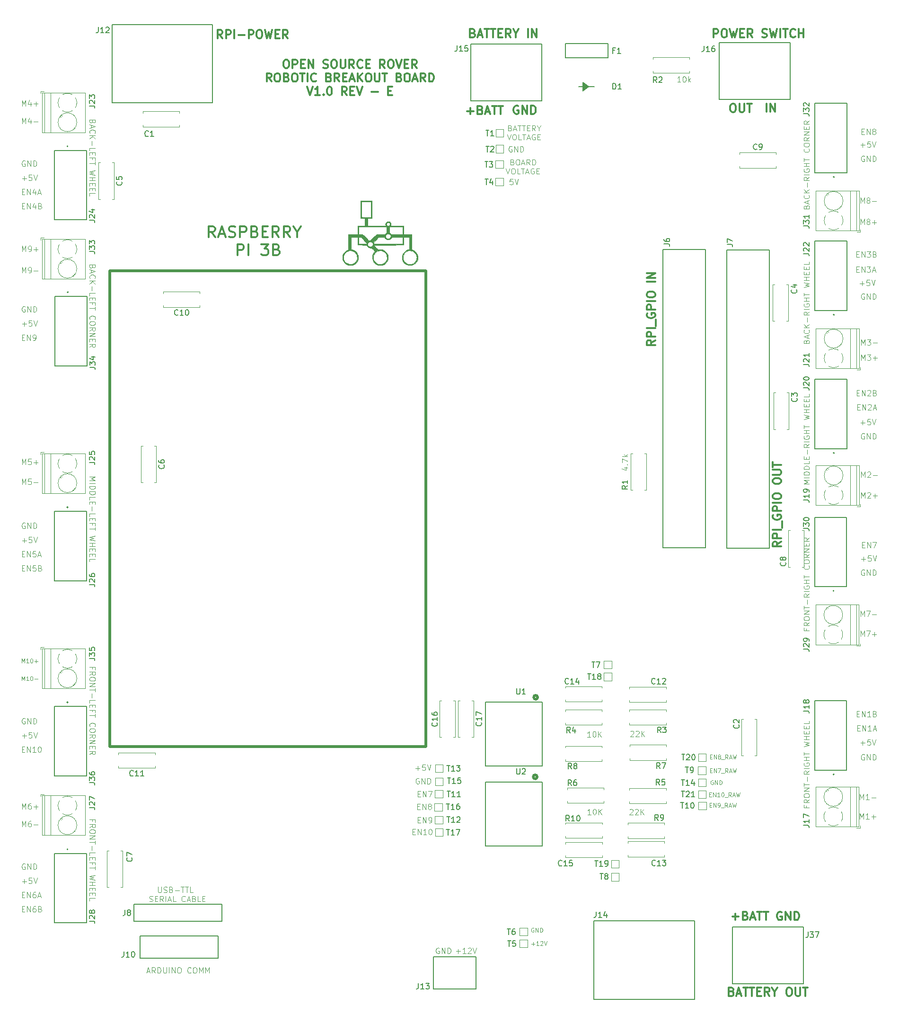
<source format=gto>
G04 #@! TF.GenerationSoftware,KiCad,Pcbnew,(6.0.8-1)-1*
G04 #@! TF.CreationDate,2022-12-04T23:50:39-05:00*
G04 #@! TF.ProjectId,Control Board,436f6e74-726f-46c2-9042-6f6172642e6b,rev?*
G04 #@! TF.SameCoordinates,Original*
G04 #@! TF.FileFunction,Legend,Top*
G04 #@! TF.FilePolarity,Positive*
%FSLAX46Y46*%
G04 Gerber Fmt 4.6, Leading zero omitted, Abs format (unit mm)*
G04 Created by KiCad (PCBNEW (6.0.8-1)-1) date 2022-12-04 23:50:39*
%MOMM*%
%LPD*%
G01*
G04 APERTURE LIST*
%ADD10C,0.500000*%
%ADD11C,0.300000*%
%ADD12C,0.100000*%
%ADD13C,0.150000*%
%ADD14C,0.120000*%
%ADD15C,0.010000*%
%ADD16C,0.127000*%
%ADD17C,0.200000*%
G04 APERTURE END LIST*
D10*
X91828100Y39014400D02*
G75*
G03*
X91828100Y39014400I-350000J0D01*
G01*
X91917000Y53238400D02*
G75*
G03*
X91917000Y53238400I-350000J0D01*
G01*
D11*
X88455642Y158992000D02*
X88312785Y159063428D01*
X88098500Y159063428D01*
X87884214Y158992000D01*
X87741357Y158849142D01*
X87669928Y158706285D01*
X87598500Y158420571D01*
X87598500Y158206285D01*
X87669928Y157920571D01*
X87741357Y157777714D01*
X87884214Y157634857D01*
X88098500Y157563428D01*
X88241357Y157563428D01*
X88455642Y157634857D01*
X88527071Y157706285D01*
X88527071Y158206285D01*
X88241357Y158206285D01*
X89169928Y157563428D02*
X89169928Y159063428D01*
X90027071Y157563428D01*
X90027071Y159063428D01*
X90741357Y157563428D02*
X90741357Y159063428D01*
X91098500Y159063428D01*
X91312785Y158992000D01*
X91455642Y158849142D01*
X91527071Y158706285D01*
X91598500Y158420571D01*
X91598500Y158206285D01*
X91527071Y157920571D01*
X91455642Y157777714D01*
X91312785Y157634857D01*
X91098500Y157563428D01*
X90741357Y157563428D01*
D12*
X177895Y149153500D02*
X82657Y149201119D01*
X-60200Y149201119D01*
X-203057Y149153500D01*
X-298295Y149058261D01*
X-345914Y148963023D01*
X-393533Y148772547D01*
X-393533Y148629690D01*
X-345914Y148439214D01*
X-298295Y148343976D01*
X-203057Y148248738D01*
X-60200Y148201119D01*
X35038Y148201119D01*
X177895Y148248738D01*
X225514Y148296357D01*
X225514Y148629690D01*
X35038Y148629690D01*
X654085Y148201119D02*
X654085Y149201119D01*
X1225514Y148201119D01*
X1225514Y149201119D01*
X1701704Y148201119D02*
X1701704Y149201119D01*
X1939800Y149201119D01*
X2082657Y149153500D01*
X2177895Y149058261D01*
X2225514Y148963023D01*
X2273133Y148772547D01*
X2273133Y148629690D01*
X2225514Y148439214D01*
X2177895Y148343976D01*
X2082657Y148248738D01*
X1939800Y148201119D01*
X1701704Y148201119D01*
X-345914Y146042071D02*
X415990Y146042071D01*
X35038Y145661119D02*
X35038Y146423023D01*
X1368371Y146661119D02*
X892180Y146661119D01*
X844561Y146184928D01*
X892180Y146232547D01*
X987419Y146280166D01*
X1225514Y146280166D01*
X1320752Y146232547D01*
X1368371Y146184928D01*
X1415990Y146089690D01*
X1415990Y145851595D01*
X1368371Y145756357D01*
X1320752Y145708738D01*
X1225514Y145661119D01*
X987419Y145661119D01*
X892180Y145708738D01*
X844561Y145756357D01*
X1701704Y146661119D02*
X2035038Y145661119D01*
X2368371Y146661119D01*
X-345914Y155821119D02*
X-345914Y156821119D01*
X-12581Y156106833D01*
X320752Y156821119D01*
X320752Y155821119D01*
X1225514Y156487785D02*
X1225514Y155821119D01*
X987418Y156868738D02*
X749323Y156154452D01*
X1368371Y156154452D01*
X1749323Y156202071D02*
X2511228Y156202071D01*
X-345913Y141104928D02*
X-12580Y141104928D01*
X130276Y140581119D02*
X-345913Y140581119D01*
X-345913Y141581119D01*
X130276Y141581119D01*
X558848Y140581119D02*
X558848Y141581119D01*
X1130276Y140581119D01*
X1130276Y141581119D01*
X2035038Y141247785D02*
X2035038Y140581119D01*
X1796943Y141628738D02*
X1558848Y140914452D01*
X2177895Y140914452D01*
X2892181Y141104928D02*
X3035038Y141057309D01*
X3082657Y141009690D01*
X3130276Y140914452D01*
X3130276Y140771595D01*
X3082657Y140676357D01*
X3035038Y140628738D01*
X2939800Y140581119D01*
X2558848Y140581119D01*
X2558848Y141581119D01*
X2892181Y141581119D01*
X2987419Y141533500D01*
X3035038Y141485880D01*
X3082657Y141390642D01*
X3082657Y141295404D01*
X3035038Y141200166D01*
X2987419Y141152547D01*
X2892181Y141104928D01*
X2558848Y141104928D01*
X-345914Y158996119D02*
X-345914Y159996119D01*
X-12581Y159281833D01*
X320752Y159996119D01*
X320752Y158996119D01*
X1225514Y159662785D02*
X1225514Y158996119D01*
X987418Y160043738D02*
X749323Y159329452D01*
X1368371Y159329452D01*
X1749323Y159377071D02*
X2511228Y159377071D01*
X2130276Y158996119D02*
X2130276Y159758023D01*
X149915714Y154439928D02*
X150249047Y154439928D01*
X150391904Y153916119D02*
X149915714Y153916119D01*
X149915714Y154916119D01*
X150391904Y154916119D01*
X150820476Y153916119D02*
X150820476Y154916119D01*
X151391904Y153916119D01*
X151391904Y154916119D01*
X152010952Y154487547D02*
X151915714Y154535166D01*
X151868095Y154582785D01*
X151820476Y154678023D01*
X151820476Y154725642D01*
X151868095Y154820880D01*
X151915714Y154868500D01*
X152010952Y154916119D01*
X152201428Y154916119D01*
X152296666Y154868500D01*
X152344285Y154820880D01*
X152391904Y154725642D01*
X152391904Y154678023D01*
X152344285Y154582785D01*
X152296666Y154535166D01*
X152201428Y154487547D01*
X152010952Y154487547D01*
X151915714Y154439928D01*
X151868095Y154392309D01*
X151820476Y154297071D01*
X151820476Y154106595D01*
X151868095Y154011357D01*
X151915714Y153963738D01*
X152010952Y153916119D01*
X152201428Y153916119D01*
X152296666Y153963738D01*
X152344285Y154011357D01*
X152391904Y154106595D01*
X152391904Y154297071D01*
X152344285Y154392309D01*
X152296666Y154439928D01*
X152201428Y154487547D01*
X177895Y49458500D02*
X82657Y49506119D01*
X-60200Y49506119D01*
X-203057Y49458500D01*
X-298295Y49363261D01*
X-345914Y49268023D01*
X-393533Y49077547D01*
X-393533Y48934690D01*
X-345914Y48744214D01*
X-298295Y48648976D01*
X-203057Y48553738D01*
X-60200Y48506119D01*
X35038Y48506119D01*
X177895Y48553738D01*
X225514Y48601357D01*
X225514Y48934690D01*
X35038Y48934690D01*
X654085Y48506119D02*
X654085Y49506119D01*
X1225514Y48506119D01*
X1225514Y49506119D01*
X1701704Y48506119D02*
X1701704Y49506119D01*
X1939800Y49506119D01*
X2082657Y49458500D01*
X2177895Y49363261D01*
X2225514Y49268023D01*
X2273133Y49077547D01*
X2273133Y48934690D01*
X2225514Y48744214D01*
X2177895Y48648976D01*
X2082657Y48553738D01*
X1939800Y48506119D01*
X1701704Y48506119D01*
X-345914Y46347071D02*
X415990Y46347071D01*
X35038Y45966119D02*
X35038Y46728023D01*
X1368371Y46966119D02*
X892180Y46966119D01*
X844561Y46489928D01*
X892180Y46537547D01*
X987419Y46585166D01*
X1225514Y46585166D01*
X1320752Y46537547D01*
X1368371Y46489928D01*
X1415990Y46394690D01*
X1415990Y46156595D01*
X1368371Y46061357D01*
X1320752Y46013738D01*
X1225514Y45966119D01*
X987419Y45966119D01*
X892180Y46013738D01*
X844561Y46061357D01*
X1701704Y46966119D02*
X2035038Y45966119D01*
X2368371Y46966119D01*
X-405437Y59414214D02*
X-405437Y60164214D01*
X-155437Y59628500D01*
X94562Y60164214D01*
X94562Y59414214D01*
X844562Y59414214D02*
X415991Y59414214D01*
X630276Y59414214D02*
X630276Y60164214D01*
X558848Y60057071D01*
X487419Y59985642D01*
X415991Y59949928D01*
X1308848Y60164214D02*
X1380276Y60164214D01*
X1451705Y60128500D01*
X1487419Y60092785D01*
X1523134Y60021357D01*
X1558848Y59878500D01*
X1558848Y59699928D01*
X1523134Y59557071D01*
X1487419Y59485642D01*
X1451705Y59449928D01*
X1380276Y59414214D01*
X1308848Y59414214D01*
X1237419Y59449928D01*
X1201705Y59485642D01*
X1165991Y59557071D01*
X1130276Y59699928D01*
X1130276Y59878500D01*
X1165991Y60021357D01*
X1201705Y60092785D01*
X1237419Y60128500D01*
X1308848Y60164214D01*
X1880276Y59699928D02*
X2451705Y59699928D01*
X2165991Y59414214D02*
X2165991Y59985642D01*
X-405437Y56239214D02*
X-405437Y56989214D01*
X-155437Y56453500D01*
X94562Y56989214D01*
X94562Y56239214D01*
X844562Y56239214D02*
X415991Y56239214D01*
X630276Y56239214D02*
X630276Y56989214D01*
X558848Y56882071D01*
X487419Y56810642D01*
X415991Y56774928D01*
X1308848Y56989214D02*
X1380276Y56989214D01*
X1451705Y56953500D01*
X1487419Y56917785D01*
X1523134Y56846357D01*
X1558848Y56703500D01*
X1558848Y56524928D01*
X1523134Y56382071D01*
X1487419Y56310642D01*
X1451705Y56274928D01*
X1380276Y56239214D01*
X1308848Y56239214D01*
X1237419Y56274928D01*
X1201705Y56310642D01*
X1165991Y56382071D01*
X1130276Y56524928D01*
X1130276Y56703500D01*
X1165991Y56846357D01*
X1201705Y56917785D01*
X1237419Y56953500D01*
X1308848Y56989214D01*
X1880276Y56524928D02*
X2451705Y56524928D01*
X-345914Y43949928D02*
X-12580Y43949928D01*
X130276Y43426119D02*
X-345914Y43426119D01*
X-345914Y44426119D01*
X130276Y44426119D01*
X558847Y43426119D02*
X558847Y44426119D01*
X1130276Y43426119D01*
X1130276Y44426119D01*
X2130276Y43426119D02*
X1558847Y43426119D01*
X1844561Y43426119D02*
X1844561Y44426119D01*
X1749323Y44283261D01*
X1654085Y44188023D01*
X1558847Y44140404D01*
X2749323Y44426119D02*
X2844562Y44426119D01*
X2939800Y44378500D01*
X2987419Y44330880D01*
X3035038Y44235642D01*
X3082657Y44045166D01*
X3082657Y43807071D01*
X3035038Y43616595D01*
X2987419Y43521357D01*
X2939800Y43473738D01*
X2844562Y43426119D01*
X2749323Y43426119D01*
X2654085Y43473738D01*
X2606466Y43521357D01*
X2558847Y43616595D01*
X2511228Y43807071D01*
X2511228Y44045166D01*
X2558847Y44235642D01*
X2606466Y44330880D01*
X2654085Y44378500D01*
X2749323Y44426119D01*
X-345913Y15374928D02*
X-12580Y15374928D01*
X130276Y14851119D02*
X-345913Y14851119D01*
X-345913Y15851119D01*
X130276Y15851119D01*
X558848Y14851119D02*
X558848Y15851119D01*
X1130276Y14851119D01*
X1130276Y15851119D01*
X2035038Y15851119D02*
X1844562Y15851119D01*
X1749324Y15803500D01*
X1701705Y15755880D01*
X1606467Y15613023D01*
X1558848Y15422547D01*
X1558848Y15041595D01*
X1606467Y14946357D01*
X1654086Y14898738D01*
X1749324Y14851119D01*
X1939800Y14851119D01*
X2035038Y14898738D01*
X2082657Y14946357D01*
X2130276Y15041595D01*
X2130276Y15279690D01*
X2082657Y15374928D01*
X2035038Y15422547D01*
X1939800Y15470166D01*
X1749324Y15470166D01*
X1654086Y15422547D01*
X1606467Y15374928D01*
X1558848Y15279690D01*
X2892181Y15374928D02*
X3035038Y15327309D01*
X3082657Y15279690D01*
X3130276Y15184452D01*
X3130276Y15041595D01*
X3082657Y14946357D01*
X3035038Y14898738D01*
X2939800Y14851119D01*
X2558848Y14851119D01*
X2558848Y15851119D01*
X2892181Y15851119D01*
X2987419Y15803500D01*
X3035038Y15755880D01*
X3082657Y15660642D01*
X3082657Y15565404D01*
X3035038Y15470166D01*
X2987419Y15422547D01*
X2892181Y15374928D01*
X2558848Y15374928D01*
X140010914Y140963000D02*
X140058533Y141105857D01*
X140106152Y141153476D01*
X140201390Y141201095D01*
X140344247Y141201095D01*
X140439485Y141153476D01*
X140487104Y141105857D01*
X140534723Y141010619D01*
X140534723Y140629666D01*
X139534723Y140629666D01*
X139534723Y140963000D01*
X139582343Y141058238D01*
X139629962Y141105857D01*
X139725200Y141153476D01*
X139820438Y141153476D01*
X139915676Y141105857D01*
X139963295Y141058238D01*
X140010914Y140963000D01*
X140010914Y140629666D01*
X140249009Y141582047D02*
X140249009Y142058238D01*
X140534723Y141486809D02*
X139534723Y141820142D01*
X140534723Y142153476D01*
X140439485Y143058238D02*
X140487104Y143010619D01*
X140534723Y142867761D01*
X140534723Y142772523D01*
X140487104Y142629666D01*
X140391866Y142534428D01*
X140296628Y142486809D01*
X140106152Y142439190D01*
X139963295Y142439190D01*
X139772819Y142486809D01*
X139677581Y142534428D01*
X139582343Y142629666D01*
X139534723Y142772523D01*
X139534723Y142867761D01*
X139582343Y143010619D01*
X139629962Y143058238D01*
X140534723Y143486809D02*
X139534723Y143486809D01*
X140534723Y144058238D02*
X139963295Y143629666D01*
X139534723Y144058238D02*
X140106152Y143486809D01*
X140153771Y144486809D02*
X140153771Y145248714D01*
X140534723Y146296333D02*
X140058533Y145963000D01*
X140534723Y145724904D02*
X139534723Y145724904D01*
X139534723Y146105857D01*
X139582343Y146201095D01*
X139629962Y146248714D01*
X139725200Y146296333D01*
X139868057Y146296333D01*
X139963295Y146248714D01*
X140010914Y146201095D01*
X140058533Y146105857D01*
X140058533Y145724904D01*
X140534723Y146724904D02*
X139534723Y146724904D01*
X139582343Y147724904D02*
X139534723Y147629666D01*
X139534723Y147486809D01*
X139582343Y147343952D01*
X139677581Y147248714D01*
X139772819Y147201095D01*
X139963295Y147153476D01*
X140106152Y147153476D01*
X140296628Y147201095D01*
X140391866Y147248714D01*
X140487104Y147343952D01*
X140534723Y147486809D01*
X140534723Y147582047D01*
X140487104Y147724904D01*
X140439485Y147772523D01*
X140106152Y147772523D01*
X140106152Y147582047D01*
X140534723Y148201095D02*
X139534723Y148201095D01*
X140010914Y148201095D02*
X140010914Y148772523D01*
X140534723Y148772523D02*
X139534723Y148772523D01*
X139534723Y149105857D02*
X139534723Y149677285D01*
X140534723Y149391571D02*
X139534723Y149391571D01*
X140439485Y151343952D02*
X140487104Y151296333D01*
X140534723Y151153476D01*
X140534723Y151058238D01*
X140487104Y150915380D01*
X140391866Y150820142D01*
X140296628Y150772523D01*
X140106152Y150724904D01*
X139963295Y150724904D01*
X139772819Y150772523D01*
X139677581Y150820142D01*
X139582343Y150915380D01*
X139534723Y151058238D01*
X139534723Y151153476D01*
X139582343Y151296333D01*
X139629962Y151343952D01*
X139534723Y151963000D02*
X139534723Y152153476D01*
X139582343Y152248714D01*
X139677581Y152343952D01*
X139868057Y152391571D01*
X140201390Y152391571D01*
X140391866Y152343952D01*
X140487104Y152248714D01*
X140534723Y152153476D01*
X140534723Y151963000D01*
X140487104Y151867761D01*
X140391866Y151772523D01*
X140201390Y151724904D01*
X139868057Y151724904D01*
X139677581Y151772523D01*
X139582343Y151867761D01*
X139534723Y151963000D01*
X140534723Y153391571D02*
X140058533Y153058238D01*
X140534723Y152820142D02*
X139534723Y152820142D01*
X139534723Y153201095D01*
X139582343Y153296333D01*
X139629962Y153343952D01*
X139725200Y153391571D01*
X139868057Y153391571D01*
X139963295Y153343952D01*
X140010914Y153296333D01*
X140058533Y153201095D01*
X140058533Y152820142D01*
X140534723Y153820142D02*
X139534723Y153820142D01*
X140534723Y154391571D01*
X139534723Y154391571D01*
X140010914Y154867761D02*
X140010914Y155201095D01*
X140534723Y155343952D02*
X140534723Y154867761D01*
X139534723Y154867761D01*
X139534723Y155343952D01*
X140534723Y156343952D02*
X140058533Y156010619D01*
X140534723Y155772523D02*
X139534723Y155772523D01*
X139534723Y156153476D01*
X139582343Y156248714D01*
X139629962Y156296333D01*
X139725200Y156343952D01*
X139868057Y156343952D01*
X139963295Y156296333D01*
X140010914Y156248714D01*
X140058533Y156153476D01*
X140058533Y155772523D01*
D11*
X135489071Y81058571D02*
X134774785Y80558571D01*
X135489071Y80201428D02*
X133989071Y80201428D01*
X133989071Y80772857D01*
X134060500Y80915714D01*
X134131928Y80987142D01*
X134274785Y81058571D01*
X134489071Y81058571D01*
X134631928Y80987142D01*
X134703357Y80915714D01*
X134774785Y80772857D01*
X134774785Y80201428D01*
X135489071Y81701428D02*
X133989071Y81701428D01*
X133989071Y82272857D01*
X134060500Y82415714D01*
X134131928Y82487142D01*
X134274785Y82558571D01*
X134489071Y82558571D01*
X134631928Y82487142D01*
X134703357Y82415714D01*
X134774785Y82272857D01*
X134774785Y81701428D01*
X135489071Y83201428D02*
X133989071Y83201428D01*
X135631928Y83558571D02*
X135631928Y84701428D01*
X134060500Y85844285D02*
X133989071Y85701428D01*
X133989071Y85487142D01*
X134060500Y85272857D01*
X134203357Y85130000D01*
X134346214Y85058571D01*
X134631928Y84987142D01*
X134846214Y84987142D01*
X135131928Y85058571D01*
X135274785Y85130000D01*
X135417642Y85272857D01*
X135489071Y85487142D01*
X135489071Y85630000D01*
X135417642Y85844285D01*
X135346214Y85915714D01*
X134846214Y85915714D01*
X134846214Y85630000D01*
X135489071Y86558571D02*
X133989071Y86558571D01*
X133989071Y87130000D01*
X134060500Y87272857D01*
X134131928Y87344285D01*
X134274785Y87415714D01*
X134489071Y87415714D01*
X134631928Y87344285D01*
X134703357Y87272857D01*
X134774785Y87130000D01*
X134774785Y86558571D01*
X135489071Y88058571D02*
X133989071Y88058571D01*
X133989071Y89058571D02*
X133989071Y89344285D01*
X134060500Y89487142D01*
X134203357Y89630000D01*
X134489071Y89701428D01*
X134989071Y89701428D01*
X135274785Y89630000D01*
X135417642Y89487142D01*
X135489071Y89344285D01*
X135489071Y89058571D01*
X135417642Y88915714D01*
X135274785Y88772857D01*
X134989071Y88701428D01*
X134489071Y88701428D01*
X134203357Y88772857D01*
X134060500Y88915714D01*
X133989071Y89058571D01*
X133989071Y91772857D02*
X133989071Y92058571D01*
X134060500Y92201428D01*
X134203357Y92344285D01*
X134489071Y92415714D01*
X134989071Y92415714D01*
X135274785Y92344285D01*
X135417642Y92201428D01*
X135489071Y92058571D01*
X135489071Y91772857D01*
X135417642Y91630000D01*
X135274785Y91487142D01*
X134989071Y91415714D01*
X134489071Y91415714D01*
X134203357Y91487142D01*
X134060500Y91630000D01*
X133989071Y91772857D01*
X133989071Y93058571D02*
X135203357Y93058571D01*
X135346214Y93130000D01*
X135417642Y93201428D01*
X135489071Y93344285D01*
X135489071Y93630000D01*
X135417642Y93772857D01*
X135346214Y93844285D01*
X135203357Y93915714D01*
X133989071Y93915714D01*
X133989071Y94415714D02*
X133989071Y95272857D01*
X135489071Y94844285D02*
X133989071Y94844285D01*
D12*
X12263428Y156225071D02*
X12215809Y156082214D01*
X12168190Y156034595D01*
X12072952Y155986976D01*
X11930095Y155986976D01*
X11834857Y156034595D01*
X11787238Y156082214D01*
X11739619Y156177452D01*
X11739619Y156558404D01*
X12739619Y156558404D01*
X12739619Y156225071D01*
X12692000Y156129833D01*
X12644380Y156082214D01*
X12549142Y156034595D01*
X12453904Y156034595D01*
X12358666Y156082214D01*
X12311047Y156129833D01*
X12263428Y156225071D01*
X12263428Y156558404D01*
X12025333Y155606023D02*
X12025333Y155129833D01*
X11739619Y155701261D02*
X12739619Y155367928D01*
X11739619Y155034595D01*
X11834857Y154129833D02*
X11787238Y154177452D01*
X11739619Y154320309D01*
X11739619Y154415547D01*
X11787238Y154558404D01*
X11882476Y154653642D01*
X11977714Y154701261D01*
X12168190Y154748880D01*
X12311047Y154748880D01*
X12501523Y154701261D01*
X12596761Y154653642D01*
X12692000Y154558404D01*
X12739619Y154415547D01*
X12739619Y154320309D01*
X12692000Y154177452D01*
X12644380Y154129833D01*
X11739619Y153701261D02*
X12739619Y153701261D01*
X11739619Y153129833D02*
X12311047Y153558404D01*
X12739619Y153129833D02*
X12168190Y153701261D01*
X12120571Y152701261D02*
X12120571Y151939357D01*
X11739619Y150986976D02*
X11739619Y151463166D01*
X12739619Y151463166D01*
X12263428Y150653642D02*
X12263428Y150320309D01*
X11739619Y150177452D02*
X11739619Y150653642D01*
X12739619Y150653642D01*
X12739619Y150177452D01*
X12263428Y149415547D02*
X12263428Y149748880D01*
X11739619Y149748880D02*
X12739619Y149748880D01*
X12739619Y149272690D01*
X12739619Y149034595D02*
X12739619Y148463166D01*
X11739619Y148748880D02*
X12739619Y148748880D01*
X12739619Y147463166D02*
X11739619Y147225071D01*
X12453904Y147034595D01*
X11739619Y146844119D01*
X12739619Y146606023D01*
X11739619Y146225071D02*
X12739619Y146225071D01*
X12263428Y146225071D02*
X12263428Y145653642D01*
X11739619Y145653642D02*
X12739619Y145653642D01*
X12263428Y145177452D02*
X12263428Y144844119D01*
X11739619Y144701261D02*
X11739619Y145177452D01*
X12739619Y145177452D01*
X12739619Y144701261D01*
X12263428Y144272690D02*
X12263428Y143939357D01*
X11739619Y143796500D02*
X11739619Y144272690D01*
X12739619Y144272690D01*
X12739619Y143796500D01*
X11739619Y142891738D02*
X11739619Y143367928D01*
X12739619Y143367928D01*
X12263428Y31050642D02*
X12263428Y31383976D01*
X11739619Y31383976D02*
X12739619Y31383976D01*
X12739619Y30907785D01*
X11739619Y29955404D02*
X12215809Y30288738D01*
X11739619Y30526833D02*
X12739619Y30526833D01*
X12739619Y30145880D01*
X12692000Y30050642D01*
X12644380Y30003023D01*
X12549142Y29955404D01*
X12406285Y29955404D01*
X12311047Y30003023D01*
X12263428Y30050642D01*
X12215809Y30145880D01*
X12215809Y30526833D01*
X12739619Y29336357D02*
X12739619Y29145880D01*
X12692000Y29050642D01*
X12596761Y28955404D01*
X12406285Y28907785D01*
X12072952Y28907785D01*
X11882476Y28955404D01*
X11787238Y29050642D01*
X11739619Y29145880D01*
X11739619Y29336357D01*
X11787238Y29431595D01*
X11882476Y29526833D01*
X12072952Y29574452D01*
X12406285Y29574452D01*
X12596761Y29526833D01*
X12692000Y29431595D01*
X12739619Y29336357D01*
X11739619Y28479214D02*
X12739619Y28479214D01*
X11739619Y27907785D01*
X12739619Y27907785D01*
X12739619Y27574452D02*
X12739619Y27003023D01*
X11739619Y27288738D02*
X12739619Y27288738D01*
X12120571Y26669690D02*
X12120571Y25907785D01*
X11739619Y24955404D02*
X11739619Y25431595D01*
X12739619Y25431595D01*
X12263428Y24622071D02*
X12263428Y24288738D01*
X11739619Y24145880D02*
X11739619Y24622071D01*
X12739619Y24622071D01*
X12739619Y24145880D01*
X12263428Y23383976D02*
X12263428Y23717309D01*
X11739619Y23717309D02*
X12739619Y23717309D01*
X12739619Y23241119D01*
X12739619Y23003023D02*
X12739619Y22431595D01*
X11739619Y22717309D02*
X12739619Y22717309D01*
X12739619Y21431595D02*
X11739619Y21193500D01*
X12453904Y21003023D01*
X11739619Y20812547D01*
X12739619Y20574452D01*
X11739619Y20193500D02*
X12739619Y20193500D01*
X12263428Y20193500D02*
X12263428Y19622071D01*
X11739619Y19622071D02*
X12739619Y19622071D01*
X12263428Y19145880D02*
X12263428Y18812547D01*
X11739619Y18669690D02*
X11739619Y19145880D01*
X12739619Y19145880D01*
X12739619Y18669690D01*
X12263428Y18241119D02*
X12263428Y17907785D01*
X11739619Y17764928D02*
X11739619Y18241119D01*
X12739619Y18241119D01*
X12739619Y17764928D01*
X11739619Y16860166D02*
X11739619Y17336357D01*
X12739619Y17336357D01*
X107354714Y94334128D02*
X108021380Y94334128D01*
X106973761Y94096033D02*
X107688047Y93857938D01*
X107688047Y94476985D01*
X107926142Y94857938D02*
X107973761Y94905557D01*
X108021380Y94857938D01*
X107973761Y94810319D01*
X107926142Y94857938D01*
X108021380Y94857938D01*
X107021380Y95238890D02*
X107021380Y95905557D01*
X108021380Y95476985D01*
X108021380Y96286509D02*
X107021380Y96286509D01*
X107640428Y96381747D02*
X108021380Y96667461D01*
X107354714Y96667461D02*
X107735666Y96286509D01*
X87299895Y151744300D02*
X87204657Y151791919D01*
X87061800Y151791919D01*
X86918942Y151744300D01*
X86823704Y151649061D01*
X86776085Y151553823D01*
X86728466Y151363347D01*
X86728466Y151220490D01*
X86776085Y151030014D01*
X86823704Y150934776D01*
X86918942Y150839538D01*
X87061800Y150791919D01*
X87157038Y150791919D01*
X87299895Y150839538D01*
X87347514Y150887157D01*
X87347514Y151220490D01*
X87157038Y151220490D01*
X87776085Y150791919D02*
X87776085Y151791919D01*
X88347514Y150791919D01*
X88347514Y151791919D01*
X88823704Y150791919D02*
X88823704Y151791919D01*
X89061800Y151791919D01*
X89204657Y151744300D01*
X89299895Y151649061D01*
X89347514Y151553823D01*
X89395133Y151363347D01*
X89395133Y151220490D01*
X89347514Y151030014D01*
X89299895Y150934776D01*
X89204657Y150839538D01*
X89061800Y150791919D01*
X88823704Y150791919D01*
X87464923Y145949919D02*
X86988733Y145949919D01*
X86941114Y145473728D01*
X86988733Y145521347D01*
X87083971Y145568966D01*
X87322066Y145568966D01*
X87417304Y145521347D01*
X87464923Y145473728D01*
X87512542Y145378490D01*
X87512542Y145140395D01*
X87464923Y145045157D01*
X87417304Y144997538D01*
X87322066Y144949919D01*
X87083971Y144949919D01*
X86988733Y144997538D01*
X86941114Y145045157D01*
X87798257Y145949919D02*
X88131590Y144949919D01*
X88464923Y145949919D01*
X-345914Y143644928D02*
X-12580Y143644928D01*
X130276Y143121119D02*
X-345914Y143121119D01*
X-345914Y144121119D01*
X130276Y144121119D01*
X558847Y143121119D02*
X558847Y144121119D01*
X1130276Y143121119D01*
X1130276Y144121119D01*
X2035038Y143787785D02*
X2035038Y143121119D01*
X1796943Y144168738D02*
X1558847Y143454452D01*
X2177895Y143454452D01*
X2511228Y143406833D02*
X2987419Y143406833D01*
X2415990Y143121119D02*
X2749323Y144121119D01*
X3082657Y143121119D01*
X108389895Y33129480D02*
X108437514Y33177100D01*
X108532752Y33224719D01*
X108770847Y33224719D01*
X108866085Y33177100D01*
X108913704Y33129480D01*
X108961323Y33034242D01*
X108961323Y32939004D01*
X108913704Y32796147D01*
X108342276Y32224719D01*
X108961323Y32224719D01*
X109342276Y33129480D02*
X109389895Y33177100D01*
X109485133Y33224719D01*
X109723228Y33224719D01*
X109818466Y33177100D01*
X109866085Y33129480D01*
X109913704Y33034242D01*
X109913704Y32939004D01*
X109866085Y32796147D01*
X109294657Y32224719D01*
X109913704Y32224719D01*
X110342276Y32224719D02*
X110342276Y33224719D01*
X110913704Y32224719D02*
X110485133Y32796147D01*
X110913704Y33224719D02*
X110342276Y32653290D01*
X101442923Y32275519D02*
X100871495Y32275519D01*
X101157209Y32275519D02*
X101157209Y33275519D01*
X101061971Y33132661D01*
X100966733Y33037423D01*
X100871495Y32989804D01*
X102061971Y33275519D02*
X102157209Y33275519D01*
X102252447Y33227900D01*
X102300066Y33180280D01*
X102347685Y33085042D01*
X102395304Y32894566D01*
X102395304Y32656471D01*
X102347685Y32465995D01*
X102300066Y32370757D01*
X102252447Y32323138D01*
X102157209Y32275519D01*
X102061971Y32275519D01*
X101966733Y32323138D01*
X101919114Y32370757D01*
X101871495Y32465995D01*
X101823876Y32656471D01*
X101823876Y32894566D01*
X101871495Y33085042D01*
X101919114Y33180280D01*
X101966733Y33227900D01*
X102061971Y33275519D01*
X102823876Y32275519D02*
X102823876Y33275519D01*
X103395304Y32275519D02*
X102966733Y32846947D01*
X103395304Y33275519D02*
X102823876Y32704090D01*
X101392123Y46143919D02*
X100820695Y46143919D01*
X101106409Y46143919D02*
X101106409Y47143919D01*
X101011171Y47001061D01*
X100915933Y46905823D01*
X100820695Y46858204D01*
X102011171Y47143919D02*
X102106409Y47143919D01*
X102201647Y47096300D01*
X102249266Y47048680D01*
X102296885Y46953442D01*
X102344504Y46762966D01*
X102344504Y46524871D01*
X102296885Y46334395D01*
X102249266Y46239157D01*
X102201647Y46191538D01*
X102106409Y46143919D01*
X102011171Y46143919D01*
X101915933Y46191538D01*
X101868314Y46239157D01*
X101820695Y46334395D01*
X101773076Y46524871D01*
X101773076Y46762966D01*
X101820695Y46953442D01*
X101868314Y47048680D01*
X101915933Y47096300D01*
X102011171Y47143919D01*
X102773076Y46143919D02*
X102773076Y47143919D01*
X103344504Y46143919D02*
X102915933Y46715347D01*
X103344504Y47143919D02*
X102773076Y46572490D01*
X150368095Y125404500D02*
X150272857Y125452119D01*
X150130000Y125452119D01*
X149987142Y125404500D01*
X149891904Y125309261D01*
X149844285Y125214023D01*
X149796666Y125023547D01*
X149796666Y124880690D01*
X149844285Y124690214D01*
X149891904Y124594976D01*
X149987142Y124499738D01*
X150130000Y124452119D01*
X150225238Y124452119D01*
X150368095Y124499738D01*
X150415714Y124547357D01*
X150415714Y124880690D01*
X150225238Y124880690D01*
X150844285Y124452119D02*
X150844285Y125452119D01*
X151415714Y124452119D01*
X151415714Y125452119D01*
X151891904Y124452119D02*
X151891904Y125452119D01*
X152130000Y125452119D01*
X152272857Y125404500D01*
X152368095Y125309261D01*
X152415714Y125214023D01*
X152463333Y125023547D01*
X152463333Y124880690D01*
X152415714Y124690214D01*
X152368095Y124594976D01*
X152272857Y124499738D01*
X152130000Y124452119D01*
X151891904Y124452119D01*
X149558571Y34917119D02*
X149558571Y35917119D01*
X149891904Y35202833D01*
X150225238Y35917119D01*
X150225238Y34917119D01*
X151225238Y34917119D02*
X150653809Y34917119D01*
X150939523Y34917119D02*
X150939523Y35917119D01*
X150844285Y35774261D01*
X150749047Y35679023D01*
X150653809Y35631404D01*
X151653809Y35298071D02*
X152415714Y35298071D01*
X149717285Y45077071D02*
X150479190Y45077071D01*
X150098238Y44696119D02*
X150098238Y45458023D01*
X151431571Y45696119D02*
X150955380Y45696119D01*
X150907761Y45219928D01*
X150955380Y45267547D01*
X151050619Y45315166D01*
X151288714Y45315166D01*
X151383952Y45267547D01*
X151431571Y45219928D01*
X151479190Y45124690D01*
X151479190Y44886595D01*
X151431571Y44791357D01*
X151383952Y44743738D01*
X151288714Y44696119D01*
X151050619Y44696119D01*
X150955380Y44743738D01*
X150907761Y44791357D01*
X151764904Y45696119D02*
X152098238Y44696119D01*
X152431571Y45696119D01*
X150368095Y42981500D02*
X150272857Y43029119D01*
X150130000Y43029119D01*
X149987142Y42981500D01*
X149891904Y42886261D01*
X149844285Y42791023D01*
X149796666Y42600547D01*
X149796666Y42457690D01*
X149844285Y42267214D01*
X149891904Y42171976D01*
X149987142Y42076738D01*
X150130000Y42029119D01*
X150225238Y42029119D01*
X150368095Y42076738D01*
X150415714Y42124357D01*
X150415714Y42457690D01*
X150225238Y42457690D01*
X150844285Y42029119D02*
X150844285Y43029119D01*
X151415714Y42029119D01*
X151415714Y43029119D01*
X151891904Y42029119D02*
X151891904Y43029119D01*
X152130000Y43029119D01*
X152272857Y42981500D01*
X152368095Y42886261D01*
X152415714Y42791023D01*
X152463333Y42600547D01*
X152463333Y42457690D01*
X152415714Y42267214D01*
X152368095Y42171976D01*
X152272857Y42076738D01*
X152130000Y42029119D01*
X151891904Y42029119D01*
X149129999Y47759928D02*
X149463333Y47759928D01*
X149606190Y47236119D02*
X149129999Y47236119D01*
X149129999Y48236119D01*
X149606190Y48236119D01*
X150034761Y47236119D02*
X150034761Y48236119D01*
X150606190Y47236119D01*
X150606190Y48236119D01*
X151606190Y47236119D02*
X151034761Y47236119D01*
X151320476Y47236119D02*
X151320476Y48236119D01*
X151225237Y48093261D01*
X151129999Y47998023D01*
X151034761Y47950404D01*
X151987142Y47521833D02*
X152463333Y47521833D01*
X151891904Y47236119D02*
X152225237Y48236119D01*
X152558571Y47236119D01*
X-345914Y132961119D02*
X-345914Y133961119D01*
X-12581Y133246833D01*
X320752Y133961119D01*
X320752Y132961119D01*
X844561Y132961119D02*
X1035037Y132961119D01*
X1130276Y133008738D01*
X1177895Y133056357D01*
X1273133Y133199214D01*
X1320752Y133389690D01*
X1320752Y133770642D01*
X1273133Y133865880D01*
X1225514Y133913500D01*
X1130276Y133961119D01*
X939799Y133961119D01*
X844561Y133913500D01*
X796942Y133865880D01*
X749323Y133770642D01*
X749323Y133532547D01*
X796942Y133437309D01*
X844561Y133389690D01*
X939799Y133342071D01*
X1130276Y133342071D01*
X1225514Y133389690D01*
X1273133Y133437309D01*
X1320752Y133532547D01*
X1749323Y133342071D02*
X2511228Y133342071D01*
X2130276Y132961119D02*
X2130276Y133723023D01*
X-345914Y120007071D02*
X415990Y120007071D01*
X35038Y119626119D02*
X35038Y120388023D01*
X1368371Y120626119D02*
X892180Y120626119D01*
X844561Y120149928D01*
X892180Y120197547D01*
X987419Y120245166D01*
X1225514Y120245166D01*
X1320752Y120197547D01*
X1368371Y120149928D01*
X1415990Y120054690D01*
X1415990Y119816595D01*
X1368371Y119721357D01*
X1320752Y119673738D01*
X1225514Y119626119D01*
X987419Y119626119D01*
X892180Y119673738D01*
X844561Y119721357D01*
X1701704Y120626119D02*
X2035038Y119626119D01*
X2368371Y120626119D01*
X-345913Y117609928D02*
X-12580Y117609928D01*
X130276Y117086119D02*
X-345913Y117086119D01*
X-345913Y118086119D01*
X130276Y118086119D01*
X558848Y117086119D02*
X558848Y118086119D01*
X1130276Y117086119D01*
X1130276Y118086119D01*
X1654086Y117086119D02*
X1844562Y117086119D01*
X1939800Y117133738D01*
X1987419Y117181357D01*
X2082657Y117324214D01*
X2130276Y117514690D01*
X2130276Y117895642D01*
X2082657Y117990880D01*
X2035038Y118038500D01*
X1939800Y118086119D01*
X1749324Y118086119D01*
X1654086Y118038500D01*
X1606467Y117990880D01*
X1558848Y117895642D01*
X1558848Y117657547D01*
X1606467Y117562309D01*
X1654086Y117514690D01*
X1749324Y117467071D01*
X1939800Y117467071D01*
X2035038Y117514690D01*
X2082657Y117562309D01*
X2130276Y117657547D01*
X-345914Y129151119D02*
X-345914Y130151119D01*
X-12581Y129436833D01*
X320752Y130151119D01*
X320752Y129151119D01*
X844561Y129151119D02*
X1035037Y129151119D01*
X1130276Y129198738D01*
X1177895Y129246357D01*
X1273133Y129389214D01*
X1320752Y129579690D01*
X1320752Y129960642D01*
X1273133Y130055880D01*
X1225514Y130103500D01*
X1130276Y130151119D01*
X939799Y130151119D01*
X844561Y130103500D01*
X796942Y130055880D01*
X749323Y129960642D01*
X749323Y129722547D01*
X796942Y129627309D01*
X844561Y129579690D01*
X939799Y129532071D01*
X1130276Y129532071D01*
X1225514Y129579690D01*
X1273133Y129627309D01*
X1320752Y129722547D01*
X1749323Y129532071D02*
X2511228Y129532071D01*
X177895Y123118500D02*
X82657Y123166119D01*
X-60200Y123166119D01*
X-203057Y123118500D01*
X-298295Y123023261D01*
X-345914Y122928023D01*
X-393533Y122737547D01*
X-393533Y122594690D01*
X-345914Y122404214D01*
X-298295Y122308976D01*
X-203057Y122213738D01*
X-60200Y122166119D01*
X35038Y122166119D01*
X177895Y122213738D01*
X225514Y122261357D01*
X225514Y122594690D01*
X35038Y122594690D01*
X654085Y122166119D02*
X654085Y123166119D01*
X1225514Y122166119D01*
X1225514Y123166119D01*
X1701704Y122166119D02*
X1701704Y123166119D01*
X1939800Y123166119D01*
X2082657Y123118500D01*
X2177895Y123023261D01*
X2225514Y122928023D01*
X2273133Y122737547D01*
X2273133Y122594690D01*
X2225514Y122404214D01*
X2177895Y122308976D01*
X2082657Y122213738D01*
X1939800Y122166119D01*
X1701704Y122166119D01*
X12263428Y130277309D02*
X12215809Y130134452D01*
X12168190Y130086833D01*
X12072952Y130039214D01*
X11930095Y130039214D01*
X11834857Y130086833D01*
X11787238Y130134452D01*
X11739619Y130229690D01*
X11739619Y130610642D01*
X12739619Y130610642D01*
X12739619Y130277309D01*
X12692000Y130182071D01*
X12644380Y130134452D01*
X12549142Y130086833D01*
X12453904Y130086833D01*
X12358666Y130134452D01*
X12311047Y130182071D01*
X12263428Y130277309D01*
X12263428Y130610642D01*
X12025333Y129658261D02*
X12025333Y129182071D01*
X11739619Y129753500D02*
X12739619Y129420166D01*
X11739619Y129086833D01*
X11834857Y128182071D02*
X11787238Y128229690D01*
X11739619Y128372547D01*
X11739619Y128467785D01*
X11787238Y128610642D01*
X11882476Y128705880D01*
X11977714Y128753500D01*
X12168190Y128801119D01*
X12311047Y128801119D01*
X12501523Y128753500D01*
X12596761Y128705880D01*
X12692000Y128610642D01*
X12739619Y128467785D01*
X12739619Y128372547D01*
X12692000Y128229690D01*
X12644380Y128182071D01*
X11739619Y127753500D02*
X12739619Y127753500D01*
X11739619Y127182071D02*
X12311047Y127610642D01*
X12739619Y127182071D02*
X12168190Y127753500D01*
X12120571Y126753500D02*
X12120571Y125991595D01*
X11739619Y125039214D02*
X11739619Y125515404D01*
X12739619Y125515404D01*
X12263428Y124705880D02*
X12263428Y124372547D01*
X11739619Y124229690D02*
X11739619Y124705880D01*
X12739619Y124705880D01*
X12739619Y124229690D01*
X12263428Y123467785D02*
X12263428Y123801119D01*
X11739619Y123801119D02*
X12739619Y123801119D01*
X12739619Y123324928D01*
X12739619Y123086833D02*
X12739619Y122515404D01*
X11739619Y122801119D02*
X12739619Y122801119D01*
X11834857Y120848738D02*
X11787238Y120896357D01*
X11739619Y121039214D01*
X11739619Y121134452D01*
X11787238Y121277309D01*
X11882476Y121372547D01*
X11977714Y121420166D01*
X12168190Y121467785D01*
X12311047Y121467785D01*
X12501523Y121420166D01*
X12596761Y121372547D01*
X12692000Y121277309D01*
X12739619Y121134452D01*
X12739619Y121039214D01*
X12692000Y120896357D01*
X12644380Y120848738D01*
X12739619Y120229690D02*
X12739619Y120039214D01*
X12692000Y119943976D01*
X12596761Y119848738D01*
X12406285Y119801119D01*
X12072952Y119801119D01*
X11882476Y119848738D01*
X11787238Y119943976D01*
X11739619Y120039214D01*
X11739619Y120229690D01*
X11787238Y120324928D01*
X11882476Y120420166D01*
X12072952Y120467785D01*
X12406285Y120467785D01*
X12596761Y120420166D01*
X12692000Y120324928D01*
X12739619Y120229690D01*
X11739619Y118801119D02*
X12215809Y119134452D01*
X11739619Y119372547D02*
X12739619Y119372547D01*
X12739619Y118991595D01*
X12692000Y118896357D01*
X12644380Y118848738D01*
X12549142Y118801119D01*
X12406285Y118801119D01*
X12311047Y118848738D01*
X12263428Y118896357D01*
X12215809Y118991595D01*
X12215809Y119372547D01*
X11739619Y118372547D02*
X12739619Y118372547D01*
X11739619Y117801119D01*
X12739619Y117801119D01*
X12263428Y117324928D02*
X12263428Y116991595D01*
X11739619Y116848738D02*
X11739619Y117324928D01*
X12739619Y117324928D01*
X12739619Y116848738D01*
X11739619Y115848738D02*
X12215809Y116182071D01*
X11739619Y116420166D02*
X12739619Y116420166D01*
X12739619Y116039214D01*
X12691999Y115943976D01*
X12644380Y115896357D01*
X12549142Y115848738D01*
X12406285Y115848738D01*
X12311047Y115896357D01*
X12263428Y115943976D01*
X12215809Y116039214D01*
X12215809Y116420166D01*
D11*
X126750357Y13989857D02*
X127893214Y13989857D01*
X127321785Y13418428D02*
X127321785Y14561285D01*
X129107500Y14204142D02*
X129321785Y14132714D01*
X129393214Y14061285D01*
X129464642Y13918428D01*
X129464642Y13704142D01*
X129393214Y13561285D01*
X129321785Y13489857D01*
X129178928Y13418428D01*
X128607500Y13418428D01*
X128607500Y14918428D01*
X129107500Y14918428D01*
X129250357Y14847000D01*
X129321785Y14775571D01*
X129393214Y14632714D01*
X129393214Y14489857D01*
X129321785Y14347000D01*
X129250357Y14275571D01*
X129107500Y14204142D01*
X128607500Y14204142D01*
X130036071Y13847000D02*
X130750357Y13847000D01*
X129893214Y13418428D02*
X130393214Y14918428D01*
X130893214Y13418428D01*
X131178928Y14918428D02*
X132036071Y14918428D01*
X131607500Y13418428D02*
X131607500Y14918428D01*
X132321785Y14918428D02*
X133178928Y14918428D01*
X132750357Y13418428D02*
X132750357Y14918428D01*
X126631714Y615142D02*
X126846000Y543714D01*
X126917428Y472285D01*
X126988857Y329428D01*
X126988857Y115142D01*
X126917428Y-27714D01*
X126846000Y-99142D01*
X126703142Y-170571D01*
X126131714Y-170571D01*
X126131714Y1329428D01*
X126631714Y1329428D01*
X126774571Y1258000D01*
X126846000Y1186571D01*
X126917428Y1043714D01*
X126917428Y900857D01*
X126846000Y758000D01*
X126774571Y686571D01*
X126631714Y615142D01*
X126131714Y615142D01*
X127560285Y258000D02*
X128274571Y258000D01*
X127417428Y-170571D02*
X127917428Y1329428D01*
X128417428Y-170571D01*
X128703142Y1329428D02*
X129560285Y1329428D01*
X129131714Y-170571D02*
X129131714Y1329428D01*
X129846000Y1329428D02*
X130703142Y1329428D01*
X130274571Y-170571D02*
X130274571Y1329428D01*
X131203142Y615142D02*
X131703142Y615142D01*
X131917428Y-170571D02*
X131203142Y-170571D01*
X131203142Y1329428D01*
X131917428Y1329428D01*
X133417428Y-170571D02*
X132917428Y543714D01*
X132560285Y-170571D02*
X132560285Y1329428D01*
X133131714Y1329428D01*
X133274571Y1258000D01*
X133346000Y1186571D01*
X133417428Y1043714D01*
X133417428Y829428D01*
X133346000Y686571D01*
X133274571Y615142D01*
X133131714Y543714D01*
X132560285Y543714D01*
X134346000Y543714D02*
X134346000Y-170571D01*
X133846000Y1329428D02*
X134346000Y543714D01*
X134846000Y1329428D01*
X136774571Y1329428D02*
X137060285Y1329428D01*
X137203142Y1258000D01*
X137346000Y1115142D01*
X137417428Y829428D01*
X137417428Y329428D01*
X137346000Y43714D01*
X137203142Y-99142D01*
X137060285Y-170571D01*
X136774571Y-170571D01*
X136631714Y-99142D01*
X136488857Y43714D01*
X136417428Y329428D01*
X136417428Y829428D01*
X136488857Y1115142D01*
X136631714Y1258000D01*
X136774571Y1329428D01*
X138060285Y1329428D02*
X138060285Y115142D01*
X138131714Y-27714D01*
X138203142Y-99142D01*
X138346000Y-170571D01*
X138631714Y-170571D01*
X138774571Y-99142D01*
X138846000Y-27714D01*
X138917428Y115142D01*
X138917428Y1329428D01*
X139417428Y1329428D02*
X140274571Y1329428D01*
X139846000Y-170571D02*
X139846000Y1329428D01*
X135585342Y14834300D02*
X135442485Y14905728D01*
X135228200Y14905728D01*
X135013914Y14834300D01*
X134871057Y14691442D01*
X134799628Y14548585D01*
X134728200Y14262871D01*
X134728200Y14048585D01*
X134799628Y13762871D01*
X134871057Y13620014D01*
X135013914Y13477157D01*
X135228200Y13405728D01*
X135371057Y13405728D01*
X135585342Y13477157D01*
X135656771Y13548585D01*
X135656771Y14048585D01*
X135371057Y14048585D01*
X136299628Y13405728D02*
X136299628Y14905728D01*
X137156771Y13405728D01*
X137156771Y14905728D01*
X137871057Y13405728D02*
X137871057Y14905728D01*
X138228200Y14905728D01*
X138442485Y14834300D01*
X138585342Y14691442D01*
X138656771Y14548585D01*
X138728200Y14262871D01*
X138728200Y14048585D01*
X138656771Y13762871D01*
X138585342Y13620014D01*
X138442485Y13477157D01*
X138228200Y13405728D01*
X137871057Y13405728D01*
D12*
X77308295Y7815271D02*
X78070200Y7815271D01*
X77689247Y7434319D02*
X77689247Y8196223D01*
X79070200Y7434319D02*
X78498771Y7434319D01*
X78784485Y7434319D02*
X78784485Y8434319D01*
X78689247Y8291461D01*
X78594009Y8196223D01*
X78498771Y8148604D01*
X79451152Y8339080D02*
X79498771Y8386700D01*
X79594009Y8434319D01*
X79832104Y8434319D01*
X79927342Y8386700D01*
X79974961Y8339080D01*
X80022580Y8243842D01*
X80022580Y8148604D01*
X79974961Y8005747D01*
X79403533Y7434319D01*
X80022580Y7434319D01*
X80308295Y8434319D02*
X80641628Y7434319D01*
X80974961Y8434319D01*
X74295095Y8386700D02*
X74199857Y8434319D01*
X74057000Y8434319D01*
X73914142Y8386700D01*
X73818904Y8291461D01*
X73771285Y8196223D01*
X73723666Y8005747D01*
X73723666Y7862890D01*
X73771285Y7672414D01*
X73818904Y7577176D01*
X73914142Y7481938D01*
X74057000Y7434319D01*
X74152238Y7434319D01*
X74295095Y7481938D01*
X74342714Y7529557D01*
X74342714Y7862890D01*
X74152238Y7862890D01*
X74771285Y7434319D02*
X74771285Y8434319D01*
X75342714Y7434319D01*
X75342714Y8434319D01*
X75818904Y7434319D02*
X75818904Y8434319D01*
X76057000Y8434319D01*
X76199857Y8386700D01*
X76295095Y8291461D01*
X76342714Y8196223D01*
X76390333Y8005747D01*
X76390333Y7862890D01*
X76342714Y7672414D01*
X76295095Y7577176D01*
X76199857Y7481938D01*
X76057000Y7434319D01*
X75818904Y7434319D01*
X70477214Y35948928D02*
X70810547Y35948928D01*
X70953404Y35425119D02*
X70477214Y35425119D01*
X70477214Y36425119D01*
X70953404Y36425119D01*
X71381976Y35425119D02*
X71381976Y36425119D01*
X71953404Y35425119D01*
X71953404Y36425119D01*
X72334357Y36425119D02*
X73001023Y36425119D01*
X72572452Y35425119D01*
X122773571Y40147471D02*
X123023571Y40147471D01*
X123130714Y39754614D02*
X122773571Y39754614D01*
X122773571Y40504614D01*
X123130714Y40504614D01*
X123452142Y39754614D02*
X123452142Y40504614D01*
X123880714Y39754614D01*
X123880714Y40504614D01*
X124166428Y40504614D02*
X124666428Y40504614D01*
X124345000Y39754614D01*
X124773571Y39683185D02*
X125345000Y39683185D01*
X125952142Y39754614D02*
X125702142Y40111757D01*
X125523571Y39754614D02*
X125523571Y40504614D01*
X125809285Y40504614D01*
X125880714Y40468900D01*
X125916428Y40433185D01*
X125952142Y40361757D01*
X125952142Y40254614D01*
X125916428Y40183185D01*
X125880714Y40147471D01*
X125809285Y40111757D01*
X125523571Y40111757D01*
X126237857Y39968900D02*
X126595000Y39968900D01*
X126166428Y39754614D02*
X126416428Y40504614D01*
X126666428Y39754614D01*
X126845000Y40504614D02*
X127023571Y39754614D01*
X127166428Y40290328D01*
X127309285Y39754614D01*
X127487857Y40504614D01*
X90817071Y9153928D02*
X91388500Y9153928D01*
X91102785Y8868214D02*
X91102785Y9439642D01*
X92138500Y8868214D02*
X91709928Y8868214D01*
X91924214Y8868214D02*
X91924214Y9618214D01*
X91852785Y9511071D01*
X91781357Y9439642D01*
X91709928Y9403928D01*
X92424214Y9546785D02*
X92459928Y9582500D01*
X92531357Y9618214D01*
X92709928Y9618214D01*
X92781357Y9582500D01*
X92817071Y9546785D01*
X92852785Y9475357D01*
X92852785Y9403928D01*
X92817071Y9296785D01*
X92388500Y8868214D01*
X92852785Y8868214D01*
X93067071Y9618214D02*
X93317071Y8868214D01*
X93567071Y9618214D01*
X108542295Y47150280D02*
X108589914Y47197900D01*
X108685152Y47245519D01*
X108923247Y47245519D01*
X109018485Y47197900D01*
X109066104Y47150280D01*
X109113723Y47055042D01*
X109113723Y46959804D01*
X109066104Y46816947D01*
X108494676Y46245519D01*
X109113723Y46245519D01*
X109494676Y47150280D02*
X109542295Y47197900D01*
X109637533Y47245519D01*
X109875628Y47245519D01*
X109970866Y47197900D01*
X110018485Y47150280D01*
X110066104Y47055042D01*
X110066104Y46959804D01*
X110018485Y46816947D01*
X109447057Y46245519D01*
X110066104Y46245519D01*
X110494676Y46245519D02*
X110494676Y47245519D01*
X111066104Y46245519D02*
X110637533Y46816947D01*
X111066104Y47245519D02*
X110494676Y46674090D01*
X117489361Y163288719D02*
X116917933Y163288719D01*
X117203647Y163288719D02*
X117203647Y164288719D01*
X117108409Y164145861D01*
X117013171Y164050623D01*
X116917933Y164003004D01*
X118108409Y164288719D02*
X118203647Y164288719D01*
X118298885Y164241100D01*
X118346504Y164193480D01*
X118394123Y164098242D01*
X118441742Y163907766D01*
X118441742Y163669671D01*
X118394123Y163479195D01*
X118346504Y163383957D01*
X118298885Y163336338D01*
X118203647Y163288719D01*
X118108409Y163288719D01*
X118013171Y163336338D01*
X117965552Y163383957D01*
X117917933Y163479195D01*
X117870314Y163669671D01*
X117870314Y163907766D01*
X117917933Y164098242D01*
X117965552Y164193480D01*
X118013171Y164241100D01*
X118108409Y164288719D01*
X118870314Y163288719D02*
X118870314Y164288719D01*
X118965552Y163669671D02*
X119251266Y163288719D01*
X119251266Y163955385D02*
X118870314Y163574433D01*
X148979142Y129801928D02*
X149312476Y129801928D01*
X149455333Y129278119D02*
X148979142Y129278119D01*
X148979142Y130278119D01*
X149455333Y130278119D01*
X149883904Y129278119D02*
X149883904Y130278119D01*
X150455333Y129278119D01*
X150455333Y130278119D01*
X150836285Y130278119D02*
X151455333Y130278119D01*
X151122000Y129897166D01*
X151264857Y129897166D01*
X151360095Y129849547D01*
X151407714Y129801928D01*
X151455333Y129706690D01*
X151455333Y129468595D01*
X151407714Y129373357D01*
X151360095Y129325738D01*
X151264857Y129278119D01*
X150979142Y129278119D01*
X150883904Y129325738D01*
X150836285Y129373357D01*
X151836285Y129563833D02*
X152312476Y129563833D01*
X151741047Y129278119D02*
X152074380Y130278119D01*
X152407714Y129278119D01*
X70088285Y40568571D02*
X70850190Y40568571D01*
X70469238Y40187619D02*
X70469238Y40949523D01*
X71802571Y41187619D02*
X71326380Y41187619D01*
X71278761Y40711428D01*
X71326380Y40759047D01*
X71421619Y40806666D01*
X71659714Y40806666D01*
X71754952Y40759047D01*
X71802571Y40711428D01*
X71850190Y40616190D01*
X71850190Y40378095D01*
X71802571Y40282857D01*
X71754952Y40235238D01*
X71659714Y40187619D01*
X71421619Y40187619D01*
X71326380Y40235238D01*
X71278761Y40282857D01*
X72135904Y41187619D02*
X72469238Y40187619D01*
X72802571Y41187619D01*
X22014561Y4214833D02*
X22490752Y4214833D01*
X21919323Y3929119D02*
X22252657Y4929119D01*
X22585990Y3929119D01*
X23490752Y3929119D02*
X23157419Y4405309D01*
X22919323Y3929119D02*
X22919323Y4929119D01*
X23300276Y4929119D01*
X23395514Y4881500D01*
X23443133Y4833880D01*
X23490752Y4738642D01*
X23490752Y4595785D01*
X23443133Y4500547D01*
X23395514Y4452928D01*
X23300276Y4405309D01*
X22919323Y4405309D01*
X23919323Y3929119D02*
X23919323Y4929119D01*
X24157419Y4929119D01*
X24300276Y4881500D01*
X24395514Y4786261D01*
X24443133Y4691023D01*
X24490752Y4500547D01*
X24490752Y4357690D01*
X24443133Y4167214D01*
X24395514Y4071976D01*
X24300276Y3976738D01*
X24157419Y3929119D01*
X23919323Y3929119D01*
X24919323Y4929119D02*
X24919323Y4119595D01*
X24966942Y4024357D01*
X25014561Y3976738D01*
X25109800Y3929119D01*
X25300276Y3929119D01*
X25395514Y3976738D01*
X25443133Y4024357D01*
X25490752Y4119595D01*
X25490752Y4929119D01*
X25966942Y3929119D02*
X25966942Y4929119D01*
X26443133Y3929119D02*
X26443133Y4929119D01*
X27014561Y3929119D01*
X27014561Y4929119D01*
X27681228Y4929119D02*
X27871704Y4929119D01*
X27966942Y4881500D01*
X28062180Y4786261D01*
X28109800Y4595785D01*
X28109800Y4262452D01*
X28062180Y4071976D01*
X27966942Y3976738D01*
X27871704Y3929119D01*
X27681228Y3929119D01*
X27585990Y3976738D01*
X27490752Y4071976D01*
X27443133Y4262452D01*
X27443133Y4595785D01*
X27490752Y4786261D01*
X27585990Y4881500D01*
X27681228Y4929119D01*
X29871704Y4024357D02*
X29824085Y3976738D01*
X29681228Y3929119D01*
X29585990Y3929119D01*
X29443133Y3976738D01*
X29347895Y4071976D01*
X29300276Y4167214D01*
X29252657Y4357690D01*
X29252657Y4500547D01*
X29300276Y4691023D01*
X29347895Y4786261D01*
X29443133Y4881500D01*
X29585990Y4929119D01*
X29681228Y4929119D01*
X29824085Y4881500D01*
X29871704Y4833880D01*
X30490752Y4929119D02*
X30681228Y4929119D01*
X30776466Y4881500D01*
X30871704Y4786261D01*
X30919323Y4595785D01*
X30919323Y4262452D01*
X30871704Y4071976D01*
X30776466Y3976738D01*
X30681228Y3929119D01*
X30490752Y3929119D01*
X30395514Y3976738D01*
X30300276Y4071976D01*
X30252657Y4262452D01*
X30252657Y4595785D01*
X30300276Y4786261D01*
X30395514Y4881500D01*
X30490752Y4929119D01*
X31347895Y3929119D02*
X31347895Y4929119D01*
X31681228Y4214833D01*
X32014561Y4929119D01*
X32014561Y3929119D01*
X32490752Y3929119D02*
X32490752Y4929119D01*
X32824085Y4214833D01*
X33157419Y4929119D01*
X33157419Y3929119D01*
X177895Y23423500D02*
X82657Y23471119D01*
X-60200Y23471119D01*
X-203057Y23423500D01*
X-298295Y23328261D01*
X-345914Y23233023D01*
X-393533Y23042547D01*
X-393533Y22899690D01*
X-345914Y22709214D01*
X-298295Y22613976D01*
X-203057Y22518738D01*
X-60200Y22471119D01*
X35038Y22471119D01*
X177895Y22518738D01*
X225514Y22566357D01*
X225514Y22899690D01*
X35038Y22899690D01*
X654085Y22471119D02*
X654085Y23471119D01*
X1225514Y22471119D01*
X1225514Y23471119D01*
X1701704Y22471119D02*
X1701704Y23471119D01*
X1939800Y23471119D01*
X2082657Y23423500D01*
X2177895Y23328261D01*
X2225514Y23233023D01*
X2273133Y23042547D01*
X2273133Y22899690D01*
X2225514Y22709214D01*
X2177895Y22613976D01*
X2082657Y22518738D01*
X1939800Y22471119D01*
X1701704Y22471119D01*
X149828428Y88892119D02*
X149828428Y89892119D01*
X150161761Y89177833D01*
X150495095Y89892119D01*
X150495095Y88892119D01*
X150923666Y89796880D02*
X150971285Y89844500D01*
X151066523Y89892119D01*
X151304619Y89892119D01*
X151399857Y89844500D01*
X151447476Y89796880D01*
X151495095Y89701642D01*
X151495095Y89606404D01*
X151447476Y89463547D01*
X150876047Y88892119D01*
X151495095Y88892119D01*
X151923666Y89273071D02*
X152685571Y89273071D01*
X152304619Y88892119D02*
X152304619Y89654023D01*
D11*
X79315857Y158071357D02*
X80458714Y158071357D01*
X79887285Y157499928D02*
X79887285Y158642785D01*
X81673000Y158285642D02*
X81887285Y158214214D01*
X81958714Y158142785D01*
X82030142Y157999928D01*
X82030142Y157785642D01*
X81958714Y157642785D01*
X81887285Y157571357D01*
X81744428Y157499928D01*
X81173000Y157499928D01*
X81173000Y158999928D01*
X81673000Y158999928D01*
X81815857Y158928500D01*
X81887285Y158857071D01*
X81958714Y158714214D01*
X81958714Y158571357D01*
X81887285Y158428500D01*
X81815857Y158357071D01*
X81673000Y158285642D01*
X81173000Y158285642D01*
X82601571Y157928500D02*
X83315857Y157928500D01*
X82458714Y157499928D02*
X82958714Y158999928D01*
X83458714Y157499928D01*
X83744428Y158999928D02*
X84601571Y158999928D01*
X84173000Y157499928D02*
X84173000Y158999928D01*
X84887285Y158999928D02*
X85744428Y158999928D01*
X85315857Y157499928D02*
X85315857Y158999928D01*
D12*
X149987143Y80525928D02*
X150320476Y80525928D01*
X150463333Y80002119D02*
X149987143Y80002119D01*
X149987143Y81002119D01*
X150463333Y81002119D01*
X150891905Y80002119D02*
X150891905Y81002119D01*
X151463333Y80002119D01*
X151463333Y81002119D01*
X151844286Y81002119D02*
X152510952Y81002119D01*
X152082381Y80002119D01*
X-345914Y81272071D02*
X415990Y81272071D01*
X35038Y80891119D02*
X35038Y81653023D01*
X1368371Y81891119D02*
X892180Y81891119D01*
X844561Y81414928D01*
X892180Y81462547D01*
X987419Y81510166D01*
X1225514Y81510166D01*
X1320752Y81462547D01*
X1368371Y81414928D01*
X1415990Y81319690D01*
X1415990Y81081595D01*
X1368371Y80986357D01*
X1320752Y80938738D01*
X1225514Y80891119D01*
X987419Y80891119D01*
X892180Y80938738D01*
X844561Y80986357D01*
X1701704Y81891119D02*
X2035038Y80891119D01*
X2368371Y81891119D01*
X-345914Y78874928D02*
X-12580Y78874928D01*
X130276Y78351119D02*
X-345914Y78351119D01*
X-345914Y79351119D01*
X130276Y79351119D01*
X558847Y78351119D02*
X558847Y79351119D01*
X1130276Y78351119D01*
X1130276Y79351119D01*
X2082657Y79351119D02*
X1606466Y79351119D01*
X1558847Y78874928D01*
X1606466Y78922547D01*
X1701704Y78970166D01*
X1939800Y78970166D01*
X2035038Y78922547D01*
X2082657Y78874928D01*
X2130276Y78779690D01*
X2130276Y78541595D01*
X2082657Y78446357D01*
X2035038Y78398738D01*
X1939800Y78351119D01*
X1701704Y78351119D01*
X1606466Y78398738D01*
X1558847Y78446357D01*
X2511228Y78636833D02*
X2987419Y78636833D01*
X2415990Y78351119D02*
X2749323Y79351119D01*
X3082657Y78351119D01*
X91224171Y11957400D02*
X91152742Y11993114D01*
X91045600Y11993114D01*
X90938457Y11957400D01*
X90867028Y11885971D01*
X90831314Y11814542D01*
X90795600Y11671685D01*
X90795600Y11564542D01*
X90831314Y11421685D01*
X90867028Y11350257D01*
X90938457Y11278828D01*
X91045600Y11243114D01*
X91117028Y11243114D01*
X91224171Y11278828D01*
X91259885Y11314542D01*
X91259885Y11564542D01*
X91117028Y11564542D01*
X91581314Y11243114D02*
X91581314Y11993114D01*
X92009885Y11243114D01*
X92009885Y11993114D01*
X92367028Y11243114D02*
X92367028Y11993114D01*
X92545600Y11993114D01*
X92652742Y11957400D01*
X92724171Y11885971D01*
X92759885Y11814542D01*
X92795600Y11671685D01*
X92795600Y11564542D01*
X92759885Y11421685D01*
X92724171Y11350257D01*
X92652742Y11278828D01*
X92545600Y11243114D01*
X92367028Y11243114D01*
X149717285Y152011071D02*
X150479190Y152011071D01*
X150098238Y151630119D02*
X150098238Y152392023D01*
X151431571Y152630119D02*
X150955380Y152630119D01*
X150907761Y152153928D01*
X150955380Y152201547D01*
X151050619Y152249166D01*
X151288714Y152249166D01*
X151383952Y152201547D01*
X151431571Y152153928D01*
X151479190Y152058690D01*
X151479190Y151820595D01*
X151431571Y151725357D01*
X151383952Y151677738D01*
X151288714Y151630119D01*
X151050619Y151630119D01*
X150955380Y151677738D01*
X150907761Y151725357D01*
X151764904Y152630119D02*
X152098238Y151630119D01*
X152431571Y152630119D01*
X140010914Y33878166D02*
X140010914Y33544833D01*
X140534723Y33544833D02*
X139534723Y33544833D01*
X139534723Y34021023D01*
X140534723Y34973404D02*
X140058533Y34640071D01*
X140534723Y34401976D02*
X139534723Y34401976D01*
X139534723Y34782928D01*
X139582343Y34878166D01*
X139629962Y34925785D01*
X139725200Y34973404D01*
X139868057Y34973404D01*
X139963295Y34925785D01*
X140010914Y34878166D01*
X140058533Y34782928D01*
X140058533Y34401976D01*
X139534723Y35592452D02*
X139534723Y35782928D01*
X139582343Y35878166D01*
X139677581Y35973404D01*
X139868057Y36021023D01*
X140201390Y36021023D01*
X140391866Y35973404D01*
X140487104Y35878166D01*
X140534723Y35782928D01*
X140534723Y35592452D01*
X140487104Y35497214D01*
X140391866Y35401976D01*
X140201390Y35354357D01*
X139868057Y35354357D01*
X139677581Y35401976D01*
X139582343Y35497214D01*
X139534723Y35592452D01*
X140534723Y36449595D02*
X139534723Y36449595D01*
X140534723Y37021023D01*
X139534723Y37021023D01*
X139534723Y37354357D02*
X139534723Y37925785D01*
X140534723Y37640071D02*
X139534723Y37640071D01*
X140153771Y38259119D02*
X140153771Y39021023D01*
X140534723Y40068642D02*
X140058533Y39735309D01*
X140534723Y39497214D02*
X139534723Y39497214D01*
X139534723Y39878166D01*
X139582343Y39973404D01*
X139629962Y40021023D01*
X139725200Y40068642D01*
X139868057Y40068642D01*
X139963295Y40021023D01*
X140010914Y39973404D01*
X140058533Y39878166D01*
X140058533Y39497214D01*
X140534723Y40497214D02*
X139534723Y40497214D01*
X139582343Y41497214D02*
X139534723Y41401976D01*
X139534723Y41259119D01*
X139582343Y41116261D01*
X139677581Y41021023D01*
X139772819Y40973404D01*
X139963295Y40925785D01*
X140106152Y40925785D01*
X140296628Y40973404D01*
X140391866Y41021023D01*
X140487104Y41116261D01*
X140534723Y41259119D01*
X140534723Y41354357D01*
X140487104Y41497214D01*
X140439485Y41544833D01*
X140106152Y41544833D01*
X140106152Y41354357D01*
X140534723Y41973404D02*
X139534723Y41973404D01*
X140010914Y41973404D02*
X140010914Y42544833D01*
X140534723Y42544833D02*
X139534723Y42544833D01*
X139534723Y42878166D02*
X139534723Y43449595D01*
X140534723Y43163880D02*
X139534723Y43163880D01*
X139534723Y44449595D02*
X140534723Y44687690D01*
X139820438Y44878166D01*
X140534723Y45068642D01*
X139534723Y45306738D01*
X140534723Y45687690D02*
X139534723Y45687690D01*
X140010914Y45687690D02*
X140010914Y46259119D01*
X140534723Y46259119D02*
X139534723Y46259119D01*
X140010914Y46735309D02*
X140010914Y47068642D01*
X140534723Y47211500D02*
X140534723Y46735309D01*
X139534723Y46735309D01*
X139534723Y47211500D01*
X140010914Y47640071D02*
X140010914Y47973404D01*
X140534723Y48116261D02*
X140534723Y47640071D01*
X139534723Y47640071D01*
X139534723Y48116261D01*
X140534723Y49021023D02*
X140534723Y48544833D01*
X139534723Y48544833D01*
X149828428Y113530119D02*
X149828428Y114530119D01*
X150161761Y113815833D01*
X150495095Y114530119D01*
X150495095Y113530119D01*
X150876047Y114530119D02*
X151495095Y114530119D01*
X151161761Y114149166D01*
X151304619Y114149166D01*
X151399857Y114101547D01*
X151447476Y114053928D01*
X151495095Y113958690D01*
X151495095Y113720595D01*
X151447476Y113625357D01*
X151399857Y113577738D01*
X151304619Y113530119D01*
X151018904Y113530119D01*
X150923666Y113577738D01*
X150876047Y113625357D01*
X151923666Y113911071D02*
X152685571Y113911071D01*
X152304619Y113530119D02*
X152304619Y114292023D01*
D11*
X112946571Y117110571D02*
X112232285Y116610571D01*
X112946571Y116253428D02*
X111446571Y116253428D01*
X111446571Y116824857D01*
X111518000Y116967714D01*
X111589428Y117039142D01*
X111732285Y117110571D01*
X111946571Y117110571D01*
X112089428Y117039142D01*
X112160857Y116967714D01*
X112232285Y116824857D01*
X112232285Y116253428D01*
X112946571Y117753428D02*
X111446571Y117753428D01*
X111446571Y118324857D01*
X111518000Y118467714D01*
X111589428Y118539142D01*
X111732285Y118610571D01*
X111946571Y118610571D01*
X112089428Y118539142D01*
X112160857Y118467714D01*
X112232285Y118324857D01*
X112232285Y117753428D01*
X112946571Y119253428D02*
X111446571Y119253428D01*
X113089428Y119610571D02*
X113089428Y120753428D01*
X111518000Y121896285D02*
X111446571Y121753428D01*
X111446571Y121539142D01*
X111518000Y121324857D01*
X111660857Y121182000D01*
X111803714Y121110571D01*
X112089428Y121039142D01*
X112303714Y121039142D01*
X112589428Y121110571D01*
X112732285Y121182000D01*
X112875142Y121324857D01*
X112946571Y121539142D01*
X112946571Y121682000D01*
X112875142Y121896285D01*
X112803714Y121967714D01*
X112303714Y121967714D01*
X112303714Y121682000D01*
X112946571Y122610571D02*
X111446571Y122610571D01*
X111446571Y123182000D01*
X111518000Y123324857D01*
X111589428Y123396285D01*
X111732285Y123467714D01*
X111946571Y123467714D01*
X112089428Y123396285D01*
X112160857Y123324857D01*
X112232285Y123182000D01*
X112232285Y122610571D01*
X112946571Y124110571D02*
X111446571Y124110571D01*
X111446571Y125110571D02*
X111446571Y125396285D01*
X111518000Y125539142D01*
X111660857Y125682000D01*
X111946571Y125753428D01*
X112446571Y125753428D01*
X112732285Y125682000D01*
X112875142Y125539142D01*
X112946571Y125396285D01*
X112946571Y125110571D01*
X112875142Y124967714D01*
X112732285Y124824857D01*
X112446571Y124753428D01*
X111946571Y124753428D01*
X111660857Y124824857D01*
X111518000Y124967714D01*
X111446571Y125110571D01*
X112946571Y127539142D02*
X111446571Y127539142D01*
X112946571Y128253428D02*
X111446571Y128253428D01*
X112946571Y129110571D01*
X111446571Y129110571D01*
D12*
X150368095Y76001500D02*
X150272857Y76049119D01*
X150130000Y76049119D01*
X149987142Y76001500D01*
X149891904Y75906261D01*
X149844285Y75811023D01*
X149796666Y75620547D01*
X149796666Y75477690D01*
X149844285Y75287214D01*
X149891904Y75191976D01*
X149987142Y75096738D01*
X150130000Y75049119D01*
X150225238Y75049119D01*
X150368095Y75096738D01*
X150415714Y75144357D01*
X150415714Y75477690D01*
X150225238Y75477690D01*
X150844285Y75049119D02*
X150844285Y76049119D01*
X151415714Y75049119D01*
X151415714Y76049119D01*
X151891904Y75049119D02*
X151891904Y76049119D01*
X152130000Y76049119D01*
X152272857Y76001500D01*
X152368095Y75906261D01*
X152415714Y75811023D01*
X152463333Y75620547D01*
X152463333Y75477690D01*
X152415714Y75287214D01*
X152368095Y75191976D01*
X152272857Y75096738D01*
X152130000Y75049119D01*
X151891904Y75049119D01*
X24003428Y19323119D02*
X24003428Y18513595D01*
X24051047Y18418357D01*
X24098666Y18370738D01*
X24193904Y18323119D01*
X24384380Y18323119D01*
X24479619Y18370738D01*
X24527238Y18418357D01*
X24574857Y18513595D01*
X24574857Y19323119D01*
X25003428Y18370738D02*
X25146285Y18323119D01*
X25384380Y18323119D01*
X25479619Y18370738D01*
X25527238Y18418357D01*
X25574857Y18513595D01*
X25574857Y18608833D01*
X25527238Y18704071D01*
X25479619Y18751690D01*
X25384380Y18799309D01*
X25193904Y18846928D01*
X25098666Y18894547D01*
X25051047Y18942166D01*
X25003428Y19037404D01*
X25003428Y19132642D01*
X25051047Y19227880D01*
X25098666Y19275500D01*
X25193904Y19323119D01*
X25432000Y19323119D01*
X25574857Y19275500D01*
X26336761Y18846928D02*
X26479619Y18799309D01*
X26527238Y18751690D01*
X26574857Y18656452D01*
X26574857Y18513595D01*
X26527238Y18418357D01*
X26479619Y18370738D01*
X26384380Y18323119D01*
X26003428Y18323119D01*
X26003428Y19323119D01*
X26336761Y19323119D01*
X26432000Y19275500D01*
X26479619Y19227880D01*
X26527238Y19132642D01*
X26527238Y19037404D01*
X26479619Y18942166D01*
X26432000Y18894547D01*
X26336761Y18846928D01*
X26003428Y18846928D01*
X27003428Y18704071D02*
X27765333Y18704071D01*
X28098666Y19323119D02*
X28670095Y19323119D01*
X28384380Y18323119D02*
X28384380Y19323119D01*
X28860571Y19323119D02*
X29432000Y19323119D01*
X29146285Y18323119D02*
X29146285Y19323119D01*
X30241523Y18323119D02*
X29765333Y18323119D01*
X29765333Y19323119D01*
X22455809Y16760738D02*
X22598666Y16713119D01*
X22836761Y16713119D01*
X22932000Y16760738D01*
X22979619Y16808357D01*
X23027238Y16903595D01*
X23027238Y16998833D01*
X22979619Y17094071D01*
X22932000Y17141690D01*
X22836761Y17189309D01*
X22646285Y17236928D01*
X22551047Y17284547D01*
X22503428Y17332166D01*
X22455809Y17427404D01*
X22455809Y17522642D01*
X22503428Y17617880D01*
X22551047Y17665500D01*
X22646285Y17713119D01*
X22884380Y17713119D01*
X23027238Y17665500D01*
X23455809Y17236928D02*
X23789142Y17236928D01*
X23932000Y16713119D02*
X23455809Y16713119D01*
X23455809Y17713119D01*
X23932000Y17713119D01*
X24932000Y16713119D02*
X24598666Y17189309D01*
X24360571Y16713119D02*
X24360571Y17713119D01*
X24741523Y17713119D01*
X24836761Y17665500D01*
X24884380Y17617880D01*
X24932000Y17522642D01*
X24932000Y17379785D01*
X24884380Y17284547D01*
X24836761Y17236928D01*
X24741523Y17189309D01*
X24360571Y17189309D01*
X25360571Y16713119D02*
X25360571Y17713119D01*
X25789142Y16998833D02*
X26265333Y16998833D01*
X25693904Y16713119D02*
X26027238Y17713119D01*
X26360571Y16713119D01*
X27170095Y16713119D02*
X26693904Y16713119D01*
X26693904Y17713119D01*
X28836761Y16808357D02*
X28789142Y16760738D01*
X28646285Y16713119D01*
X28551047Y16713119D01*
X28408190Y16760738D01*
X28312952Y16855976D01*
X28265333Y16951214D01*
X28217714Y17141690D01*
X28217714Y17284547D01*
X28265333Y17475023D01*
X28312952Y17570261D01*
X28408190Y17665500D01*
X28551047Y17713119D01*
X28646285Y17713119D01*
X28789142Y17665500D01*
X28836761Y17617880D01*
X29217714Y16998833D02*
X29693904Y16998833D01*
X29122476Y16713119D02*
X29455809Y17713119D01*
X29789142Y16713119D01*
X30455809Y17236928D02*
X30598666Y17189309D01*
X30646285Y17141690D01*
X30693904Y17046452D01*
X30693904Y16903595D01*
X30646285Y16808357D01*
X30598666Y16760738D01*
X30503428Y16713119D01*
X30122476Y16713119D01*
X30122476Y17713119D01*
X30455809Y17713119D01*
X30551047Y17665500D01*
X30598666Y17617880D01*
X30646285Y17522642D01*
X30646285Y17427404D01*
X30598666Y17332166D01*
X30551047Y17284547D01*
X30455809Y17236928D01*
X30122476Y17236928D01*
X31598666Y16713119D02*
X31122476Y16713119D01*
X31122476Y17713119D01*
X31932000Y17236928D02*
X32265333Y17236928D01*
X32408190Y16713119D02*
X31932000Y16713119D01*
X31932000Y17713119D01*
X32408190Y17713119D01*
X150368095Y100385500D02*
X150272857Y100433119D01*
X150130000Y100433119D01*
X149987142Y100385500D01*
X149891904Y100290261D01*
X149844285Y100195023D01*
X149796666Y100004547D01*
X149796666Y99861690D01*
X149844285Y99671214D01*
X149891904Y99575976D01*
X149987142Y99480738D01*
X150130000Y99433119D01*
X150225238Y99433119D01*
X150368095Y99480738D01*
X150415714Y99528357D01*
X150415714Y99861690D01*
X150225238Y99861690D01*
X150844285Y99433119D02*
X150844285Y100433119D01*
X151415714Y99433119D01*
X151415714Y100433119D01*
X151891904Y99433119D02*
X151891904Y100433119D01*
X152130000Y100433119D01*
X152272857Y100385500D01*
X152368095Y100290261D01*
X152415714Y100195023D01*
X152463333Y100004547D01*
X152463333Y99861690D01*
X152415714Y99671214D01*
X152368095Y99575976D01*
X152272857Y99480738D01*
X152130000Y99433119D01*
X151891904Y99433119D01*
X149701428Y67683119D02*
X149701428Y68683119D01*
X150034761Y67968833D01*
X150368095Y68683119D01*
X150368095Y67683119D01*
X150749047Y68683119D02*
X151415714Y68683119D01*
X150987142Y67683119D01*
X151796666Y68064071D02*
X152558571Y68064071D01*
X-345914Y33266119D02*
X-345914Y34266119D01*
X-12581Y33551833D01*
X320752Y34266119D01*
X320752Y33266119D01*
X1225514Y34266119D02*
X1035037Y34266119D01*
X939799Y34218500D01*
X892180Y34170880D01*
X796942Y34028023D01*
X749323Y33837547D01*
X749323Y33456595D01*
X796942Y33361357D01*
X844561Y33313738D01*
X939799Y33266119D01*
X1130276Y33266119D01*
X1225514Y33313738D01*
X1273133Y33361357D01*
X1320752Y33456595D01*
X1320752Y33694690D01*
X1273133Y33789928D01*
X1225514Y33837547D01*
X1130276Y33885166D01*
X939799Y33885166D01*
X844561Y33837547D01*
X796942Y33789928D01*
X749323Y33694690D01*
X1749323Y33647071D02*
X2511228Y33647071D01*
X2130276Y33266119D02*
X2130276Y34028023D01*
X149717285Y102354071D02*
X150479190Y102354071D01*
X150098238Y101973119D02*
X150098238Y102735023D01*
X151431571Y102973119D02*
X150955380Y102973119D01*
X150907761Y102496928D01*
X150955380Y102544547D01*
X151050619Y102592166D01*
X151288714Y102592166D01*
X151383952Y102544547D01*
X151431571Y102496928D01*
X151479190Y102401690D01*
X151479190Y102163595D01*
X151431571Y102068357D01*
X151383952Y102020738D01*
X151288714Y101973119D01*
X151050619Y101973119D01*
X150955380Y102020738D01*
X150907761Y102068357D01*
X151764904Y102973119D02*
X152098238Y101973119D01*
X152431571Y102973119D01*
X70675595Y38727000D02*
X70580357Y38774619D01*
X70437500Y38774619D01*
X70294642Y38727000D01*
X70199404Y38631761D01*
X70151785Y38536523D01*
X70104166Y38346047D01*
X70104166Y38203190D01*
X70151785Y38012714D01*
X70199404Y37917476D01*
X70294642Y37822238D01*
X70437500Y37774619D01*
X70532738Y37774619D01*
X70675595Y37822238D01*
X70723214Y37869857D01*
X70723214Y38203190D01*
X70532738Y38203190D01*
X71151785Y37774619D02*
X71151785Y38774619D01*
X71723214Y37774619D01*
X71723214Y38774619D01*
X72199404Y37774619D02*
X72199404Y38774619D01*
X72437500Y38774619D01*
X72580357Y38727000D01*
X72675595Y38631761D01*
X72723214Y38536523D01*
X72770833Y38346047D01*
X72770833Y38203190D01*
X72723214Y38012714D01*
X72675595Y37917476D01*
X72580357Y37822238D01*
X72437500Y37774619D01*
X72199404Y37774619D01*
D11*
X34195714Y135515738D02*
X33529047Y136468119D01*
X33052857Y135515738D02*
X33052857Y137515738D01*
X33814761Y137515738D01*
X34005238Y137420500D01*
X34100476Y137325261D01*
X34195714Y137134785D01*
X34195714Y136849071D01*
X34100476Y136658595D01*
X34005238Y136563357D01*
X33814761Y136468119D01*
X33052857Y136468119D01*
X34957619Y136087166D02*
X35910000Y136087166D01*
X34767142Y135515738D02*
X35433809Y137515738D01*
X36100476Y135515738D01*
X36671904Y135610976D02*
X36957619Y135515738D01*
X37433809Y135515738D01*
X37624285Y135610976D01*
X37719523Y135706214D01*
X37814761Y135896690D01*
X37814761Y136087166D01*
X37719523Y136277642D01*
X37624285Y136372880D01*
X37433809Y136468119D01*
X37052857Y136563357D01*
X36862380Y136658595D01*
X36767142Y136753833D01*
X36671904Y136944309D01*
X36671904Y137134785D01*
X36767142Y137325261D01*
X36862380Y137420500D01*
X37052857Y137515738D01*
X37529047Y137515738D01*
X37814761Y137420500D01*
X38671904Y135515738D02*
X38671904Y137515738D01*
X39433809Y137515738D01*
X39624285Y137420500D01*
X39719523Y137325261D01*
X39814761Y137134785D01*
X39814761Y136849071D01*
X39719523Y136658595D01*
X39624285Y136563357D01*
X39433809Y136468119D01*
X38671904Y136468119D01*
X41338571Y136563357D02*
X41624285Y136468119D01*
X41719523Y136372880D01*
X41814761Y136182404D01*
X41814761Y135896690D01*
X41719523Y135706214D01*
X41624285Y135610976D01*
X41433809Y135515738D01*
X40671904Y135515738D01*
X40671904Y137515738D01*
X41338571Y137515738D01*
X41529047Y137420500D01*
X41624285Y137325261D01*
X41719523Y137134785D01*
X41719523Y136944309D01*
X41624285Y136753833D01*
X41529047Y136658595D01*
X41338571Y136563357D01*
X40671904Y136563357D01*
X42671904Y136563357D02*
X43338571Y136563357D01*
X43624285Y135515738D02*
X42671904Y135515738D01*
X42671904Y137515738D01*
X43624285Y137515738D01*
X45624285Y135515738D02*
X44957619Y136468119D01*
X44481428Y135515738D02*
X44481428Y137515738D01*
X45243333Y137515738D01*
X45433809Y137420500D01*
X45529047Y137325261D01*
X45624285Y137134785D01*
X45624285Y136849071D01*
X45529047Y136658595D01*
X45433809Y136563357D01*
X45243333Y136468119D01*
X44481428Y136468119D01*
X47624285Y135515738D02*
X46957619Y136468119D01*
X46481428Y135515738D02*
X46481428Y137515738D01*
X47243333Y137515738D01*
X47433809Y137420500D01*
X47529047Y137325261D01*
X47624285Y137134785D01*
X47624285Y136849071D01*
X47529047Y136658595D01*
X47433809Y136563357D01*
X47243333Y136468119D01*
X46481428Y136468119D01*
X48862380Y136468119D02*
X48862380Y135515738D01*
X48195714Y137515738D02*
X48862380Y136468119D01*
X49529047Y137515738D01*
X38195714Y132295738D02*
X38195714Y134295738D01*
X38957619Y134295738D01*
X39148095Y134200500D01*
X39243333Y134105261D01*
X39338571Y133914785D01*
X39338571Y133629071D01*
X39243333Y133438595D01*
X39148095Y133343357D01*
X38957619Y133248119D01*
X38195714Y133248119D01*
X40195714Y132295738D02*
X40195714Y134295738D01*
X42481428Y134295738D02*
X43719523Y134295738D01*
X43052857Y133533833D01*
X43338571Y133533833D01*
X43529047Y133438595D01*
X43624285Y133343357D01*
X43719523Y133152880D01*
X43719523Y132676690D01*
X43624285Y132486214D01*
X43529047Y132390976D01*
X43338571Y132295738D01*
X42767142Y132295738D01*
X42576666Y132390976D01*
X42481428Y132486214D01*
X45243333Y133343357D02*
X45529047Y133248119D01*
X45624285Y133152880D01*
X45719523Y132962404D01*
X45719523Y132676690D01*
X45624285Y132486214D01*
X45529047Y132390976D01*
X45338571Y132295738D01*
X44576666Y132295738D01*
X44576666Y134295738D01*
X45243333Y134295738D01*
X45433809Y134200500D01*
X45529047Y134105261D01*
X45624285Y133914785D01*
X45624285Y133724309D01*
X45529047Y133533833D01*
X45433809Y133438595D01*
X45243333Y133343357D01*
X44576666Y133343357D01*
D12*
X148987143Y132468928D02*
X149320476Y132468928D01*
X149463333Y131945119D02*
X148987143Y131945119D01*
X148987143Y132945119D01*
X149463333Y132945119D01*
X149891905Y131945119D02*
X149891905Y132945119D01*
X150463333Y131945119D01*
X150463333Y132945119D01*
X150844286Y132945119D02*
X151463333Y132945119D01*
X151130000Y132564166D01*
X151272857Y132564166D01*
X151368095Y132516547D01*
X151415714Y132468928D01*
X151463333Y132373690D01*
X151463333Y132135595D01*
X151415714Y132040357D01*
X151368095Y131992738D01*
X151272857Y131945119D01*
X150987143Y131945119D01*
X150891905Y131992738D01*
X150844286Y132040357D01*
X152225238Y132468928D02*
X152368095Y132421309D01*
X152415714Y132373690D01*
X152463333Y132278452D01*
X152463333Y132135595D01*
X152415714Y132040357D01*
X152368095Y131992738D01*
X152272857Y131945119D01*
X151891905Y131945119D01*
X151891905Y132945119D01*
X152225238Y132945119D01*
X152320476Y132897500D01*
X152368095Y132849880D01*
X152415714Y132754642D01*
X152415714Y132659404D01*
X152368095Y132564166D01*
X152320476Y132516547D01*
X152225238Y132468928D01*
X151891905Y132468928D01*
X177895Y84383500D02*
X82657Y84431119D01*
X-60200Y84431119D01*
X-203057Y84383500D01*
X-298295Y84288261D01*
X-345914Y84193023D01*
X-393533Y84002547D01*
X-393533Y83859690D01*
X-345914Y83669214D01*
X-298295Y83573976D01*
X-203057Y83478738D01*
X-60200Y83431119D01*
X35038Y83431119D01*
X177895Y83478738D01*
X225514Y83526357D01*
X225514Y83859690D01*
X35038Y83859690D01*
X654085Y83431119D02*
X654085Y84431119D01*
X1225514Y83431119D01*
X1225514Y84431119D01*
X1701704Y83431119D02*
X1701704Y84431119D01*
X1939800Y84431119D01*
X2082657Y84383500D01*
X2177895Y84288261D01*
X2225514Y84193023D01*
X2273133Y84002547D01*
X2273133Y83859690D01*
X2225514Y83669214D01*
X2177895Y83573976D01*
X2082657Y83478738D01*
X1939800Y83431119D01*
X1701704Y83431119D01*
X149844285Y77970071D02*
X150606190Y77970071D01*
X150225238Y77589119D02*
X150225238Y78351023D01*
X151558571Y78589119D02*
X151082380Y78589119D01*
X151034761Y78112928D01*
X151082380Y78160547D01*
X151177619Y78208166D01*
X151415714Y78208166D01*
X151510952Y78160547D01*
X151558571Y78112928D01*
X151606190Y78017690D01*
X151606190Y77779595D01*
X151558571Y77684357D01*
X151510952Y77636738D01*
X151415714Y77589119D01*
X151177619Y77589119D01*
X151082380Y77636738D01*
X151034761Y77684357D01*
X151891904Y78589119D02*
X152225238Y77589119D01*
X152558571Y78589119D01*
D11*
X123373571Y171241328D02*
X123373571Y172741328D01*
X123945000Y172741328D01*
X124087857Y172669900D01*
X124159285Y172598471D01*
X124230714Y172455614D01*
X124230714Y172241328D01*
X124159285Y172098471D01*
X124087857Y172027042D01*
X123945000Y171955614D01*
X123373571Y171955614D01*
X125159285Y172741328D02*
X125445000Y172741328D01*
X125587857Y172669900D01*
X125730714Y172527042D01*
X125802142Y172241328D01*
X125802142Y171741328D01*
X125730714Y171455614D01*
X125587857Y171312757D01*
X125445000Y171241328D01*
X125159285Y171241328D01*
X125016428Y171312757D01*
X124873571Y171455614D01*
X124802142Y171741328D01*
X124802142Y172241328D01*
X124873571Y172527042D01*
X125016428Y172669900D01*
X125159285Y172741328D01*
X126302142Y172741328D02*
X126659285Y171241328D01*
X126945000Y172312757D01*
X127230714Y171241328D01*
X127587857Y172741328D01*
X128159285Y172027042D02*
X128659285Y172027042D01*
X128873571Y171241328D02*
X128159285Y171241328D01*
X128159285Y172741328D01*
X128873571Y172741328D01*
X130373571Y171241328D02*
X129873571Y171955614D01*
X129516428Y171241328D02*
X129516428Y172741328D01*
X130087857Y172741328D01*
X130230714Y172669900D01*
X130302142Y172598471D01*
X130373571Y172455614D01*
X130373571Y172241328D01*
X130302142Y172098471D01*
X130230714Y172027042D01*
X130087857Y171955614D01*
X129516428Y171955614D01*
X132087857Y171312757D02*
X132302142Y171241328D01*
X132659285Y171241328D01*
X132802142Y171312757D01*
X132873571Y171384185D01*
X132945000Y171527042D01*
X132945000Y171669900D01*
X132873571Y171812757D01*
X132802142Y171884185D01*
X132659285Y171955614D01*
X132373571Y172027042D01*
X132230714Y172098471D01*
X132159285Y172169900D01*
X132087857Y172312757D01*
X132087857Y172455614D01*
X132159285Y172598471D01*
X132230714Y172669900D01*
X132373571Y172741328D01*
X132730714Y172741328D01*
X132945000Y172669900D01*
X133445000Y172741328D02*
X133802142Y171241328D01*
X134087857Y172312757D01*
X134373571Y171241328D01*
X134730714Y172741328D01*
X135302142Y171241328D02*
X135302142Y172741328D01*
X135802142Y172741328D02*
X136659285Y172741328D01*
X136230714Y171241328D02*
X136230714Y172741328D01*
X138016428Y171384185D02*
X137945000Y171312757D01*
X137730714Y171241328D01*
X137587857Y171241328D01*
X137373571Y171312757D01*
X137230714Y171455614D01*
X137159285Y171598471D01*
X137087857Y171884185D01*
X137087857Y172098471D01*
X137159285Y172384185D01*
X137230714Y172527042D01*
X137373571Y172669900D01*
X137587857Y172741328D01*
X137730714Y172741328D01*
X137945000Y172669900D01*
X138016428Y172598471D01*
X138659285Y171241328D02*
X138659285Y172741328D01*
X138659285Y172027042D02*
X139516428Y172027042D01*
X139516428Y171241328D02*
X139516428Y172741328D01*
D12*
X140010914Y65540928D02*
X140010914Y65207595D01*
X140534723Y65207595D02*
X139534723Y65207595D01*
X139534723Y65683785D01*
X140534723Y66636166D02*
X140058533Y66302833D01*
X140534723Y66064738D02*
X139534723Y66064738D01*
X139534723Y66445690D01*
X139582343Y66540928D01*
X139629962Y66588547D01*
X139725200Y66636166D01*
X139868057Y66636166D01*
X139963295Y66588547D01*
X140010914Y66540928D01*
X140058533Y66445690D01*
X140058533Y66064738D01*
X139534723Y67255214D02*
X139534723Y67445690D01*
X139582343Y67540928D01*
X139677581Y67636166D01*
X139868057Y67683785D01*
X140201390Y67683785D01*
X140391866Y67636166D01*
X140487104Y67540928D01*
X140534723Y67445690D01*
X140534723Y67255214D01*
X140487104Y67159976D01*
X140391866Y67064738D01*
X140201390Y67017119D01*
X139868057Y67017119D01*
X139677581Y67064738D01*
X139582343Y67159976D01*
X139534723Y67255214D01*
X140534723Y68112357D02*
X139534723Y68112357D01*
X140534723Y68683785D01*
X139534723Y68683785D01*
X139534723Y69017119D02*
X139534723Y69588547D01*
X140534723Y69302833D02*
X139534723Y69302833D01*
X140153771Y69921880D02*
X140153771Y70683785D01*
X140534723Y71731404D02*
X140058533Y71398071D01*
X140534723Y71159976D02*
X139534723Y71159976D01*
X139534723Y71540928D01*
X139582343Y71636166D01*
X139629962Y71683785D01*
X139725200Y71731404D01*
X139868057Y71731404D01*
X139963295Y71683785D01*
X140010914Y71636166D01*
X140058533Y71540928D01*
X140058533Y71159976D01*
X140534723Y72159976D02*
X139534723Y72159976D01*
X139582343Y73159976D02*
X139534723Y73064738D01*
X139534723Y72921880D01*
X139582343Y72779023D01*
X139677581Y72683785D01*
X139772819Y72636166D01*
X139963295Y72588547D01*
X140106152Y72588547D01*
X140296628Y72636166D01*
X140391866Y72683785D01*
X140487104Y72779023D01*
X140534723Y72921880D01*
X140534723Y73017119D01*
X140487104Y73159976D01*
X140439485Y73207595D01*
X140106152Y73207595D01*
X140106152Y73017119D01*
X140534723Y73636166D02*
X139534723Y73636166D01*
X140010914Y73636166D02*
X140010914Y74207595D01*
X140534723Y74207595D02*
X139534723Y74207595D01*
X139534723Y74540928D02*
X139534723Y75112357D01*
X140534723Y74826642D02*
X139534723Y74826642D01*
X140439485Y76779023D02*
X140487104Y76731404D01*
X140534723Y76588547D01*
X140534723Y76493309D01*
X140487104Y76350452D01*
X140391866Y76255214D01*
X140296628Y76207595D01*
X140106152Y76159976D01*
X139963295Y76159976D01*
X139772819Y76207595D01*
X139677581Y76255214D01*
X139582343Y76350452D01*
X139534723Y76493309D01*
X139534723Y76588547D01*
X139582343Y76731404D01*
X139629962Y76779023D01*
X139534723Y77398071D02*
X139534723Y77588547D01*
X139582343Y77683785D01*
X139677581Y77779023D01*
X139868057Y77826642D01*
X140201390Y77826642D01*
X140391866Y77779023D01*
X140487104Y77683785D01*
X140534723Y77588547D01*
X140534723Y77398071D01*
X140487104Y77302833D01*
X140391866Y77207595D01*
X140201390Y77159976D01*
X139868057Y77159976D01*
X139677581Y77207595D01*
X139582343Y77302833D01*
X139534723Y77398071D01*
X140534723Y78826642D02*
X140058533Y78493309D01*
X140534723Y78255214D02*
X139534723Y78255214D01*
X139534723Y78636166D01*
X139582343Y78731404D01*
X139629962Y78779023D01*
X139725200Y78826642D01*
X139868057Y78826642D01*
X139963295Y78779023D01*
X140010914Y78731404D01*
X140058533Y78636166D01*
X140058533Y78255214D01*
X140534723Y79255214D02*
X139534723Y79255214D01*
X140534723Y79826642D01*
X139534723Y79826642D01*
X140010914Y80302833D02*
X140010914Y80636166D01*
X140534723Y80779023D02*
X140534723Y80302833D01*
X139534723Y80302833D01*
X139534723Y80779023D01*
X140534723Y81779023D02*
X140058533Y81445690D01*
X140534723Y81207595D02*
X139534723Y81207595D01*
X139534723Y81588547D01*
X139582343Y81683785D01*
X139629962Y81731404D01*
X139725200Y81779023D01*
X139868057Y81779023D01*
X139963295Y81731404D01*
X140010914Y81683785D01*
X140058533Y81588547D01*
X140058533Y81207595D01*
X86984200Y155067128D02*
X87127057Y155019509D01*
X87174676Y154971890D01*
X87222295Y154876652D01*
X87222295Y154733795D01*
X87174676Y154638557D01*
X87127057Y154590938D01*
X87031819Y154543319D01*
X86650866Y154543319D01*
X86650866Y155543319D01*
X86984200Y155543319D01*
X87079438Y155495700D01*
X87127057Y155448080D01*
X87174676Y155352842D01*
X87174676Y155257604D01*
X87127057Y155162366D01*
X87079438Y155114747D01*
X86984200Y155067128D01*
X86650866Y155067128D01*
X87603247Y154829033D02*
X88079438Y154829033D01*
X87508009Y154543319D02*
X87841342Y155543319D01*
X88174676Y154543319D01*
X88365152Y155543319D02*
X88936580Y155543319D01*
X88650866Y154543319D02*
X88650866Y155543319D01*
X89127057Y155543319D02*
X89698485Y155543319D01*
X89412771Y154543319D02*
X89412771Y155543319D01*
X90031819Y155067128D02*
X90365152Y155067128D01*
X90508009Y154543319D02*
X90031819Y154543319D01*
X90031819Y155543319D01*
X90508009Y155543319D01*
X91508009Y154543319D02*
X91174676Y155019509D01*
X90936580Y154543319D02*
X90936580Y155543319D01*
X91317533Y155543319D01*
X91412771Y155495700D01*
X91460390Y155448080D01*
X91508009Y155352842D01*
X91508009Y155209985D01*
X91460390Y155114747D01*
X91412771Y155067128D01*
X91317533Y155019509D01*
X90936580Y155019509D01*
X92127057Y155019509D02*
X92127057Y154543319D01*
X91793723Y155543319D02*
X92127057Y155019509D01*
X92460390Y155543319D01*
X86460390Y153933319D02*
X86793723Y152933319D01*
X87127057Y153933319D01*
X87650866Y153933319D02*
X87841342Y153933319D01*
X87936580Y153885700D01*
X88031819Y153790461D01*
X88079438Y153599985D01*
X88079438Y153266652D01*
X88031819Y153076176D01*
X87936580Y152980938D01*
X87841342Y152933319D01*
X87650866Y152933319D01*
X87555628Y152980938D01*
X87460390Y153076176D01*
X87412771Y153266652D01*
X87412771Y153599985D01*
X87460390Y153790461D01*
X87555628Y153885700D01*
X87650866Y153933319D01*
X88984200Y152933319D02*
X88508009Y152933319D01*
X88508009Y153933319D01*
X89174676Y153933319D02*
X89746104Y153933319D01*
X89460390Y152933319D02*
X89460390Y153933319D01*
X90031819Y153219033D02*
X90508009Y153219033D01*
X89936580Y152933319D02*
X90269914Y153933319D01*
X90603247Y152933319D01*
X91460390Y153885700D02*
X91365152Y153933319D01*
X91222295Y153933319D01*
X91079438Y153885700D01*
X90984200Y153790461D01*
X90936580Y153695223D01*
X90888961Y153504747D01*
X90888961Y153361890D01*
X90936580Y153171414D01*
X90984200Y153076176D01*
X91079438Y152980938D01*
X91222295Y152933319D01*
X91317533Y152933319D01*
X91460390Y152980938D01*
X91508009Y153028557D01*
X91508009Y153361890D01*
X91317533Y153361890D01*
X91936580Y153457128D02*
X92269914Y153457128D01*
X92412771Y152933319D02*
X91936580Y152933319D01*
X91936580Y153933319D01*
X92412771Y153933319D01*
X87400047Y148971128D02*
X87542904Y148923509D01*
X87590523Y148875890D01*
X87638142Y148780652D01*
X87638142Y148637795D01*
X87590523Y148542557D01*
X87542904Y148494938D01*
X87447666Y148447319D01*
X87066714Y148447319D01*
X87066714Y149447319D01*
X87400047Y149447319D01*
X87495285Y149399700D01*
X87542904Y149352080D01*
X87590523Y149256842D01*
X87590523Y149161604D01*
X87542904Y149066366D01*
X87495285Y149018747D01*
X87400047Y148971128D01*
X87066714Y148971128D01*
X88257190Y149447319D02*
X88447666Y149447319D01*
X88542904Y149399700D01*
X88638142Y149304461D01*
X88685761Y149113985D01*
X88685761Y148780652D01*
X88638142Y148590176D01*
X88542904Y148494938D01*
X88447666Y148447319D01*
X88257190Y148447319D01*
X88161952Y148494938D01*
X88066714Y148590176D01*
X88019095Y148780652D01*
X88019095Y149113985D01*
X88066714Y149304461D01*
X88161952Y149399700D01*
X88257190Y149447319D01*
X89066714Y148733033D02*
X89542904Y148733033D01*
X88971476Y148447319D02*
X89304809Y149447319D01*
X89638142Y148447319D01*
X90542904Y148447319D02*
X90209571Y148923509D01*
X89971476Y148447319D02*
X89971476Y149447319D01*
X90352428Y149447319D01*
X90447666Y149399700D01*
X90495285Y149352080D01*
X90542904Y149256842D01*
X90542904Y149113985D01*
X90495285Y149018747D01*
X90447666Y148971128D01*
X90352428Y148923509D01*
X89971476Y148923509D01*
X90971476Y148447319D02*
X90971476Y149447319D01*
X91209571Y149447319D01*
X91352428Y149399700D01*
X91447666Y149304461D01*
X91495285Y149209223D01*
X91542904Y149018747D01*
X91542904Y148875890D01*
X91495285Y148685414D01*
X91447666Y148590176D01*
X91352428Y148494938D01*
X91209571Y148447319D01*
X90971476Y148447319D01*
X86257190Y147837319D02*
X86590523Y146837319D01*
X86923857Y147837319D01*
X87447666Y147837319D02*
X87638142Y147837319D01*
X87733380Y147789700D01*
X87828619Y147694461D01*
X87876238Y147503985D01*
X87876238Y147170652D01*
X87828619Y146980176D01*
X87733380Y146884938D01*
X87638142Y146837319D01*
X87447666Y146837319D01*
X87352428Y146884938D01*
X87257190Y146980176D01*
X87209571Y147170652D01*
X87209571Y147503985D01*
X87257190Y147694461D01*
X87352428Y147789700D01*
X87447666Y147837319D01*
X88781000Y146837319D02*
X88304809Y146837319D01*
X88304809Y147837319D01*
X88971476Y147837319D02*
X89542904Y147837319D01*
X89257190Y146837319D02*
X89257190Y147837319D01*
X89828619Y147123033D02*
X90304809Y147123033D01*
X89733380Y146837319D02*
X90066714Y147837319D01*
X90400047Y146837319D01*
X91257190Y147789700D02*
X91161952Y147837319D01*
X91019095Y147837319D01*
X90876238Y147789700D01*
X90781000Y147694461D01*
X90733380Y147599223D01*
X90685761Y147408747D01*
X90685761Y147265890D01*
X90733380Y147075414D01*
X90781000Y146980176D01*
X90876238Y146884938D01*
X91019095Y146837319D01*
X91114333Y146837319D01*
X91257190Y146884938D01*
X91304809Y146932557D01*
X91304809Y147265890D01*
X91114333Y147265890D01*
X91733380Y147361128D02*
X92066714Y147361128D01*
X92209571Y146837319D02*
X91733380Y146837319D01*
X91733380Y147837319D01*
X92209571Y147837319D01*
X70477214Y31313428D02*
X70810547Y31313428D01*
X70953404Y30789619D02*
X70477214Y30789619D01*
X70477214Y31789619D01*
X70953404Y31789619D01*
X71381976Y30789619D02*
X71381976Y31789619D01*
X71953404Y30789619D01*
X71953404Y31789619D01*
X72477214Y30789619D02*
X72667690Y30789619D01*
X72762928Y30837238D01*
X72810547Y30884857D01*
X72905785Y31027714D01*
X72953404Y31218190D01*
X72953404Y31599142D01*
X72905785Y31694380D01*
X72858166Y31742000D01*
X72762928Y31789619D01*
X72572452Y31789619D01*
X72477214Y31742000D01*
X72429595Y31694380D01*
X72381976Y31599142D01*
X72381976Y31361047D01*
X72429595Y31265809D01*
X72477214Y31218190D01*
X72572452Y31170571D01*
X72762928Y31170571D01*
X72858166Y31218190D01*
X72905785Y31265809D01*
X72953404Y31361047D01*
X149701428Y141597119D02*
X149701428Y142597119D01*
X150034761Y141882833D01*
X150368095Y142597119D01*
X150368095Y141597119D01*
X150987142Y142168547D02*
X150891904Y142216166D01*
X150844285Y142263785D01*
X150796666Y142359023D01*
X150796666Y142406642D01*
X150844285Y142501880D01*
X150891904Y142549500D01*
X150987142Y142597119D01*
X151177619Y142597119D01*
X151272857Y142549500D01*
X151320476Y142501880D01*
X151368095Y142406642D01*
X151368095Y142359023D01*
X151320476Y142263785D01*
X151272857Y142216166D01*
X151177619Y142168547D01*
X150987142Y142168547D01*
X150891904Y142120928D01*
X150844285Y142073309D01*
X150796666Y141978071D01*
X150796666Y141787595D01*
X150844285Y141692357D01*
X150891904Y141644738D01*
X150987142Y141597119D01*
X151177619Y141597119D01*
X151272857Y141644738D01*
X151320476Y141692357D01*
X151368095Y141787595D01*
X151368095Y141978071D01*
X151320476Y142073309D01*
X151272857Y142120928D01*
X151177619Y142168547D01*
X151796666Y141978071D02*
X152558571Y141978071D01*
X122773571Y42598571D02*
X123023571Y42598571D01*
X123130714Y42205714D02*
X122773571Y42205714D01*
X122773571Y42955714D01*
X123130714Y42955714D01*
X123452142Y42205714D02*
X123452142Y42955714D01*
X123880714Y42205714D01*
X123880714Y42955714D01*
X124345000Y42634285D02*
X124273571Y42670000D01*
X124237857Y42705714D01*
X124202142Y42777142D01*
X124202142Y42812857D01*
X124237857Y42884285D01*
X124273571Y42920000D01*
X124345000Y42955714D01*
X124487857Y42955714D01*
X124559285Y42920000D01*
X124595000Y42884285D01*
X124630714Y42812857D01*
X124630714Y42777142D01*
X124595000Y42705714D01*
X124559285Y42670000D01*
X124487857Y42634285D01*
X124345000Y42634285D01*
X124273571Y42598571D01*
X124237857Y42562857D01*
X124202142Y42491428D01*
X124202142Y42348571D01*
X124237857Y42277142D01*
X124273571Y42241428D01*
X124345000Y42205714D01*
X124487857Y42205714D01*
X124559285Y42241428D01*
X124595000Y42277142D01*
X124630714Y42348571D01*
X124630714Y42491428D01*
X124595000Y42562857D01*
X124559285Y42598571D01*
X124487857Y42634285D01*
X124773571Y42134285D02*
X125345000Y42134285D01*
X125952142Y42205714D02*
X125702142Y42562857D01*
X125523571Y42205714D02*
X125523571Y42955714D01*
X125809285Y42955714D01*
X125880714Y42920000D01*
X125916428Y42884285D01*
X125952142Y42812857D01*
X125952142Y42705714D01*
X125916428Y42634285D01*
X125880714Y42598571D01*
X125809285Y42562857D01*
X125523571Y42562857D01*
X126237857Y42420000D02*
X126595000Y42420000D01*
X126166428Y42205714D02*
X126416428Y42955714D01*
X126666428Y42205714D01*
X126845000Y42955714D02*
X127023571Y42205714D01*
X127166428Y42741428D01*
X127309285Y42205714D01*
X127487857Y42955714D01*
X-345913Y76334928D02*
X-12580Y76334928D01*
X130276Y75811119D02*
X-345913Y75811119D01*
X-345913Y76811119D01*
X130276Y76811119D01*
X558848Y75811119D02*
X558848Y76811119D01*
X1130276Y75811119D01*
X1130276Y76811119D01*
X2082657Y76811119D02*
X1606467Y76811119D01*
X1558848Y76334928D01*
X1606467Y76382547D01*
X1701705Y76430166D01*
X1939800Y76430166D01*
X2035038Y76382547D01*
X2082657Y76334928D01*
X2130276Y76239690D01*
X2130276Y76001595D01*
X2082657Y75906357D01*
X2035038Y75858738D01*
X1939800Y75811119D01*
X1701705Y75811119D01*
X1606467Y75858738D01*
X1558848Y75906357D01*
X2892181Y76334928D02*
X3035038Y76287309D01*
X3082657Y76239690D01*
X3130276Y76144452D01*
X3130276Y76001595D01*
X3082657Y75906357D01*
X3035038Y75858738D01*
X2939800Y75811119D01*
X2558848Y75811119D01*
X2558848Y76811119D01*
X2892181Y76811119D01*
X2987419Y76763500D01*
X3035038Y76715880D01*
X3082657Y76620642D01*
X3082657Y76525404D01*
X3035038Y76430166D01*
X2987419Y76382547D01*
X2892181Y76334928D01*
X2558848Y76334928D01*
X150368095Y150042500D02*
X150272857Y150090119D01*
X150130000Y150090119D01*
X149987142Y150042500D01*
X149891904Y149947261D01*
X149844285Y149852023D01*
X149796666Y149661547D01*
X149796666Y149518690D01*
X149844285Y149328214D01*
X149891904Y149232976D01*
X149987142Y149137738D01*
X150130000Y149090119D01*
X150225238Y149090119D01*
X150368095Y149137738D01*
X150415714Y149185357D01*
X150415714Y149518690D01*
X150225238Y149518690D01*
X150844285Y149090119D02*
X150844285Y150090119D01*
X151415714Y149090119D01*
X151415714Y150090119D01*
X151891904Y149090119D02*
X151891904Y150090119D01*
X152130000Y150090119D01*
X152272857Y150042500D01*
X152368095Y149947261D01*
X152415714Y149852023D01*
X152463333Y149661547D01*
X152463333Y149518690D01*
X152415714Y149328214D01*
X152368095Y149232976D01*
X152272857Y149137738D01*
X152130000Y149090119D01*
X151891904Y149090119D01*
D11*
X132843685Y157931728D02*
X132843685Y159431728D01*
X133557971Y157931728D02*
X133557971Y159431728D01*
X134415114Y157931728D01*
X134415114Y159431728D01*
D12*
X149828428Y92575119D02*
X149828428Y93575119D01*
X150161761Y92860833D01*
X150495095Y93575119D01*
X150495095Y92575119D01*
X150923666Y93479880D02*
X150971285Y93527500D01*
X151066523Y93575119D01*
X151304619Y93575119D01*
X151399857Y93527500D01*
X151447476Y93479880D01*
X151495095Y93384642D01*
X151495095Y93289404D01*
X151447476Y93146547D01*
X150876047Y92575119D01*
X151495095Y92575119D01*
X151923666Y92956071D02*
X152685571Y92956071D01*
X122670428Y35867571D02*
X122920428Y35867571D01*
X123027571Y35474714D02*
X122670428Y35474714D01*
X122670428Y36224714D01*
X123027571Y36224714D01*
X123349000Y35474714D02*
X123349000Y36224714D01*
X123777571Y35474714D01*
X123777571Y36224714D01*
X124527571Y35474714D02*
X124099000Y35474714D01*
X124313285Y35474714D02*
X124313285Y36224714D01*
X124241857Y36117571D01*
X124170428Y36046142D01*
X124099000Y36010428D01*
X124991857Y36224714D02*
X125063285Y36224714D01*
X125134714Y36189000D01*
X125170428Y36153285D01*
X125206142Y36081857D01*
X125241857Y35939000D01*
X125241857Y35760428D01*
X125206142Y35617571D01*
X125170428Y35546142D01*
X125134714Y35510428D01*
X125063285Y35474714D01*
X124991857Y35474714D01*
X124920428Y35510428D01*
X124884714Y35546142D01*
X124849000Y35617571D01*
X124813285Y35760428D01*
X124813285Y35939000D01*
X124849000Y36081857D01*
X124884714Y36153285D01*
X124920428Y36189000D01*
X124991857Y36224714D01*
X125384714Y35403285D02*
X125956142Y35403285D01*
X126563285Y35474714D02*
X126313285Y35831857D01*
X126134714Y35474714D02*
X126134714Y36224714D01*
X126420428Y36224714D01*
X126491857Y36189000D01*
X126527571Y36153285D01*
X126563285Y36081857D01*
X126563285Y35974714D01*
X126527571Y35903285D01*
X126491857Y35867571D01*
X126420428Y35831857D01*
X126134714Y35831857D01*
X126849000Y35689000D02*
X127206142Y35689000D01*
X126777571Y35474714D02*
X127027571Y36224714D01*
X127277571Y35474714D01*
X127456142Y36224714D02*
X127634714Y35474714D01*
X127777571Y36010428D01*
X127920428Y35474714D01*
X128099000Y36224714D01*
X123317071Y38348000D02*
X123245642Y38383714D01*
X123138500Y38383714D01*
X123031357Y38348000D01*
X122959928Y38276571D01*
X122924214Y38205142D01*
X122888500Y38062285D01*
X122888500Y37955142D01*
X122924214Y37812285D01*
X122959928Y37740857D01*
X123031357Y37669428D01*
X123138500Y37633714D01*
X123209928Y37633714D01*
X123317071Y37669428D01*
X123352785Y37705142D01*
X123352785Y37955142D01*
X123209928Y37955142D01*
X123674214Y37633714D02*
X123674214Y38383714D01*
X124102785Y37633714D01*
X124102785Y38383714D01*
X124459928Y37633714D02*
X124459928Y38383714D01*
X124638500Y38383714D01*
X124745642Y38348000D01*
X124817071Y38276571D01*
X124852785Y38205142D01*
X124888500Y38062285D01*
X124888500Y37955142D01*
X124852785Y37812285D01*
X124817071Y37740857D01*
X124745642Y37669428D01*
X124638500Y37633714D01*
X124459928Y37633714D01*
D11*
X46785071Y167256928D02*
X47070785Y167256928D01*
X47213642Y167185500D01*
X47356500Y167042642D01*
X47427928Y166756928D01*
X47427928Y166256928D01*
X47356500Y165971214D01*
X47213642Y165828357D01*
X47070785Y165756928D01*
X46785071Y165756928D01*
X46642214Y165828357D01*
X46499357Y165971214D01*
X46427928Y166256928D01*
X46427928Y166756928D01*
X46499357Y167042642D01*
X46642214Y167185500D01*
X46785071Y167256928D01*
X48070785Y165756928D02*
X48070785Y167256928D01*
X48642214Y167256928D01*
X48785071Y167185500D01*
X48856500Y167114071D01*
X48927928Y166971214D01*
X48927928Y166756928D01*
X48856500Y166614071D01*
X48785071Y166542642D01*
X48642214Y166471214D01*
X48070785Y166471214D01*
X49570785Y166542642D02*
X50070785Y166542642D01*
X50285071Y165756928D02*
X49570785Y165756928D01*
X49570785Y167256928D01*
X50285071Y167256928D01*
X50927928Y165756928D02*
X50927928Y167256928D01*
X51785071Y165756928D01*
X51785071Y167256928D01*
X53570785Y165828357D02*
X53785071Y165756928D01*
X54142214Y165756928D01*
X54285071Y165828357D01*
X54356500Y165899785D01*
X54427928Y166042642D01*
X54427928Y166185500D01*
X54356500Y166328357D01*
X54285071Y166399785D01*
X54142214Y166471214D01*
X53856500Y166542642D01*
X53713642Y166614071D01*
X53642214Y166685500D01*
X53570785Y166828357D01*
X53570785Y166971214D01*
X53642214Y167114071D01*
X53713642Y167185500D01*
X53856500Y167256928D01*
X54213642Y167256928D01*
X54427928Y167185500D01*
X55356500Y167256928D02*
X55642214Y167256928D01*
X55785071Y167185500D01*
X55927928Y167042642D01*
X55999357Y166756928D01*
X55999357Y166256928D01*
X55927928Y165971214D01*
X55785071Y165828357D01*
X55642214Y165756928D01*
X55356500Y165756928D01*
X55213642Y165828357D01*
X55070785Y165971214D01*
X54999357Y166256928D01*
X54999357Y166756928D01*
X55070785Y167042642D01*
X55213642Y167185500D01*
X55356500Y167256928D01*
X56642214Y167256928D02*
X56642214Y166042642D01*
X56713642Y165899785D01*
X56785071Y165828357D01*
X56927928Y165756928D01*
X57213642Y165756928D01*
X57356500Y165828357D01*
X57427928Y165899785D01*
X57499357Y166042642D01*
X57499357Y167256928D01*
X59070785Y165756928D02*
X58570785Y166471214D01*
X58213642Y165756928D02*
X58213642Y167256928D01*
X58785071Y167256928D01*
X58927928Y167185500D01*
X58999357Y167114071D01*
X59070785Y166971214D01*
X59070785Y166756928D01*
X58999357Y166614071D01*
X58927928Y166542642D01*
X58785071Y166471214D01*
X58213642Y166471214D01*
X60570785Y165899785D02*
X60499357Y165828357D01*
X60285071Y165756928D01*
X60142214Y165756928D01*
X59927928Y165828357D01*
X59785071Y165971214D01*
X59713642Y166114071D01*
X59642214Y166399785D01*
X59642214Y166614071D01*
X59713642Y166899785D01*
X59785071Y167042642D01*
X59927928Y167185500D01*
X60142214Y167256928D01*
X60285071Y167256928D01*
X60499357Y167185500D01*
X60570785Y167114071D01*
X61213642Y166542642D02*
X61713642Y166542642D01*
X61927928Y165756928D02*
X61213642Y165756928D01*
X61213642Y167256928D01*
X61927928Y167256928D01*
X64570785Y165756928D02*
X64070785Y166471214D01*
X63713642Y165756928D02*
X63713642Y167256928D01*
X64285071Y167256928D01*
X64427928Y167185500D01*
X64499357Y167114071D01*
X64570785Y166971214D01*
X64570785Y166756928D01*
X64499357Y166614071D01*
X64427928Y166542642D01*
X64285071Y166471214D01*
X63713642Y166471214D01*
X65499357Y167256928D02*
X65785071Y167256928D01*
X65927928Y167185500D01*
X66070785Y167042642D01*
X66142214Y166756928D01*
X66142214Y166256928D01*
X66070785Y165971214D01*
X65927928Y165828357D01*
X65785071Y165756928D01*
X65499357Y165756928D01*
X65356500Y165828357D01*
X65213642Y165971214D01*
X65142214Y166256928D01*
X65142214Y166756928D01*
X65213642Y167042642D01*
X65356500Y167185500D01*
X65499357Y167256928D01*
X66570785Y167256928D02*
X67070785Y165756928D01*
X67570785Y167256928D01*
X68070785Y166542642D02*
X68570785Y166542642D01*
X68785071Y165756928D02*
X68070785Y165756928D01*
X68070785Y167256928D01*
X68785071Y167256928D01*
X70285071Y165756928D02*
X69785071Y166471214D01*
X69427928Y165756928D02*
X69427928Y167256928D01*
X69999357Y167256928D01*
X70142214Y167185500D01*
X70213642Y167114071D01*
X70285071Y166971214D01*
X70285071Y166756928D01*
X70213642Y166614071D01*
X70142214Y166542642D01*
X69999357Y166471214D01*
X69427928Y166471214D01*
X44285071Y163341928D02*
X43785071Y164056214D01*
X43427928Y163341928D02*
X43427928Y164841928D01*
X43999357Y164841928D01*
X44142214Y164770500D01*
X44213642Y164699071D01*
X44285071Y164556214D01*
X44285071Y164341928D01*
X44213642Y164199071D01*
X44142214Y164127642D01*
X43999357Y164056214D01*
X43427928Y164056214D01*
X45213642Y164841928D02*
X45499357Y164841928D01*
X45642214Y164770500D01*
X45785071Y164627642D01*
X45856500Y164341928D01*
X45856500Y163841928D01*
X45785071Y163556214D01*
X45642214Y163413357D01*
X45499357Y163341928D01*
X45213642Y163341928D01*
X45070785Y163413357D01*
X44927928Y163556214D01*
X44856500Y163841928D01*
X44856500Y164341928D01*
X44927928Y164627642D01*
X45070785Y164770500D01*
X45213642Y164841928D01*
X46999357Y164127642D02*
X47213642Y164056214D01*
X47285071Y163984785D01*
X47356500Y163841928D01*
X47356500Y163627642D01*
X47285071Y163484785D01*
X47213642Y163413357D01*
X47070785Y163341928D01*
X46499357Y163341928D01*
X46499357Y164841928D01*
X46999357Y164841928D01*
X47142214Y164770500D01*
X47213642Y164699071D01*
X47285071Y164556214D01*
X47285071Y164413357D01*
X47213642Y164270500D01*
X47142214Y164199071D01*
X46999357Y164127642D01*
X46499357Y164127642D01*
X48285071Y164841928D02*
X48570785Y164841928D01*
X48713642Y164770500D01*
X48856500Y164627642D01*
X48927928Y164341928D01*
X48927928Y163841928D01*
X48856500Y163556214D01*
X48713642Y163413357D01*
X48570785Y163341928D01*
X48285071Y163341928D01*
X48142214Y163413357D01*
X47999357Y163556214D01*
X47927928Y163841928D01*
X47927928Y164341928D01*
X47999357Y164627642D01*
X48142214Y164770500D01*
X48285071Y164841928D01*
X49356500Y164841928D02*
X50213642Y164841928D01*
X49785071Y163341928D02*
X49785071Y164841928D01*
X50713642Y163341928D02*
X50713642Y164841928D01*
X52285071Y163484785D02*
X52213642Y163413357D01*
X51999357Y163341928D01*
X51856500Y163341928D01*
X51642214Y163413357D01*
X51499357Y163556214D01*
X51427928Y163699071D01*
X51356500Y163984785D01*
X51356500Y164199071D01*
X51427928Y164484785D01*
X51499357Y164627642D01*
X51642214Y164770500D01*
X51856500Y164841928D01*
X51999357Y164841928D01*
X52213642Y164770500D01*
X52285071Y164699071D01*
X54570785Y164127642D02*
X54785071Y164056214D01*
X54856500Y163984785D01*
X54927928Y163841928D01*
X54927928Y163627642D01*
X54856500Y163484785D01*
X54785071Y163413357D01*
X54642214Y163341928D01*
X54070785Y163341928D01*
X54070785Y164841928D01*
X54570785Y164841928D01*
X54713642Y164770500D01*
X54785071Y164699071D01*
X54856500Y164556214D01*
X54856500Y164413357D01*
X54785071Y164270500D01*
X54713642Y164199071D01*
X54570785Y164127642D01*
X54070785Y164127642D01*
X56427928Y163341928D02*
X55927928Y164056214D01*
X55570785Y163341928D02*
X55570785Y164841928D01*
X56142214Y164841928D01*
X56285071Y164770500D01*
X56356500Y164699071D01*
X56427928Y164556214D01*
X56427928Y164341928D01*
X56356500Y164199071D01*
X56285071Y164127642D01*
X56142214Y164056214D01*
X55570785Y164056214D01*
X57070785Y164127642D02*
X57570785Y164127642D01*
X57785071Y163341928D02*
X57070785Y163341928D01*
X57070785Y164841928D01*
X57785071Y164841928D01*
X58356500Y163770500D02*
X59070785Y163770500D01*
X58213642Y163341928D02*
X58713642Y164841928D01*
X59213642Y163341928D01*
X59713642Y163341928D02*
X59713642Y164841928D01*
X60570785Y163341928D02*
X59927928Y164199071D01*
X60570785Y164841928D02*
X59713642Y163984785D01*
X61499357Y164841928D02*
X61785071Y164841928D01*
X61927928Y164770500D01*
X62070785Y164627642D01*
X62142214Y164341928D01*
X62142214Y163841928D01*
X62070785Y163556214D01*
X61927928Y163413357D01*
X61785071Y163341928D01*
X61499357Y163341928D01*
X61356500Y163413357D01*
X61213642Y163556214D01*
X61142214Y163841928D01*
X61142214Y164341928D01*
X61213642Y164627642D01*
X61356500Y164770500D01*
X61499357Y164841928D01*
X62785071Y164841928D02*
X62785071Y163627642D01*
X62856500Y163484785D01*
X62927928Y163413357D01*
X63070785Y163341928D01*
X63356500Y163341928D01*
X63499357Y163413357D01*
X63570785Y163484785D01*
X63642214Y163627642D01*
X63642214Y164841928D01*
X64142214Y164841928D02*
X64999357Y164841928D01*
X64570785Y163341928D02*
X64570785Y164841928D01*
X67142214Y164127642D02*
X67356500Y164056214D01*
X67427928Y163984785D01*
X67499357Y163841928D01*
X67499357Y163627642D01*
X67427928Y163484785D01*
X67356500Y163413357D01*
X67213642Y163341928D01*
X66642214Y163341928D01*
X66642214Y164841928D01*
X67142214Y164841928D01*
X67285071Y164770500D01*
X67356500Y164699071D01*
X67427928Y164556214D01*
X67427928Y164413357D01*
X67356500Y164270500D01*
X67285071Y164199071D01*
X67142214Y164127642D01*
X66642214Y164127642D01*
X68427928Y164841928D02*
X68713642Y164841928D01*
X68856500Y164770500D01*
X68999357Y164627642D01*
X69070785Y164341928D01*
X69070785Y163841928D01*
X68999357Y163556214D01*
X68856500Y163413357D01*
X68713642Y163341928D01*
X68427928Y163341928D01*
X68285071Y163413357D01*
X68142214Y163556214D01*
X68070785Y163841928D01*
X68070785Y164341928D01*
X68142214Y164627642D01*
X68285071Y164770500D01*
X68427928Y164841928D01*
X69642214Y163770500D02*
X70356500Y163770500D01*
X69499357Y163341928D02*
X69999357Y164841928D01*
X70499357Y163341928D01*
X71856500Y163341928D02*
X71356500Y164056214D01*
X70999357Y163341928D02*
X70999357Y164841928D01*
X71570785Y164841928D01*
X71713642Y164770500D01*
X71785071Y164699071D01*
X71856500Y164556214D01*
X71856500Y164341928D01*
X71785071Y164199071D01*
X71713642Y164127642D01*
X71570785Y164056214D01*
X70999357Y164056214D01*
X72499357Y163341928D02*
X72499357Y164841928D01*
X72856500Y164841928D01*
X73070785Y164770500D01*
X73213642Y164627642D01*
X73285071Y164484785D01*
X73356500Y164199071D01*
X73356500Y163984785D01*
X73285071Y163699071D01*
X73213642Y163556214D01*
X73070785Y163413357D01*
X72856500Y163341928D01*
X72499357Y163341928D01*
X50677928Y162426928D02*
X51177928Y160926928D01*
X51677928Y162426928D01*
X52963642Y160926928D02*
X52106500Y160926928D01*
X52535071Y160926928D02*
X52535071Y162426928D01*
X52392214Y162212642D01*
X52249357Y162069785D01*
X52106500Y161998357D01*
X53606500Y161069785D02*
X53677928Y160998357D01*
X53606500Y160926928D01*
X53535071Y160998357D01*
X53606500Y161069785D01*
X53606500Y160926928D01*
X54606500Y162426928D02*
X54749357Y162426928D01*
X54892214Y162355500D01*
X54963642Y162284071D01*
X55035071Y162141214D01*
X55106500Y161855500D01*
X55106500Y161498357D01*
X55035071Y161212642D01*
X54963642Y161069785D01*
X54892214Y160998357D01*
X54749357Y160926928D01*
X54606500Y160926928D01*
X54463642Y160998357D01*
X54392214Y161069785D01*
X54320785Y161212642D01*
X54249357Y161498357D01*
X54249357Y161855500D01*
X54320785Y162141214D01*
X54392214Y162284071D01*
X54463642Y162355500D01*
X54606500Y162426928D01*
X57749357Y160926928D02*
X57249357Y161641214D01*
X56892214Y160926928D02*
X56892214Y162426928D01*
X57463642Y162426928D01*
X57606500Y162355500D01*
X57677928Y162284071D01*
X57749357Y162141214D01*
X57749357Y161926928D01*
X57677928Y161784071D01*
X57606500Y161712642D01*
X57463642Y161641214D01*
X56892214Y161641214D01*
X58392214Y161712642D02*
X58892214Y161712642D01*
X59106500Y160926928D02*
X58392214Y160926928D01*
X58392214Y162426928D01*
X59106500Y162426928D01*
X59535071Y162426928D02*
X60035071Y160926928D01*
X60535071Y162426928D01*
X62177928Y161498357D02*
X63320785Y161498357D01*
X65177928Y161712642D02*
X65677928Y161712642D01*
X65892214Y160926928D02*
X65177928Y160926928D01*
X65177928Y162426928D01*
X65892214Y162426928D01*
D12*
X149701428Y137787119D02*
X149701428Y138787119D01*
X150034761Y138072833D01*
X150368095Y138787119D01*
X150368095Y137787119D01*
X150987142Y138358547D02*
X150891904Y138406166D01*
X150844285Y138453785D01*
X150796666Y138549023D01*
X150796666Y138596642D01*
X150844285Y138691880D01*
X150891904Y138739500D01*
X150987142Y138787119D01*
X151177619Y138787119D01*
X151272857Y138739500D01*
X151320476Y138691880D01*
X151368095Y138596642D01*
X151368095Y138549023D01*
X151320476Y138453785D01*
X151272857Y138406166D01*
X151177619Y138358547D01*
X150987142Y138358547D01*
X150891904Y138310928D01*
X150844285Y138263309D01*
X150796666Y138168071D01*
X150796666Y137977595D01*
X150844285Y137882357D01*
X150891904Y137834738D01*
X150987142Y137787119D01*
X151177619Y137787119D01*
X151272857Y137834738D01*
X151320476Y137882357D01*
X151368095Y137977595D01*
X151368095Y138168071D01*
X151320476Y138263309D01*
X151272857Y138310928D01*
X151177619Y138358547D01*
X151796666Y138168071D02*
X152558571Y138168071D01*
X152177619Y137787119D02*
X152177619Y138549023D01*
X149129999Y105163928D02*
X149463333Y105163928D01*
X149606190Y104640119D02*
X149129999Y104640119D01*
X149129999Y105640119D01*
X149606190Y105640119D01*
X150034761Y104640119D02*
X150034761Y105640119D01*
X150606190Y104640119D01*
X150606190Y105640119D01*
X151034761Y105544880D02*
X151082380Y105592500D01*
X151177618Y105640119D01*
X151415714Y105640119D01*
X151510952Y105592500D01*
X151558571Y105544880D01*
X151606190Y105449642D01*
X151606190Y105354404D01*
X151558571Y105211547D01*
X150987142Y104640119D01*
X151606190Y104640119D01*
X151987142Y104925833D02*
X152463333Y104925833D01*
X151891904Y104640119D02*
X152225237Y105640119D01*
X152558571Y104640119D01*
X149558571Y31488119D02*
X149558571Y32488119D01*
X149891904Y31773833D01*
X150225238Y32488119D01*
X150225238Y31488119D01*
X151225238Y31488119D02*
X150653809Y31488119D01*
X150939523Y31488119D02*
X150939523Y32488119D01*
X150844285Y32345261D01*
X150749047Y32250023D01*
X150653809Y32202404D01*
X151653809Y31869071D02*
X152415714Y31869071D01*
X152034762Y31488119D02*
X152034762Y32250023D01*
X149828428Y116235219D02*
X149828428Y117235219D01*
X150161761Y116520933D01*
X150495095Y117235219D01*
X150495095Y116235219D01*
X150876047Y117235219D02*
X151495095Y117235219D01*
X151161761Y116854266D01*
X151304619Y116854266D01*
X151399857Y116806647D01*
X151447476Y116759028D01*
X151495095Y116663790D01*
X151495095Y116425695D01*
X151447476Y116330457D01*
X151399857Y116282838D01*
X151304619Y116235219D01*
X151018904Y116235219D01*
X150923666Y116282838D01*
X150876047Y116330457D01*
X151923666Y116616171D02*
X152685571Y116616171D01*
X-345914Y91305119D02*
X-345914Y92305119D01*
X-12581Y91590833D01*
X320752Y92305119D01*
X320752Y91305119D01*
X1273133Y92305119D02*
X796942Y92305119D01*
X749323Y91828928D01*
X796942Y91876547D01*
X892180Y91924166D01*
X1130276Y91924166D01*
X1225514Y91876547D01*
X1273133Y91828928D01*
X1320752Y91733690D01*
X1320752Y91495595D01*
X1273133Y91400357D01*
X1225514Y91352738D01*
X1130276Y91305119D01*
X892180Y91305119D01*
X796942Y91352738D01*
X749323Y91400357D01*
X1749323Y91686071D02*
X2511228Y91686071D01*
X-345914Y30091119D02*
X-345914Y31091119D01*
X-12581Y30376833D01*
X320752Y31091119D01*
X320752Y30091119D01*
X1225514Y31091119D02*
X1035037Y31091119D01*
X939799Y31043500D01*
X892180Y30995880D01*
X796942Y30853023D01*
X749323Y30662547D01*
X749323Y30281595D01*
X796942Y30186357D01*
X844561Y30138738D01*
X939799Y30091119D01*
X1130276Y30091119D01*
X1225514Y30138738D01*
X1273133Y30186357D01*
X1320752Y30281595D01*
X1320752Y30519690D01*
X1273133Y30614928D01*
X1225514Y30662547D01*
X1130276Y30710166D01*
X939799Y30710166D01*
X844561Y30662547D01*
X796942Y30614928D01*
X749323Y30519690D01*
X1749323Y30472071D02*
X2511228Y30472071D01*
X11739619Y92653500D02*
X12739619Y92653500D01*
X12025333Y92320166D01*
X12739619Y91986833D01*
X11739619Y91986833D01*
X11739619Y91510642D02*
X12739619Y91510642D01*
X11739619Y91034452D02*
X12739619Y91034452D01*
X12739619Y90796357D01*
X12692000Y90653500D01*
X12596761Y90558261D01*
X12501523Y90510642D01*
X12311047Y90463023D01*
X12168190Y90463023D01*
X11977714Y90510642D01*
X11882476Y90558261D01*
X11787238Y90653500D01*
X11739619Y90796357D01*
X11739619Y91034452D01*
X11739619Y90034452D02*
X12739619Y90034452D01*
X12739619Y89796357D01*
X12692000Y89653500D01*
X12596761Y89558261D01*
X12501523Y89510642D01*
X12311047Y89463023D01*
X12168190Y89463023D01*
X11977714Y89510642D01*
X11882476Y89558261D01*
X11787238Y89653500D01*
X11739619Y89796357D01*
X11739619Y90034452D01*
X11739619Y88558261D02*
X11739619Y89034452D01*
X12739619Y89034452D01*
X12263428Y88224928D02*
X12263428Y87891595D01*
X11739619Y87748738D02*
X11739619Y88224928D01*
X12739619Y88224928D01*
X12739619Y87748738D01*
X12120571Y87320166D02*
X12120571Y86558261D01*
X11739619Y85605880D02*
X11739619Y86082071D01*
X12739619Y86082071D01*
X12263428Y85272547D02*
X12263428Y84939214D01*
X11739619Y84796357D02*
X11739619Y85272547D01*
X12739619Y85272547D01*
X12739619Y84796357D01*
X12263428Y84034452D02*
X12263428Y84367785D01*
X11739619Y84367785D02*
X12739619Y84367785D01*
X12739619Y83891595D01*
X12739619Y83653500D02*
X12739619Y83082071D01*
X11739619Y83367785D02*
X12739619Y83367785D01*
X12739619Y82082071D02*
X11739619Y81843976D01*
X12453904Y81653500D01*
X11739619Y81463023D01*
X12739619Y81224928D01*
X11739619Y80843976D02*
X12739619Y80843976D01*
X12263428Y80843976D02*
X12263428Y80272547D01*
X11739619Y80272547D02*
X12739619Y80272547D01*
X12263428Y79796357D02*
X12263428Y79463023D01*
X11739619Y79320166D02*
X11739619Y79796357D01*
X12739619Y79796357D01*
X12739619Y79320166D01*
X12263428Y78891595D02*
X12263428Y78558261D01*
X11739619Y78415404D02*
X11739619Y78891595D01*
X12739619Y78891595D01*
X12739619Y78415404D01*
X11739619Y77510642D02*
X11739619Y77986833D01*
X12739619Y77986833D01*
X-345914Y17914928D02*
X-12580Y17914928D01*
X130276Y17391119D02*
X-345914Y17391119D01*
X-345914Y18391119D01*
X130276Y18391119D01*
X558847Y17391119D02*
X558847Y18391119D01*
X1130276Y17391119D01*
X1130276Y18391119D01*
X2035038Y18391119D02*
X1844562Y18391119D01*
X1749323Y18343500D01*
X1701704Y18295880D01*
X1606466Y18153023D01*
X1558847Y17962547D01*
X1558847Y17581595D01*
X1606466Y17486357D01*
X1654085Y17438738D01*
X1749323Y17391119D01*
X1939800Y17391119D01*
X2035038Y17438738D01*
X2082657Y17486357D01*
X2130276Y17581595D01*
X2130276Y17819690D01*
X2082657Y17914928D01*
X2035038Y17962547D01*
X1939800Y18010166D01*
X1749323Y18010166D01*
X1654085Y17962547D01*
X1606466Y17914928D01*
X1558847Y17819690D01*
X2511228Y17676833D02*
X2987419Y17676833D01*
X2415990Y17391119D02*
X2749323Y18391119D01*
X3082657Y17391119D01*
D11*
X80324214Y172027042D02*
X80538500Y171955614D01*
X80609928Y171884185D01*
X80681357Y171741328D01*
X80681357Y171527042D01*
X80609928Y171384185D01*
X80538500Y171312757D01*
X80395642Y171241328D01*
X79824214Y171241328D01*
X79824214Y172741328D01*
X80324214Y172741328D01*
X80467071Y172669900D01*
X80538500Y172598471D01*
X80609928Y172455614D01*
X80609928Y172312757D01*
X80538500Y172169900D01*
X80467071Y172098471D01*
X80324214Y172027042D01*
X79824214Y172027042D01*
X81252785Y171669900D02*
X81967071Y171669900D01*
X81109928Y171241328D02*
X81609928Y172741328D01*
X82109928Y171241328D01*
X82395642Y172741328D02*
X83252785Y172741328D01*
X82824214Y171241328D02*
X82824214Y172741328D01*
X83538500Y172741328D02*
X84395642Y172741328D01*
X83967071Y171241328D02*
X83967071Y172741328D01*
X84895642Y172027042D02*
X85395642Y172027042D01*
X85609928Y171241328D02*
X84895642Y171241328D01*
X84895642Y172741328D01*
X85609928Y172741328D01*
X87109928Y171241328D02*
X86609928Y171955614D01*
X86252785Y171241328D02*
X86252785Y172741328D01*
X86824214Y172741328D01*
X86967071Y172669900D01*
X87038500Y172598471D01*
X87109928Y172455614D01*
X87109928Y172241328D01*
X87038500Y172098471D01*
X86967071Y172027042D01*
X86824214Y171955614D01*
X86252785Y171955614D01*
X88038500Y171955614D02*
X88038500Y171241328D01*
X87538500Y172741328D02*
X88038500Y171955614D01*
X88538500Y172741328D01*
X90181357Y171241328D02*
X90181357Y172741328D01*
X90895642Y171241328D02*
X90895642Y172741328D01*
X91752785Y171241328D01*
X91752785Y172741328D01*
X35501142Y171088928D02*
X35001142Y171803214D01*
X34644000Y171088928D02*
X34644000Y172588928D01*
X35215428Y172588928D01*
X35358285Y172517500D01*
X35429714Y172446071D01*
X35501142Y172303214D01*
X35501142Y172088928D01*
X35429714Y171946071D01*
X35358285Y171874642D01*
X35215428Y171803214D01*
X34644000Y171803214D01*
X36144000Y171088928D02*
X36144000Y172588928D01*
X36715428Y172588928D01*
X36858285Y172517500D01*
X36929714Y172446071D01*
X37001142Y172303214D01*
X37001142Y172088928D01*
X36929714Y171946071D01*
X36858285Y171874642D01*
X36715428Y171803214D01*
X36144000Y171803214D01*
X37644000Y171088928D02*
X37644000Y172588928D01*
X38358285Y171660357D02*
X39501142Y171660357D01*
X40215428Y171088928D02*
X40215428Y172588928D01*
X40786857Y172588928D01*
X40929714Y172517500D01*
X41001142Y172446071D01*
X41072571Y172303214D01*
X41072571Y172088928D01*
X41001142Y171946071D01*
X40929714Y171874642D01*
X40786857Y171803214D01*
X40215428Y171803214D01*
X42001142Y172588928D02*
X42286857Y172588928D01*
X42429714Y172517500D01*
X42572571Y172374642D01*
X42644000Y172088928D01*
X42644000Y171588928D01*
X42572571Y171303214D01*
X42429714Y171160357D01*
X42286857Y171088928D01*
X42001142Y171088928D01*
X41858285Y171160357D01*
X41715428Y171303214D01*
X41644000Y171588928D01*
X41644000Y172088928D01*
X41715428Y172374642D01*
X41858285Y172517500D01*
X42001142Y172588928D01*
X43144000Y172588928D02*
X43501142Y171088928D01*
X43786857Y172160357D01*
X44072571Y171088928D01*
X44429714Y172588928D01*
X45001142Y171874642D02*
X45501142Y171874642D01*
X45715428Y171088928D02*
X45001142Y171088928D01*
X45001142Y172588928D01*
X45715428Y172588928D01*
X47215428Y171088928D02*
X46715428Y171803214D01*
X46358285Y171088928D02*
X46358285Y172588928D01*
X46929714Y172588928D01*
X47072571Y172517500D01*
X47144000Y172446071D01*
X47215428Y172303214D01*
X47215428Y172088928D01*
X47144000Y171946071D01*
X47072571Y171874642D01*
X46929714Y171803214D01*
X46358285Y171803214D01*
D12*
X69556523Y29217928D02*
X69889857Y29217928D01*
X70032714Y28694119D02*
X69556523Y28694119D01*
X69556523Y29694119D01*
X70032714Y29694119D01*
X70461285Y28694119D02*
X70461285Y29694119D01*
X71032714Y28694119D01*
X71032714Y29694119D01*
X72032714Y28694119D02*
X71461285Y28694119D01*
X71747000Y28694119D02*
X71747000Y29694119D01*
X71651761Y29551261D01*
X71556523Y29456023D01*
X71461285Y29408404D01*
X72651761Y29694119D02*
X72747000Y29694119D01*
X72842238Y29646500D01*
X72889857Y29598880D01*
X72937476Y29503642D01*
X72985095Y29313166D01*
X72985095Y29075071D01*
X72937476Y28884595D01*
X72889857Y28789357D01*
X72842238Y28741738D01*
X72747000Y28694119D01*
X72651761Y28694119D01*
X72556523Y28741738D01*
X72508904Y28789357D01*
X72461285Y28884595D01*
X72413666Y29075071D01*
X72413666Y29313166D01*
X72461285Y29503642D01*
X72508904Y29598880D01*
X72556523Y29646500D01*
X72651761Y29694119D01*
X70413714Y33726428D02*
X70747047Y33726428D01*
X70889904Y33202619D02*
X70413714Y33202619D01*
X70413714Y34202619D01*
X70889904Y34202619D01*
X71318476Y33202619D02*
X71318476Y34202619D01*
X71889904Y33202619D01*
X71889904Y34202619D01*
X72508952Y33774047D02*
X72413714Y33821666D01*
X72366095Y33869285D01*
X72318476Y33964523D01*
X72318476Y34012142D01*
X72366095Y34107380D01*
X72413714Y34155000D01*
X72508952Y34202619D01*
X72699428Y34202619D01*
X72794666Y34155000D01*
X72842285Y34107380D01*
X72889904Y34012142D01*
X72889904Y33964523D01*
X72842285Y33869285D01*
X72794666Y33821666D01*
X72699428Y33774047D01*
X72508952Y33774047D01*
X72413714Y33726428D01*
X72366095Y33678809D01*
X72318476Y33583571D01*
X72318476Y33393095D01*
X72366095Y33297857D01*
X72413714Y33250238D01*
X72508952Y33202619D01*
X72699428Y33202619D01*
X72794666Y33250238D01*
X72842285Y33297857D01*
X72889904Y33393095D01*
X72889904Y33583571D01*
X72842285Y33678809D01*
X72794666Y33726428D01*
X72699428Y33774047D01*
X149034714Y50299928D02*
X149368047Y50299928D01*
X149510904Y49776119D02*
X149034714Y49776119D01*
X149034714Y50776119D01*
X149510904Y50776119D01*
X149939476Y49776119D02*
X149939476Y50776119D01*
X150510904Y49776119D01*
X150510904Y50776119D01*
X151510904Y49776119D02*
X150939476Y49776119D01*
X151225190Y49776119D02*
X151225190Y50776119D01*
X151129952Y50633261D01*
X151034714Y50538023D01*
X150939476Y50490404D01*
X152272809Y50299928D02*
X152415666Y50252309D01*
X152463285Y50204690D01*
X152510904Y50109452D01*
X152510904Y49966595D01*
X152463285Y49871357D01*
X152415666Y49823738D01*
X152320428Y49776119D01*
X151939476Y49776119D01*
X151939476Y50776119D01*
X152272809Y50776119D01*
X152368047Y50728500D01*
X152415666Y50680880D01*
X152463285Y50585642D01*
X152463285Y50490404D01*
X152415666Y50395166D01*
X152368047Y50347547D01*
X152272809Y50299928D01*
X151939476Y50299928D01*
X140010914Y116856738D02*
X140058533Y116999595D01*
X140106152Y117047214D01*
X140201390Y117094833D01*
X140344247Y117094833D01*
X140439485Y117047214D01*
X140487104Y116999595D01*
X140534723Y116904357D01*
X140534723Y116523404D01*
X139534723Y116523404D01*
X139534723Y116856738D01*
X139582343Y116951976D01*
X139629962Y116999595D01*
X139725200Y117047214D01*
X139820438Y117047214D01*
X139915676Y116999595D01*
X139963295Y116951976D01*
X140010914Y116856738D01*
X140010914Y116523404D01*
X140249009Y117475785D02*
X140249009Y117951976D01*
X140534723Y117380547D02*
X139534723Y117713880D01*
X140534723Y118047214D01*
X140439485Y118951976D02*
X140487104Y118904357D01*
X140534723Y118761500D01*
X140534723Y118666261D01*
X140487104Y118523404D01*
X140391866Y118428166D01*
X140296628Y118380547D01*
X140106152Y118332928D01*
X139963295Y118332928D01*
X139772819Y118380547D01*
X139677581Y118428166D01*
X139582343Y118523404D01*
X139534723Y118666261D01*
X139534723Y118761500D01*
X139582343Y118904357D01*
X139629962Y118951976D01*
X140534723Y119380547D02*
X139534723Y119380547D01*
X140534723Y119951976D02*
X139963295Y119523404D01*
X139534723Y119951976D02*
X140106152Y119380547D01*
X140153771Y120380547D02*
X140153771Y121142452D01*
X140534723Y122190071D02*
X140058533Y121856738D01*
X140534723Y121618642D02*
X139534723Y121618642D01*
X139534723Y121999595D01*
X139582343Y122094833D01*
X139629962Y122142452D01*
X139725200Y122190071D01*
X139868057Y122190071D01*
X139963295Y122142452D01*
X140010914Y122094833D01*
X140058533Y121999595D01*
X140058533Y121618642D01*
X140534723Y122618642D02*
X139534723Y122618642D01*
X139582343Y123618642D02*
X139534723Y123523404D01*
X139534723Y123380547D01*
X139582343Y123237690D01*
X139677581Y123142452D01*
X139772819Y123094833D01*
X139963295Y123047214D01*
X140106152Y123047214D01*
X140296628Y123094833D01*
X140391866Y123142452D01*
X140487104Y123237690D01*
X140534723Y123380547D01*
X140534723Y123475785D01*
X140487104Y123618642D01*
X140439485Y123666261D01*
X140106152Y123666261D01*
X140106152Y123475785D01*
X140534723Y124094833D02*
X139534723Y124094833D01*
X140010914Y124094833D02*
X140010914Y124666261D01*
X140534723Y124666261D02*
X139534723Y124666261D01*
X139534723Y124999595D02*
X139534723Y125571023D01*
X140534723Y125285309D02*
X139534723Y125285309D01*
X139534723Y126571023D02*
X140534723Y126809119D01*
X139820438Y126999595D01*
X140534723Y127190071D01*
X139534723Y127428166D01*
X140534723Y127809119D02*
X139534723Y127809119D01*
X140010914Y127809119D02*
X140010914Y128380547D01*
X140534723Y128380547D02*
X139534723Y128380547D01*
X140010914Y128856738D02*
X140010914Y129190071D01*
X140534723Y129332928D02*
X140534723Y128856738D01*
X139534723Y128856738D01*
X139534723Y129332928D01*
X140010914Y129761500D02*
X140010914Y130094833D01*
X140534723Y130237690D02*
X140534723Y129761500D01*
X139534723Y129761500D01*
X139534723Y130237690D01*
X140534723Y131142452D02*
X140534723Y130666261D01*
X139534723Y130666261D01*
X-345914Y20312071D02*
X415990Y20312071D01*
X35038Y19931119D02*
X35038Y20693023D01*
X1368371Y20931119D02*
X892180Y20931119D01*
X844561Y20454928D01*
X892180Y20502547D01*
X987419Y20550166D01*
X1225514Y20550166D01*
X1320752Y20502547D01*
X1368371Y20454928D01*
X1415990Y20359690D01*
X1415990Y20121595D01*
X1368371Y20026357D01*
X1320752Y19978738D01*
X1225514Y19931119D01*
X987419Y19931119D01*
X892180Y19978738D01*
X844561Y20026357D01*
X1701704Y20931119D02*
X2035038Y19931119D01*
X2368371Y20931119D01*
X122710071Y33962571D02*
X122960071Y33962571D01*
X123067214Y33569714D02*
X122710071Y33569714D01*
X122710071Y34319714D01*
X123067214Y34319714D01*
X123388642Y33569714D02*
X123388642Y34319714D01*
X123817214Y33569714D01*
X123817214Y34319714D01*
X124210071Y33569714D02*
X124352928Y33569714D01*
X124424357Y33605428D01*
X124460071Y33641142D01*
X124531500Y33748285D01*
X124567214Y33891142D01*
X124567214Y34176857D01*
X124531500Y34248285D01*
X124495785Y34284000D01*
X124424357Y34319714D01*
X124281500Y34319714D01*
X124210071Y34284000D01*
X124174357Y34248285D01*
X124138642Y34176857D01*
X124138642Y33998285D01*
X124174357Y33926857D01*
X124210071Y33891142D01*
X124281500Y33855428D01*
X124424357Y33855428D01*
X124495785Y33891142D01*
X124531500Y33926857D01*
X124567214Y33998285D01*
X124710071Y33498285D02*
X125281500Y33498285D01*
X125888642Y33569714D02*
X125638642Y33926857D01*
X125460071Y33569714D02*
X125460071Y34319714D01*
X125745785Y34319714D01*
X125817214Y34284000D01*
X125852928Y34248285D01*
X125888642Y34176857D01*
X125888642Y34069714D01*
X125852928Y33998285D01*
X125817214Y33962571D01*
X125745785Y33926857D01*
X125460071Y33926857D01*
X126174357Y33784000D02*
X126531500Y33784000D01*
X126102928Y33569714D02*
X126352928Y34319714D01*
X126602928Y33569714D01*
X126781500Y34319714D02*
X126960071Y33569714D01*
X127102928Y34105428D01*
X127245785Y33569714D01*
X127424357Y34319714D01*
X149590285Y127246071D02*
X150352190Y127246071D01*
X149971238Y126865119D02*
X149971238Y127627023D01*
X151304571Y127865119D02*
X150828380Y127865119D01*
X150780761Y127388928D01*
X150828380Y127436547D01*
X150923619Y127484166D01*
X151161714Y127484166D01*
X151256952Y127436547D01*
X151304571Y127388928D01*
X151352190Y127293690D01*
X151352190Y127055595D01*
X151304571Y126960357D01*
X151256952Y126912738D01*
X151161714Y126865119D01*
X150923619Y126865119D01*
X150828380Y126912738D01*
X150780761Y126960357D01*
X151637904Y127865119D02*
X151971238Y126865119D01*
X152304571Y127865119D01*
X140534723Y91401309D02*
X139534723Y91401309D01*
X140249009Y91734642D01*
X139534723Y92067976D01*
X140534723Y92067976D01*
X140534723Y92544166D02*
X139534723Y92544166D01*
X140534723Y93020357D02*
X139534723Y93020357D01*
X139534723Y93258452D01*
X139582343Y93401309D01*
X139677581Y93496547D01*
X139772819Y93544166D01*
X139963295Y93591785D01*
X140106152Y93591785D01*
X140296628Y93544166D01*
X140391866Y93496547D01*
X140487104Y93401309D01*
X140534723Y93258452D01*
X140534723Y93020357D01*
X140534723Y94020357D02*
X139534723Y94020357D01*
X139534723Y94258452D01*
X139582343Y94401309D01*
X139677581Y94496547D01*
X139772819Y94544166D01*
X139963295Y94591785D01*
X140106152Y94591785D01*
X140296628Y94544166D01*
X140391866Y94496547D01*
X140487104Y94401309D01*
X140534723Y94258452D01*
X140534723Y94020357D01*
X140534723Y95496547D02*
X140534723Y95020357D01*
X139534723Y95020357D01*
X140010914Y95829880D02*
X140010914Y96163214D01*
X140534723Y96306071D02*
X140534723Y95829880D01*
X139534723Y95829880D01*
X139534723Y96306071D01*
X140153771Y96734642D02*
X140153771Y97496547D01*
X140534723Y98544166D02*
X140058533Y98210833D01*
X140534723Y97972738D02*
X139534723Y97972738D01*
X139534723Y98353690D01*
X139582343Y98448928D01*
X139629962Y98496547D01*
X139725200Y98544166D01*
X139868057Y98544166D01*
X139963295Y98496547D01*
X140010914Y98448928D01*
X140058533Y98353690D01*
X140058533Y97972738D01*
X140534723Y98972738D02*
X139534723Y98972738D01*
X139582343Y99972738D02*
X139534723Y99877500D01*
X139534723Y99734642D01*
X139582343Y99591785D01*
X139677581Y99496547D01*
X139772819Y99448928D01*
X139963295Y99401309D01*
X140106152Y99401309D01*
X140296628Y99448928D01*
X140391866Y99496547D01*
X140487104Y99591785D01*
X140534723Y99734642D01*
X140534723Y99829880D01*
X140487104Y99972738D01*
X140439485Y100020357D01*
X140106152Y100020357D01*
X140106152Y99829880D01*
X140534723Y100448928D02*
X139534723Y100448928D01*
X140010914Y100448928D02*
X140010914Y101020357D01*
X140534723Y101020357D02*
X139534723Y101020357D01*
X139534723Y101353690D02*
X139534723Y101925119D01*
X140534723Y101639404D02*
X139534723Y101639404D01*
X139534723Y102925119D02*
X140534723Y103163214D01*
X139820438Y103353690D01*
X140534723Y103544166D01*
X139534723Y103782261D01*
X140534723Y104163214D02*
X139534723Y104163214D01*
X140010914Y104163214D02*
X140010914Y104734642D01*
X140534723Y104734642D02*
X139534723Y104734642D01*
X140010914Y105210833D02*
X140010914Y105544166D01*
X140534723Y105687023D02*
X140534723Y105210833D01*
X139534723Y105210833D01*
X139534723Y105687023D01*
X140010914Y106115595D02*
X140010914Y106448928D01*
X140534723Y106591785D02*
X140534723Y106115595D01*
X139534723Y106115595D01*
X139534723Y106591785D01*
X140534723Y107496547D02*
X140534723Y107020357D01*
X139534723Y107020357D01*
X149034714Y107703928D02*
X149368047Y107703928D01*
X149510904Y107180119D02*
X149034714Y107180119D01*
X149034714Y108180119D01*
X149510904Y108180119D01*
X149939476Y107180119D02*
X149939476Y108180119D01*
X150510904Y107180119D01*
X150510904Y108180119D01*
X150939476Y108084880D02*
X150987095Y108132500D01*
X151082333Y108180119D01*
X151320428Y108180119D01*
X151415666Y108132500D01*
X151463285Y108084880D01*
X151510904Y107989642D01*
X151510904Y107894404D01*
X151463285Y107751547D01*
X150891857Y107180119D01*
X151510904Y107180119D01*
X152272809Y107703928D02*
X152415666Y107656309D01*
X152463285Y107608690D01*
X152510904Y107513452D01*
X152510904Y107370595D01*
X152463285Y107275357D01*
X152415666Y107227738D01*
X152320428Y107180119D01*
X151939476Y107180119D01*
X151939476Y108180119D01*
X152272809Y108180119D01*
X152368047Y108132500D01*
X152415666Y108084880D01*
X152463285Y107989642D01*
X152463285Y107894404D01*
X152415666Y107799166D01*
X152368047Y107751547D01*
X152272809Y107703928D01*
X151939476Y107703928D01*
X12263428Y58315880D02*
X12263428Y58649214D01*
X11739619Y58649214D02*
X12739619Y58649214D01*
X12739619Y58173023D01*
X11739619Y57220642D02*
X12215809Y57553976D01*
X11739619Y57792071D02*
X12739619Y57792071D01*
X12739619Y57411119D01*
X12692000Y57315880D01*
X12644380Y57268261D01*
X12549142Y57220642D01*
X12406285Y57220642D01*
X12311047Y57268261D01*
X12263428Y57315880D01*
X12215809Y57411119D01*
X12215809Y57792071D01*
X12739619Y56601595D02*
X12739619Y56411119D01*
X12692000Y56315880D01*
X12596761Y56220642D01*
X12406285Y56173023D01*
X12072952Y56173023D01*
X11882476Y56220642D01*
X11787238Y56315880D01*
X11739619Y56411119D01*
X11739619Y56601595D01*
X11787238Y56696833D01*
X11882476Y56792071D01*
X12072952Y56839690D01*
X12406285Y56839690D01*
X12596761Y56792071D01*
X12692000Y56696833D01*
X12739619Y56601595D01*
X11739619Y55744452D02*
X12739619Y55744452D01*
X11739619Y55173023D01*
X12739619Y55173023D01*
X12739619Y54839690D02*
X12739619Y54268261D01*
X11739619Y54553976D02*
X12739619Y54553976D01*
X12120571Y53934928D02*
X12120571Y53173023D01*
X11739619Y52220642D02*
X11739619Y52696833D01*
X12739619Y52696833D01*
X12263428Y51887309D02*
X12263428Y51553976D01*
X11739619Y51411119D02*
X11739619Y51887309D01*
X12739619Y51887309D01*
X12739619Y51411119D01*
X12263428Y50649214D02*
X12263428Y50982547D01*
X11739619Y50982547D02*
X12739619Y50982547D01*
X12739619Y50506357D01*
X12739619Y50268261D02*
X12739619Y49696833D01*
X11739619Y49982547D02*
X12739619Y49982547D01*
X11834857Y48030166D02*
X11787238Y48077785D01*
X11739619Y48220642D01*
X11739619Y48315880D01*
X11787238Y48458738D01*
X11882476Y48553976D01*
X11977714Y48601595D01*
X12168190Y48649214D01*
X12311047Y48649214D01*
X12501523Y48601595D01*
X12596761Y48553976D01*
X12692000Y48458738D01*
X12739619Y48315880D01*
X12739619Y48220642D01*
X12692000Y48077785D01*
X12644380Y48030166D01*
X12739619Y47411119D02*
X12739619Y47220642D01*
X12692000Y47125404D01*
X12596761Y47030166D01*
X12406285Y46982547D01*
X12072952Y46982547D01*
X11882476Y47030166D01*
X11787238Y47125404D01*
X11739619Y47220642D01*
X11739619Y47411119D01*
X11787238Y47506357D01*
X11882476Y47601595D01*
X12072952Y47649214D01*
X12406285Y47649214D01*
X12596761Y47601595D01*
X12692000Y47506357D01*
X12739619Y47411119D01*
X11739619Y45982547D02*
X12215809Y46315880D01*
X11739619Y46553976D02*
X12739619Y46553976D01*
X12739619Y46173023D01*
X12692000Y46077785D01*
X12644380Y46030166D01*
X12549142Y45982547D01*
X12406285Y45982547D01*
X12311047Y46030166D01*
X12263428Y46077785D01*
X12215809Y46173023D01*
X12215809Y46553976D01*
X11739619Y45553976D02*
X12739619Y45553976D01*
X11739619Y44982547D01*
X12739619Y44982547D01*
X12263428Y44506357D02*
X12263428Y44173023D01*
X11739619Y44030166D02*
X11739619Y44506357D01*
X12739619Y44506357D01*
X12739619Y44030166D01*
X11739619Y43030166D02*
X12215809Y43363500D01*
X11739619Y43601595D02*
X12739619Y43601595D01*
X12739619Y43220642D01*
X12691999Y43125404D01*
X12644380Y43077785D01*
X12549142Y43030166D01*
X12406285Y43030166D01*
X12311047Y43077785D01*
X12263428Y43125404D01*
X12215809Y43220642D01*
X12215809Y43601595D01*
X149701428Y64127119D02*
X149701428Y65127119D01*
X150034761Y64412833D01*
X150368095Y65127119D01*
X150368095Y64127119D01*
X150749047Y65127119D02*
X151415714Y65127119D01*
X150987142Y64127119D01*
X151796666Y64508071D02*
X152558571Y64508071D01*
X152177619Y64127119D02*
X152177619Y64889023D01*
X-345914Y94861119D02*
X-345914Y95861119D01*
X-12581Y95146833D01*
X320752Y95861119D01*
X320752Y94861119D01*
X1273133Y95861119D02*
X796942Y95861119D01*
X749323Y95384928D01*
X796942Y95432547D01*
X892180Y95480166D01*
X1130276Y95480166D01*
X1225514Y95432547D01*
X1273133Y95384928D01*
X1320752Y95289690D01*
X1320752Y95051595D01*
X1273133Y94956357D01*
X1225514Y94908738D01*
X1130276Y94861119D01*
X892180Y94861119D01*
X796942Y94908738D01*
X749323Y94956357D01*
X1749323Y95242071D02*
X2511228Y95242071D01*
X2130276Y94861119D02*
X2130276Y95623023D01*
D11*
X126744600Y159380928D02*
X127030314Y159380928D01*
X127173171Y159309500D01*
X127316028Y159166642D01*
X127387457Y158880928D01*
X127387457Y158380928D01*
X127316028Y158095214D01*
X127173171Y157952357D01*
X127030314Y157880928D01*
X126744600Y157880928D01*
X126601742Y157952357D01*
X126458885Y158095214D01*
X126387457Y158380928D01*
X126387457Y158880928D01*
X126458885Y159166642D01*
X126601742Y159309500D01*
X126744600Y159380928D01*
X128030314Y159380928D02*
X128030314Y158166642D01*
X128101742Y158023785D01*
X128173171Y157952357D01*
X128316028Y157880928D01*
X128601742Y157880928D01*
X128744600Y157952357D01*
X128816028Y158023785D01*
X128887457Y158166642D01*
X128887457Y159380928D01*
X129387457Y159380928D02*
X130244600Y159380928D01*
X129816028Y157880928D02*
X129816028Y159380928D01*
D13*
X105370404Y162006019D02*
X105370404Y163006019D01*
X105608500Y163006019D01*
X105751357Y162958400D01*
X105846595Y162863161D01*
X105894214Y162767923D01*
X105941833Y162577447D01*
X105941833Y162434590D01*
X105894214Y162244114D01*
X105846595Y162148876D01*
X105751357Y162053638D01*
X105608500Y162006019D01*
X105370404Y162006019D01*
X106894214Y162006019D02*
X106322785Y162006019D01*
X106608500Y162006019D02*
X106608500Y163006019D01*
X106513261Y162863161D01*
X106418023Y162767923D01*
X106322785Y162720304D01*
X105711666Y168943328D02*
X105378333Y168943328D01*
X105378333Y168419519D02*
X105378333Y169419519D01*
X105854523Y169419519D01*
X106759285Y168419519D02*
X106187857Y168419519D01*
X106473571Y168419519D02*
X106473571Y169419519D01*
X106378333Y169276661D01*
X106283095Y169181423D01*
X106187857Y169133804D01*
X97578942Y31107119D02*
X97245609Y31583309D01*
X97007514Y31107119D02*
X97007514Y32107119D01*
X97388466Y32107119D01*
X97483704Y32059500D01*
X97531323Y32011880D01*
X97578942Y31916642D01*
X97578942Y31773785D01*
X97531323Y31678547D01*
X97483704Y31630928D01*
X97388466Y31583309D01*
X97007514Y31583309D01*
X98531323Y31107119D02*
X97959895Y31107119D01*
X98245609Y31107119D02*
X98245609Y32107119D01*
X98150371Y31964261D01*
X98055133Y31869023D01*
X97959895Y31821404D01*
X99150371Y32107119D02*
X99245609Y32107119D01*
X99340847Y32059500D01*
X99388466Y32011880D01*
X99436085Y31916642D01*
X99483704Y31726166D01*
X99483704Y31488071D01*
X99436085Y31297595D01*
X99388466Y31202357D01*
X99340847Y31154738D01*
X99245609Y31107119D01*
X99150371Y31107119D01*
X99055133Y31154738D01*
X99007514Y31202357D01*
X98959895Y31297595D01*
X98912276Y31488071D01*
X98912276Y31726166D01*
X98959895Y31916642D01*
X99007514Y32011880D01*
X99055133Y32059500D01*
X99150371Y32107119D01*
X121681976Y169711619D02*
X121681976Y168997333D01*
X121634357Y168854476D01*
X121539119Y168759238D01*
X121396261Y168711619D01*
X121301023Y168711619D01*
X122681976Y168711619D02*
X122110547Y168711619D01*
X122396261Y168711619D02*
X122396261Y169711619D01*
X122301023Y169568761D01*
X122205785Y169473523D01*
X122110547Y169425904D01*
X123539119Y169711619D02*
X123348642Y169711619D01*
X123253404Y169664000D01*
X123205785Y169616380D01*
X123110547Y169473523D01*
X123062928Y169283047D01*
X123062928Y168902095D01*
X123110547Y168806857D01*
X123158166Y168759238D01*
X123253404Y168711619D01*
X123443880Y168711619D01*
X123539119Y168759238D01*
X123586738Y168806857D01*
X123634357Y168902095D01*
X123634357Y169140190D01*
X123586738Y169235428D01*
X123539119Y169283047D01*
X123443880Y169330666D01*
X123253404Y169330666D01*
X123158166Y169283047D01*
X123110547Y169235428D01*
X123062928Y169140190D01*
X73890142Y48696642D02*
X73937761Y48649023D01*
X73985380Y48506166D01*
X73985380Y48410928D01*
X73937761Y48268071D01*
X73842523Y48172833D01*
X73747285Y48125214D01*
X73556809Y48077595D01*
X73413952Y48077595D01*
X73223476Y48125214D01*
X73128238Y48172833D01*
X73033000Y48268071D01*
X72985380Y48410928D01*
X72985380Y48506166D01*
X73033000Y48649023D01*
X73080619Y48696642D01*
X73985380Y49649023D02*
X73985380Y49077595D01*
X73985380Y49363309D02*
X72985380Y49363309D01*
X73128238Y49268071D01*
X73223476Y49172833D01*
X73271095Y49077595D01*
X72985380Y50506166D02*
X72985380Y50315690D01*
X73033000Y50220452D01*
X73080619Y50172833D01*
X73223476Y50077595D01*
X73413952Y50029976D01*
X73794904Y50029976D01*
X73890142Y50077595D01*
X73937761Y50125214D01*
X73985380Y50220452D01*
X73985380Y50410928D01*
X73937761Y50506166D01*
X73890142Y50553785D01*
X73794904Y50601404D01*
X73556809Y50601404D01*
X73461571Y50553785D01*
X73413952Y50506166D01*
X73366333Y50410928D01*
X73366333Y50220452D01*
X73413952Y50125214D01*
X73461571Y50077595D01*
X73556809Y50029976D01*
X96258142Y23175957D02*
X96210523Y23128338D01*
X96067666Y23080719D01*
X95972428Y23080719D01*
X95829571Y23128338D01*
X95734333Y23223576D01*
X95686714Y23318814D01*
X95639095Y23509290D01*
X95639095Y23652147D01*
X95686714Y23842623D01*
X95734333Y23937861D01*
X95829571Y24033100D01*
X95972428Y24080719D01*
X96067666Y24080719D01*
X96210523Y24033100D01*
X96258142Y23985480D01*
X97210523Y23080719D02*
X96639095Y23080719D01*
X96924809Y23080719D02*
X96924809Y24080719D01*
X96829571Y23937861D01*
X96734333Y23842623D01*
X96639095Y23795004D01*
X98115285Y24080719D02*
X97639095Y24080719D01*
X97591476Y23604528D01*
X97639095Y23652147D01*
X97734333Y23699766D01*
X97972428Y23699766D01*
X98067666Y23652147D01*
X98115285Y23604528D01*
X98162904Y23509290D01*
X98162904Y23271195D01*
X98115285Y23175957D01*
X98067666Y23128338D01*
X97972428Y23080719D01*
X97734333Y23080719D01*
X97639095Y23128338D01*
X97591476Y23175957D01*
X97426542Y55738757D02*
X97378923Y55691138D01*
X97236066Y55643519D01*
X97140828Y55643519D01*
X96997971Y55691138D01*
X96902733Y55786376D01*
X96855114Y55881614D01*
X96807495Y56072090D01*
X96807495Y56214947D01*
X96855114Y56405423D01*
X96902733Y56500661D01*
X96997971Y56595900D01*
X97140828Y56643519D01*
X97236066Y56643519D01*
X97378923Y56595900D01*
X97426542Y56548280D01*
X98378923Y55643519D02*
X97807495Y55643519D01*
X98093209Y55643519D02*
X98093209Y56643519D01*
X97997971Y56500661D01*
X97902733Y56405423D01*
X97807495Y56357804D01*
X99236066Y56310185D02*
X99236066Y55643519D01*
X98997971Y56691138D02*
X98759876Y55976852D01*
X99378923Y55976852D01*
X112971342Y23226757D02*
X112923723Y23179138D01*
X112780866Y23131519D01*
X112685628Y23131519D01*
X112542771Y23179138D01*
X112447533Y23274376D01*
X112399914Y23369614D01*
X112352295Y23560090D01*
X112352295Y23702947D01*
X112399914Y23893423D01*
X112447533Y23988661D01*
X112542771Y24083900D01*
X112685628Y24131519D01*
X112780866Y24131519D01*
X112923723Y24083900D01*
X112971342Y24036280D01*
X113923723Y23131519D02*
X113352295Y23131519D01*
X113638009Y23131519D02*
X113638009Y24131519D01*
X113542771Y23988661D01*
X113447533Y23893423D01*
X113352295Y23845804D01*
X114257057Y24131519D02*
X114876104Y24131519D01*
X114542771Y23750566D01*
X114685628Y23750566D01*
X114780866Y23702947D01*
X114828485Y23655328D01*
X114876104Y23560090D01*
X114876104Y23321995D01*
X114828485Y23226757D01*
X114780866Y23179138D01*
X114685628Y23131519D01*
X114399914Y23131519D01*
X114304676Y23179138D01*
X114257057Y23226757D01*
X112920542Y55733857D02*
X112872923Y55686238D01*
X112730066Y55638619D01*
X112634828Y55638619D01*
X112491971Y55686238D01*
X112396733Y55781476D01*
X112349114Y55876714D01*
X112301495Y56067190D01*
X112301495Y56210047D01*
X112349114Y56400523D01*
X112396733Y56495761D01*
X112491971Y56591000D01*
X112634828Y56638619D01*
X112730066Y56638619D01*
X112872923Y56591000D01*
X112920542Y56543380D01*
X113872923Y55638619D02*
X113301495Y55638619D01*
X113587209Y55638619D02*
X113587209Y56638619D01*
X113491971Y56495761D01*
X113396733Y56400523D01*
X113301495Y56352904D01*
X114253876Y56543380D02*
X114301495Y56591000D01*
X114396733Y56638619D01*
X114634828Y56638619D01*
X114730066Y56591000D01*
X114777685Y56543380D01*
X114825304Y56448142D01*
X114825304Y56352904D01*
X114777685Y56210047D01*
X114206257Y55638619D01*
X114825304Y55638619D01*
X117697404Y43029119D02*
X118268833Y43029119D01*
X117983119Y42029119D02*
X117983119Y43029119D01*
X118554547Y42933880D02*
X118602166Y42981500D01*
X118697404Y43029119D01*
X118935500Y43029119D01*
X119030738Y42981500D01*
X119078357Y42933880D01*
X119125976Y42838642D01*
X119125976Y42743404D01*
X119078357Y42600547D01*
X118506928Y42029119D01*
X119125976Y42029119D01*
X119745023Y43029119D02*
X119840261Y43029119D01*
X119935500Y42981500D01*
X119983119Y42933880D01*
X120030738Y42838642D01*
X120078357Y42648166D01*
X120078357Y42410071D01*
X120030738Y42219595D01*
X119983119Y42124357D01*
X119935500Y42076738D01*
X119840261Y42029119D01*
X119745023Y42029119D01*
X119649785Y42076738D01*
X119602166Y42124357D01*
X119554547Y42219595D01*
X119506928Y42410071D01*
X119506928Y42648166D01*
X119554547Y42838642D01*
X119602166Y42933880D01*
X119649785Y42981500D01*
X119745023Y43029119D01*
X82638995Y154624019D02*
X83210423Y154624019D01*
X82924709Y153624019D02*
X82924709Y154624019D01*
X84067566Y153624019D02*
X83496138Y153624019D01*
X83781852Y153624019D02*
X83781852Y154624019D01*
X83686614Y154481161D01*
X83591376Y154385923D01*
X83496138Y154338304D01*
X117506904Y34393119D02*
X118078333Y34393119D01*
X117792619Y33393119D02*
X117792619Y34393119D01*
X118935476Y33393119D02*
X118364047Y33393119D01*
X118649761Y33393119D02*
X118649761Y34393119D01*
X118554523Y34250261D01*
X118459285Y34155023D01*
X118364047Y34107404D01*
X119554523Y34393119D02*
X119649761Y34393119D01*
X119745000Y34345500D01*
X119792619Y34297880D01*
X119840238Y34202642D01*
X119887857Y34012166D01*
X119887857Y33774071D01*
X119840238Y33583595D01*
X119792619Y33488357D01*
X119745000Y33440738D01*
X119649761Y33393119D01*
X119554523Y33393119D01*
X119459285Y33440738D01*
X119411666Y33488357D01*
X119364047Y33583595D01*
X119316428Y33774071D01*
X119316428Y34012166D01*
X119364047Y34202642D01*
X119411666Y34297880D01*
X119459285Y34345500D01*
X119554523Y34393119D01*
X82651695Y151791919D02*
X83223123Y151791919D01*
X82937409Y150791919D02*
X82937409Y151791919D01*
X83508838Y151696680D02*
X83556457Y151744300D01*
X83651695Y151791919D01*
X83889790Y151791919D01*
X83985028Y151744300D01*
X84032647Y151696680D01*
X84080266Y151601442D01*
X84080266Y151506204D01*
X84032647Y151363347D01*
X83461219Y150791919D01*
X84080266Y150791919D01*
X82486595Y145962619D02*
X83058023Y145962619D01*
X82772309Y144962619D02*
X82772309Y145962619D01*
X83819928Y145629285D02*
X83819928Y144962619D01*
X83581833Y146010238D02*
X83343738Y145295952D01*
X83962785Y145295952D01*
X86550595Y9691619D02*
X87122023Y9691619D01*
X86836309Y8691619D02*
X86836309Y9691619D01*
X87931547Y9691619D02*
X87455357Y9691619D01*
X87407738Y9215428D01*
X87455357Y9263047D01*
X87550595Y9310666D01*
X87788690Y9310666D01*
X87883928Y9263047D01*
X87931547Y9215428D01*
X87979166Y9120190D01*
X87979166Y8882095D01*
X87931547Y8786857D01*
X87883928Y8739238D01*
X87788690Y8691619D01*
X87550595Y8691619D01*
X87455357Y8739238D01*
X87407738Y8786857D01*
X86461695Y11812519D02*
X87033123Y11812519D01*
X86747409Y10812519D02*
X86747409Y11812519D01*
X87795028Y11812519D02*
X87604552Y11812519D01*
X87509314Y11764900D01*
X87461695Y11717280D01*
X87366457Y11574423D01*
X87318838Y11383947D01*
X87318838Y11002995D01*
X87366457Y10907757D01*
X87414076Y10860138D01*
X87509314Y10812519D01*
X87699790Y10812519D01*
X87795028Y10860138D01*
X87842647Y10907757D01*
X87890266Y11002995D01*
X87890266Y11241090D01*
X87842647Y11336328D01*
X87795028Y11383947D01*
X87699790Y11431566D01*
X87509314Y11431566D01*
X87414076Y11383947D01*
X87366457Y11336328D01*
X87318838Y11241090D01*
X118351395Y40755819D02*
X118922823Y40755819D01*
X118637109Y39755819D02*
X118637109Y40755819D01*
X119303776Y39755819D02*
X119494252Y39755819D01*
X119589490Y39803438D01*
X119637109Y39851057D01*
X119732347Y39993914D01*
X119779966Y40184390D01*
X119779966Y40565342D01*
X119732347Y40660580D01*
X119684728Y40708200D01*
X119589490Y40755819D01*
X119399014Y40755819D01*
X119303776Y40708200D01*
X119256157Y40660580D01*
X119208538Y40565342D01*
X119208538Y40327247D01*
X119256157Y40232009D01*
X119303776Y40184390D01*
X119399014Y40136771D01*
X119589490Y40136771D01*
X119684728Y40184390D01*
X119732347Y40232009D01*
X119779966Y40327247D01*
X117633904Y38520619D02*
X118205333Y38520619D01*
X117919619Y37520619D02*
X117919619Y38520619D01*
X119062476Y37520619D02*
X118491047Y37520619D01*
X118776761Y37520619D02*
X118776761Y38520619D01*
X118681523Y38377761D01*
X118586285Y38282523D01*
X118491047Y38234904D01*
X119919619Y38187285D02*
X119919619Y37520619D01*
X119681523Y38568238D02*
X119443428Y37853952D01*
X120062476Y37853952D01*
X75787404Y38838119D02*
X76358833Y38838119D01*
X76073119Y37838119D02*
X76073119Y38838119D01*
X77215976Y37838119D02*
X76644547Y37838119D01*
X76930261Y37838119D02*
X76930261Y38838119D01*
X76835023Y38695261D01*
X76739785Y38600023D01*
X76644547Y38552404D01*
X78120738Y38838119D02*
X77644547Y38838119D01*
X77596928Y38361928D01*
X77644547Y38409547D01*
X77739785Y38457166D01*
X77977880Y38457166D01*
X78073119Y38409547D01*
X78120738Y38361928D01*
X78168357Y38266690D01*
X78168357Y38028595D01*
X78120738Y37933357D01*
X78073119Y37885738D01*
X77977880Y37838119D01*
X77739785Y37838119D01*
X77644547Y37885738D01*
X77596928Y37933357D01*
X75596904Y34202619D02*
X76168333Y34202619D01*
X75882619Y33202619D02*
X75882619Y34202619D01*
X77025476Y33202619D02*
X76454047Y33202619D01*
X76739761Y33202619D02*
X76739761Y34202619D01*
X76644523Y34059761D01*
X76549285Y33964523D01*
X76454047Y33916904D01*
X77882619Y34202619D02*
X77692142Y34202619D01*
X77596904Y34155000D01*
X77549285Y34107380D01*
X77454047Y33964523D01*
X77406428Y33774047D01*
X77406428Y33393095D01*
X77454047Y33297857D01*
X77501666Y33250238D01*
X77596904Y33202619D01*
X77787380Y33202619D01*
X77882619Y33250238D01*
X77930238Y33297857D01*
X77977857Y33393095D01*
X77977857Y33631190D01*
X77930238Y33726428D01*
X77882619Y33774047D01*
X77787380Y33821666D01*
X77596904Y33821666D01*
X77501666Y33774047D01*
X77454047Y33726428D01*
X77406428Y33631190D01*
X75596904Y29630619D02*
X76168333Y29630619D01*
X75882619Y28630619D02*
X75882619Y29630619D01*
X77025476Y28630619D02*
X76454047Y28630619D01*
X76739761Y28630619D02*
X76739761Y29630619D01*
X76644523Y29487761D01*
X76549285Y29392523D01*
X76454047Y29344904D01*
X77358809Y29630619D02*
X78025476Y29630619D01*
X77596904Y28630619D01*
X100869904Y57456319D02*
X101441333Y57456319D01*
X101155619Y56456319D02*
X101155619Y57456319D01*
X102298476Y56456319D02*
X101727047Y56456319D01*
X102012761Y56456319D02*
X102012761Y57456319D01*
X101917523Y57313461D01*
X101822285Y57218223D01*
X101727047Y57170604D01*
X102869904Y57027747D02*
X102774666Y57075366D01*
X102727047Y57122985D01*
X102679428Y57218223D01*
X102679428Y57265842D01*
X102727047Y57361080D01*
X102774666Y57408700D01*
X102869904Y57456319D01*
X103060380Y57456319D01*
X103155619Y57408700D01*
X103203238Y57361080D01*
X103250857Y57265842D01*
X103250857Y57218223D01*
X103203238Y57122985D01*
X103155619Y57075366D01*
X103060380Y57027747D01*
X102869904Y57027747D01*
X102774666Y56980128D01*
X102727047Y56932509D01*
X102679428Y56837271D01*
X102679428Y56646795D01*
X102727047Y56551557D01*
X102774666Y56503938D01*
X102869904Y56456319D01*
X103060380Y56456319D01*
X103155619Y56503938D01*
X103203238Y56551557D01*
X103250857Y56646795D01*
X103250857Y56837271D01*
X103203238Y56932509D01*
X103155619Y56980128D01*
X103060380Y57027747D01*
X102139904Y24029919D02*
X102711333Y24029919D01*
X102425619Y23029919D02*
X102425619Y24029919D01*
X103568476Y23029919D02*
X102997047Y23029919D01*
X103282761Y23029919D02*
X103282761Y24029919D01*
X103187523Y23887061D01*
X103092285Y23791823D01*
X102997047Y23744204D01*
X104044666Y23029919D02*
X104235142Y23029919D01*
X104330380Y23077538D01*
X104378000Y23125157D01*
X104473238Y23268014D01*
X104520857Y23458490D01*
X104520857Y23839442D01*
X104473238Y23934680D01*
X104425619Y23982300D01*
X104330380Y24029919D01*
X104139904Y24029919D01*
X104044666Y23982300D01*
X103997047Y23934680D01*
X103949428Y23839442D01*
X103949428Y23601347D01*
X103997047Y23506109D01*
X104044666Y23458490D01*
X104139904Y23410871D01*
X104330380Y23410871D01*
X104425619Y23458490D01*
X104473238Y23506109D01*
X104520857Y23601347D01*
X75723904Y36425119D02*
X76295333Y36425119D01*
X76009619Y35425119D02*
X76009619Y36425119D01*
X77152476Y35425119D02*
X76581047Y35425119D01*
X76866761Y35425119D02*
X76866761Y36425119D01*
X76771523Y36282261D01*
X76676285Y36187023D01*
X76581047Y36139404D01*
X78104857Y35425119D02*
X77533428Y35425119D01*
X77819142Y35425119D02*
X77819142Y36425119D01*
X77723904Y36282261D01*
X77628666Y36187023D01*
X77533428Y36139404D01*
X117633904Y36425119D02*
X118205333Y36425119D01*
X117919619Y35425119D02*
X117919619Y36425119D01*
X118491047Y36329880D02*
X118538666Y36377500D01*
X118633904Y36425119D01*
X118872000Y36425119D01*
X118967238Y36377500D01*
X119014857Y36329880D01*
X119062476Y36234642D01*
X119062476Y36139404D01*
X119014857Y35996547D01*
X118443428Y35425119D01*
X119062476Y35425119D01*
X120014857Y35425119D02*
X119443428Y35425119D01*
X119729142Y35425119D02*
X119729142Y36425119D01*
X119633904Y36282261D01*
X119538666Y36187023D01*
X119443428Y36139404D01*
X22261533Y153630357D02*
X22213914Y153582738D01*
X22071057Y153535119D01*
X21975819Y153535119D01*
X21832961Y153582738D01*
X21737723Y153677976D01*
X21690104Y153773214D01*
X21642485Y153963690D01*
X21642485Y154106547D01*
X21690104Y154297023D01*
X21737723Y154392261D01*
X21832961Y154487500D01*
X21975819Y154535119D01*
X22071057Y154535119D01*
X22213914Y154487500D01*
X22261533Y154439880D01*
X23213914Y153535119D02*
X22642485Y153535119D01*
X22928200Y153535119D02*
X22928200Y154535119D01*
X22832961Y154392261D01*
X22737723Y154297023D01*
X22642485Y154249404D01*
X138202942Y126134833D02*
X138250561Y126087214D01*
X138298180Y125944357D01*
X138298180Y125849119D01*
X138250561Y125706261D01*
X138155323Y125611023D01*
X138060085Y125563404D01*
X137869609Y125515785D01*
X137726752Y125515785D01*
X137536276Y125563404D01*
X137441038Y125611023D01*
X137345800Y125706261D01*
X137298180Y125849119D01*
X137298180Y125944357D01*
X137345800Y126087214D01*
X137393419Y126134833D01*
X137631514Y126991976D02*
X138298180Y126991976D01*
X137250561Y126753880D02*
X137964847Y126515785D01*
X137964847Y127134833D01*
X138253742Y106729233D02*
X138301361Y106681614D01*
X138348980Y106538757D01*
X138348980Y106443519D01*
X138301361Y106300661D01*
X138206123Y106205423D01*
X138110885Y106157804D01*
X137920409Y106110185D01*
X137777552Y106110185D01*
X137587076Y106157804D01*
X137491838Y106205423D01*
X137396600Y106300661D01*
X137348980Y106443519D01*
X137348980Y106538757D01*
X137396600Y106681614D01*
X137444219Y106729233D01*
X137348980Y107062566D02*
X137348980Y107681614D01*
X137729933Y107348280D01*
X137729933Y107491138D01*
X137777552Y107586376D01*
X137825171Y107633995D01*
X137920409Y107681614D01*
X138158504Y107681614D01*
X138253742Y107633995D01*
X138301361Y107586376D01*
X138348980Y107491138D01*
X138348980Y107205423D01*
X138301361Y107110185D01*
X138253742Y107062566D01*
X114539780Y134299366D02*
X115254066Y134299366D01*
X115396923Y134251747D01*
X115492161Y134156509D01*
X115539780Y134013652D01*
X115539780Y133918414D01*
X114539780Y135204128D02*
X114539780Y135013652D01*
X114587400Y134918414D01*
X114635019Y134870795D01*
X114777876Y134775557D01*
X114968352Y134727938D01*
X115349304Y134727938D01*
X115444542Y134775557D01*
X115492161Y134823176D01*
X115539780Y134918414D01*
X115539780Y135108890D01*
X115492161Y135204128D01*
X115444542Y135251747D01*
X115349304Y135299366D01*
X115111209Y135299366D01*
X115015971Y135251747D01*
X114968352Y135204128D01*
X114920733Y135108890D01*
X114920733Y134918414D01*
X114968352Y134823176D01*
X115015971Y134775557D01*
X115111209Y134727938D01*
X125817380Y134248566D02*
X126531666Y134248566D01*
X126674523Y134200947D01*
X126769761Y134105709D01*
X126817380Y133962852D01*
X126817380Y133867614D01*
X125817380Y134629519D02*
X125817380Y135296185D01*
X126817380Y134867614D01*
X13287476Y173077119D02*
X13287476Y172362833D01*
X13239857Y172219976D01*
X13144619Y172124738D01*
X13001761Y172077119D01*
X12906523Y172077119D01*
X14287476Y172077119D02*
X13716047Y172077119D01*
X14001761Y172077119D02*
X14001761Y173077119D01*
X13906523Y172934261D01*
X13811285Y172839023D01*
X13716047Y172791404D01*
X14668428Y172981880D02*
X14716047Y173029500D01*
X14811285Y173077119D01*
X15049380Y173077119D01*
X15144619Y173029500D01*
X15192238Y172981880D01*
X15239857Y172886642D01*
X15239857Y172791404D01*
X15192238Y172648547D01*
X14620809Y172077119D01*
X15239857Y172077119D01*
X77498676Y169775119D02*
X77498676Y169060833D01*
X77451057Y168917976D01*
X77355819Y168822738D01*
X77212961Y168775119D01*
X77117723Y168775119D01*
X78498676Y168775119D02*
X77927247Y168775119D01*
X78212961Y168775119D02*
X78212961Y169775119D01*
X78117723Y169632261D01*
X78022485Y169537023D01*
X77927247Y169489404D01*
X79403438Y169775119D02*
X78927247Y169775119D01*
X78879628Y169298928D01*
X78927247Y169346547D01*
X79022485Y169394166D01*
X79260580Y169394166D01*
X79355819Y169346547D01*
X79403438Y169298928D01*
X79451057Y169203690D01*
X79451057Y168965595D01*
X79403438Y168870357D01*
X79355819Y168822738D01*
X79260580Y168775119D01*
X79022485Y168775119D01*
X78927247Y168822738D01*
X78879628Y168870357D01*
X70589876Y2084319D02*
X70589876Y1370033D01*
X70542257Y1227176D01*
X70447019Y1131938D01*
X70304161Y1084319D01*
X70208923Y1084319D01*
X71589876Y1084319D02*
X71018447Y1084319D01*
X71304161Y1084319D02*
X71304161Y2084319D01*
X71208923Y1941461D01*
X71113685Y1846223D01*
X71018447Y1798604D01*
X71923209Y2084319D02*
X72542257Y2084319D01*
X72208923Y1703366D01*
X72351780Y1703366D01*
X72447019Y1655747D01*
X72494638Y1608128D01*
X72542257Y1512890D01*
X72542257Y1274795D01*
X72494638Y1179557D01*
X72447019Y1131938D01*
X72351780Y1084319D01*
X72066066Y1084319D01*
X71970828Y1131938D01*
X71923209Y1179557D01*
X18081666Y15241519D02*
X18081666Y14527233D01*
X18034047Y14384376D01*
X17938809Y14289138D01*
X17795952Y14241519D01*
X17700714Y14241519D01*
X18700714Y14812947D02*
X18605476Y14860566D01*
X18557857Y14908185D01*
X18510238Y15003423D01*
X18510238Y15051042D01*
X18557857Y15146280D01*
X18605476Y15193900D01*
X18700714Y15241519D01*
X18891190Y15241519D01*
X18986428Y15193900D01*
X19034047Y15146280D01*
X19081666Y15051042D01*
X19081666Y15003423D01*
X19034047Y14908185D01*
X18986428Y14860566D01*
X18891190Y14812947D01*
X18700714Y14812947D01*
X18605476Y14765328D01*
X18557857Y14717709D01*
X18510238Y14622471D01*
X18510238Y14431995D01*
X18557857Y14336757D01*
X18605476Y14289138D01*
X18700714Y14241519D01*
X18891190Y14241519D01*
X18986428Y14289138D01*
X19034047Y14336757D01*
X19081666Y14431995D01*
X19081666Y14622471D01*
X19034047Y14717709D01*
X18986428Y14765328D01*
X18891190Y14812947D01*
X127890542Y48309233D02*
X127938161Y48261614D01*
X127985780Y48118757D01*
X127985780Y48023519D01*
X127938161Y47880661D01*
X127842923Y47785423D01*
X127747685Y47737804D01*
X127557209Y47690185D01*
X127414352Y47690185D01*
X127223876Y47737804D01*
X127128638Y47785423D01*
X127033400Y47880661D01*
X126985780Y48023519D01*
X126985780Y48118757D01*
X127033400Y48261614D01*
X127081019Y48309233D01*
X127081019Y48690185D02*
X127033400Y48737804D01*
X126985780Y48833042D01*
X126985780Y49071138D01*
X127033400Y49166376D01*
X127081019Y49213995D01*
X127176257Y49261614D01*
X127271495Y49261614D01*
X127414352Y49213995D01*
X127985780Y48642566D01*
X127985780Y49261614D01*
X81784642Y48760142D02*
X81832261Y48712523D01*
X81879880Y48569666D01*
X81879880Y48474428D01*
X81832261Y48331571D01*
X81737023Y48236333D01*
X81641785Y48188714D01*
X81451309Y48141095D01*
X81308452Y48141095D01*
X81117976Y48188714D01*
X81022738Y48236333D01*
X80927500Y48331571D01*
X80879880Y48474428D01*
X80879880Y48569666D01*
X80927500Y48712523D01*
X80975119Y48760142D01*
X81879880Y49712523D02*
X81879880Y49141095D01*
X81879880Y49426809D02*
X80879880Y49426809D01*
X81022738Y49331571D01*
X81117976Y49236333D01*
X81165595Y49141095D01*
X80879880Y50045857D02*
X80879880Y50712523D01*
X81879880Y50283952D01*
X97953533Y37457119D02*
X97620200Y37933309D01*
X97382104Y37457119D02*
X97382104Y38457119D01*
X97763057Y38457119D01*
X97858295Y38409500D01*
X97905914Y38361880D01*
X97953533Y38266642D01*
X97953533Y38123785D01*
X97905914Y38028547D01*
X97858295Y37980928D01*
X97763057Y37933309D01*
X97382104Y37933309D01*
X98810676Y38457119D02*
X98620200Y38457119D01*
X98524961Y38409500D01*
X98477342Y38361880D01*
X98382104Y38219023D01*
X98334485Y38028547D01*
X98334485Y37647595D01*
X98382104Y37552357D01*
X98429723Y37504738D01*
X98524961Y37457119D01*
X98715438Y37457119D01*
X98810676Y37504738D01*
X98858295Y37552357D01*
X98905914Y37647595D01*
X98905914Y37885690D01*
X98858295Y37980928D01*
X98810676Y38028547D01*
X98715438Y38076166D01*
X98524961Y38076166D01*
X98429723Y38028547D01*
X98382104Y37980928D01*
X98334485Y37885690D01*
X82461195Y149036019D02*
X83032623Y149036019D01*
X82746909Y148036019D02*
X82746909Y149036019D01*
X83270719Y149036019D02*
X83889766Y149036019D01*
X83556433Y148655066D01*
X83699290Y148655066D01*
X83794528Y148607447D01*
X83842147Y148559828D01*
X83889766Y148464590D01*
X83889766Y148226495D01*
X83842147Y148131257D01*
X83794528Y148083638D01*
X83699290Y148036019D01*
X83413576Y148036019D01*
X83318338Y148083638D01*
X83270719Y148131257D01*
X103060595Y21705819D02*
X103632023Y21705819D01*
X103346309Y20705819D02*
X103346309Y21705819D01*
X104108214Y21277247D02*
X104012976Y21324866D01*
X103965357Y21372485D01*
X103917738Y21467723D01*
X103917738Y21515342D01*
X103965357Y21610580D01*
X104012976Y21658200D01*
X104108214Y21705819D01*
X104298690Y21705819D01*
X104393928Y21658200D01*
X104441547Y21610580D01*
X104489166Y21515342D01*
X104489166Y21467723D01*
X104441547Y21372485D01*
X104393928Y21324866D01*
X104298690Y21277247D01*
X104108214Y21277247D01*
X104012976Y21229628D01*
X103965357Y21182009D01*
X103917738Y21086771D01*
X103917738Y20896295D01*
X103965357Y20801057D01*
X104012976Y20753438D01*
X104108214Y20705819D01*
X104298690Y20705819D01*
X104393928Y20753438D01*
X104441547Y20801057D01*
X104489166Y20896295D01*
X104489166Y21086771D01*
X104441547Y21182009D01*
X104393928Y21229628D01*
X104298690Y21277247D01*
X113803133Y40505119D02*
X113469800Y40981309D01*
X113231704Y40505119D02*
X113231704Y41505119D01*
X113612657Y41505119D01*
X113707895Y41457500D01*
X113755514Y41409880D01*
X113803133Y41314642D01*
X113803133Y41171785D01*
X113755514Y41076547D01*
X113707895Y41028928D01*
X113612657Y40981309D01*
X113231704Y40981309D01*
X114136466Y41505119D02*
X114803133Y41505119D01*
X114374561Y40505119D01*
X113244333Y163187119D02*
X112911000Y163663309D01*
X112672904Y163187119D02*
X112672904Y164187119D01*
X113053857Y164187119D01*
X113149095Y164139500D01*
X113196714Y164091880D01*
X113244333Y163996642D01*
X113244333Y163853785D01*
X113196714Y163758547D01*
X113149095Y163710928D01*
X113053857Y163663309D01*
X112672904Y163663309D01*
X113625285Y164091880D02*
X113672904Y164139500D01*
X113768142Y164187119D01*
X114006238Y164187119D01*
X114101476Y164139500D01*
X114149095Y164091880D01*
X114196714Y163996642D01*
X114196714Y163901404D01*
X114149095Y163758547D01*
X113577666Y163187119D01*
X114196714Y163187119D01*
X98004333Y40454319D02*
X97671000Y40930509D01*
X97432904Y40454319D02*
X97432904Y41454319D01*
X97813857Y41454319D01*
X97909095Y41406700D01*
X97956714Y41359080D01*
X98004333Y41263842D01*
X98004333Y41120985D01*
X97956714Y41025747D01*
X97909095Y40978128D01*
X97813857Y40930509D01*
X97432904Y40930509D01*
X98575761Y41025747D02*
X98480523Y41073366D01*
X98432904Y41120985D01*
X98385285Y41216223D01*
X98385285Y41263842D01*
X98432904Y41359080D01*
X98480523Y41406700D01*
X98575761Y41454319D01*
X98766238Y41454319D01*
X98861476Y41406700D01*
X98909095Y41359080D01*
X98956714Y41263842D01*
X98956714Y41216223D01*
X98909095Y41120985D01*
X98861476Y41073366D01*
X98766238Y41025747D01*
X98575761Y41025747D01*
X98480523Y40978128D01*
X98432904Y40930509D01*
X98385285Y40835271D01*
X98385285Y40644795D01*
X98432904Y40549557D01*
X98480523Y40501938D01*
X98575761Y40454319D01*
X98766238Y40454319D01*
X98861476Y40501938D01*
X98909095Y40549557D01*
X98956714Y40644795D01*
X98956714Y40835271D01*
X98909095Y40930509D01*
X98861476Y40978128D01*
X98766238Y41025747D01*
X97750333Y46905919D02*
X97417000Y47382109D01*
X97178904Y46905919D02*
X97178904Y47905919D01*
X97559857Y47905919D01*
X97655095Y47858300D01*
X97702714Y47810680D01*
X97750333Y47715442D01*
X97750333Y47572585D01*
X97702714Y47477347D01*
X97655095Y47429728D01*
X97559857Y47382109D01*
X97178904Y47382109D01*
X98607476Y47572585D02*
X98607476Y46905919D01*
X98369380Y47953538D02*
X98131285Y47239252D01*
X98750333Y47239252D01*
X113752333Y37558719D02*
X113419000Y38034909D01*
X113180904Y37558719D02*
X113180904Y38558719D01*
X113561857Y38558719D01*
X113657095Y38511100D01*
X113704714Y38463480D01*
X113752333Y38368242D01*
X113752333Y38225385D01*
X113704714Y38130147D01*
X113657095Y38082528D01*
X113561857Y38034909D01*
X113180904Y38034909D01*
X114657095Y38558719D02*
X114180904Y38558719D01*
X114133285Y38082528D01*
X114180904Y38130147D01*
X114276142Y38177766D01*
X114514238Y38177766D01*
X114609476Y38130147D01*
X114657095Y38082528D01*
X114704714Y37987290D01*
X114704714Y37749195D01*
X114657095Y37653957D01*
X114609476Y37606338D01*
X114514238Y37558719D01*
X114276142Y37558719D01*
X114180904Y37606338D01*
X114133285Y37653957D01*
X113498333Y31259519D02*
X113165000Y31735709D01*
X112926904Y31259519D02*
X112926904Y32259519D01*
X113307857Y32259519D01*
X113403095Y32211900D01*
X113450714Y32164280D01*
X113498333Y32069042D01*
X113498333Y31926185D01*
X113450714Y31830947D01*
X113403095Y31783328D01*
X113307857Y31735709D01*
X112926904Y31735709D01*
X113974523Y31259519D02*
X114165000Y31259519D01*
X114260238Y31307138D01*
X114307857Y31354757D01*
X114403095Y31497614D01*
X114450714Y31688090D01*
X114450714Y32069042D01*
X114403095Y32164280D01*
X114355476Y32211900D01*
X114260238Y32259519D01*
X114069761Y32259519D01*
X113974523Y32211900D01*
X113926904Y32164280D01*
X113879285Y32069042D01*
X113879285Y31830947D01*
X113926904Y31735709D01*
X113974523Y31688090D01*
X114069761Y31640471D01*
X114260238Y31640471D01*
X114355476Y31688090D01*
X114403095Y31735709D01*
X114450714Y31830947D01*
X113955533Y46928054D02*
X113622200Y47404244D01*
X113384104Y46928054D02*
X113384104Y47928054D01*
X113765057Y47928054D01*
X113860295Y47880435D01*
X113907914Y47832815D01*
X113955533Y47737577D01*
X113955533Y47594720D01*
X113907914Y47499482D01*
X113860295Y47451863D01*
X113765057Y47404244D01*
X113384104Y47404244D01*
X114288866Y47928054D02*
X114907914Y47928054D01*
X114574580Y47547101D01*
X114717438Y47547101D01*
X114812676Y47499482D01*
X114860295Y47451863D01*
X114907914Y47356625D01*
X114907914Y47118530D01*
X114860295Y47023292D01*
X114812676Y46975673D01*
X114717438Y46928054D01*
X114431723Y46928054D01*
X114336485Y46975673D01*
X114288866Y47023292D01*
X101600095Y59539119D02*
X102171523Y59539119D01*
X101885809Y58539119D02*
X101885809Y59539119D01*
X102409619Y59539119D02*
X103076285Y59539119D01*
X102647714Y58539119D01*
X75660404Y31853119D02*
X76231833Y31853119D01*
X75946119Y30853119D02*
X75946119Y31853119D01*
X77088976Y30853119D02*
X76517547Y30853119D01*
X76803261Y30853119D02*
X76803261Y31853119D01*
X76708023Y31710261D01*
X76612785Y31615023D01*
X76517547Y31567404D01*
X77469928Y31757880D02*
X77517547Y31805500D01*
X77612785Y31853119D01*
X77850880Y31853119D01*
X77946119Y31805500D01*
X77993738Y31757880D01*
X78041357Y31662642D01*
X78041357Y31567404D01*
X77993738Y31424547D01*
X77422309Y30853119D01*
X78041357Y30853119D01*
X75660404Y41060619D02*
X76231833Y41060619D01*
X75946119Y40060619D02*
X75946119Y41060619D01*
X77088976Y40060619D02*
X76517547Y40060619D01*
X76803261Y40060619D02*
X76803261Y41060619D01*
X76708023Y40917761D01*
X76612785Y40822523D01*
X76517547Y40774904D01*
X77422309Y41060619D02*
X78041357Y41060619D01*
X77708023Y40679666D01*
X77850880Y40679666D01*
X77946119Y40632047D01*
X77993738Y40584428D01*
X78041357Y40489190D01*
X78041357Y40251095D01*
X77993738Y40155857D01*
X77946119Y40108238D01*
X77850880Y40060619D01*
X77565166Y40060619D01*
X77469928Y40108238D01*
X77422309Y40155857D01*
X108021380Y91082833D02*
X107545190Y90749500D01*
X108021380Y90511404D02*
X107021380Y90511404D01*
X107021380Y90892357D01*
X107069000Y90987595D01*
X107116619Y91035214D01*
X107211857Y91082833D01*
X107354714Y91082833D01*
X107449952Y91035214D01*
X107497571Y90987595D01*
X107545190Y90892357D01*
X107545190Y90511404D01*
X108021380Y92035214D02*
X108021380Y91463785D01*
X108021380Y91749500D02*
X107021380Y91749500D01*
X107164238Y91654261D01*
X107259476Y91559023D01*
X107307095Y91463785D01*
X102390676Y14885919D02*
X102390676Y14171633D01*
X102343057Y14028776D01*
X102247819Y13933538D01*
X102104961Y13885919D01*
X102009723Y13885919D01*
X103390676Y13885919D02*
X102819247Y13885919D01*
X103104961Y13885919D02*
X103104961Y14885919D01*
X103009723Y14743061D01*
X102914485Y14647823D01*
X102819247Y14600204D01*
X104247819Y14552585D02*
X104247819Y13885919D01*
X104009723Y14933538D02*
X103771628Y14219252D01*
X104390676Y14219252D01*
X88163495Y54814719D02*
X88163495Y54005195D01*
X88211114Y53909957D01*
X88258733Y53862338D01*
X88353971Y53814719D01*
X88544447Y53814719D01*
X88639685Y53862338D01*
X88687304Y53909957D01*
X88734923Y54005195D01*
X88734923Y54814719D01*
X89734923Y53814719D02*
X89163495Y53814719D01*
X89449209Y53814719D02*
X89449209Y54814719D01*
X89353971Y54671861D01*
X89258733Y54576623D01*
X89163495Y54529004D01*
X88163495Y40489119D02*
X88163495Y39679595D01*
X88211114Y39584357D01*
X88258733Y39536738D01*
X88353971Y39489119D01*
X88544447Y39489119D01*
X88639685Y39536738D01*
X88687304Y39584357D01*
X88734923Y39679595D01*
X88734923Y40489119D01*
X89163495Y40393880D02*
X89211114Y40441500D01*
X89306352Y40489119D01*
X89544447Y40489119D01*
X89639685Y40441500D01*
X89687304Y40393880D01*
X89734923Y40298642D01*
X89734923Y40203404D01*
X89687304Y40060547D01*
X89115876Y39489119D01*
X89734923Y39489119D01*
X17859476Y7773919D02*
X17859476Y7059633D01*
X17811857Y6916776D01*
X17716619Y6821538D01*
X17573761Y6773919D01*
X17478523Y6773919D01*
X18859476Y6773919D02*
X18288047Y6773919D01*
X18573761Y6773919D02*
X18573761Y7773919D01*
X18478523Y7631061D01*
X18383285Y7535823D01*
X18288047Y7488204D01*
X19478523Y7773919D02*
X19573761Y7773919D01*
X19669000Y7726300D01*
X19716619Y7678680D01*
X19764238Y7583442D01*
X19811857Y7392966D01*
X19811857Y7154871D01*
X19764238Y6964395D01*
X19716619Y6869157D01*
X19669000Y6821538D01*
X19573761Y6773919D01*
X19478523Y6773919D01*
X19383285Y6821538D01*
X19335666Y6869157D01*
X19288047Y6964395D01*
X19240428Y7154871D01*
X19240428Y7392966D01*
X19288047Y7583442D01*
X19335666Y7678680D01*
X19383285Y7726300D01*
X19478523Y7773919D01*
X25015642Y94765833D02*
X25063261Y94718214D01*
X25110880Y94575357D01*
X25110880Y94480119D01*
X25063261Y94337261D01*
X24968023Y94242023D01*
X24872785Y94194404D01*
X24682309Y94146785D01*
X24539452Y94146785D01*
X24348976Y94194404D01*
X24253738Y94242023D01*
X24158500Y94337261D01*
X24110880Y94480119D01*
X24110880Y94575357D01*
X24158500Y94718214D01*
X24206119Y94765833D01*
X24110880Y95622976D02*
X24110880Y95432500D01*
X24158500Y95337261D01*
X24206119Y95289642D01*
X24348976Y95194404D01*
X24539452Y95146785D01*
X24920404Y95146785D01*
X25015642Y95194404D01*
X25063261Y95242023D01*
X25110880Y95337261D01*
X25110880Y95527738D01*
X25063261Y95622976D01*
X25015642Y95670595D01*
X24920404Y95718214D01*
X24682309Y95718214D01*
X24587071Y95670595D01*
X24539452Y95622976D01*
X24491833Y95527738D01*
X24491833Y95337261D01*
X24539452Y95242023D01*
X24587071Y95194404D01*
X24682309Y95146785D01*
X11681880Y159019976D02*
X12396166Y159019976D01*
X12539023Y158972357D01*
X12634261Y158877119D01*
X12681880Y158734261D01*
X12681880Y158639023D01*
X11777119Y159448547D02*
X11729500Y159496166D01*
X11681880Y159591404D01*
X11681880Y159829500D01*
X11729500Y159924738D01*
X11777119Y159972357D01*
X11872357Y160019976D01*
X11967595Y160019976D01*
X12110452Y159972357D01*
X12681880Y159400928D01*
X12681880Y160019976D01*
X11681880Y160353309D02*
X11681880Y160972357D01*
X12062833Y160639023D01*
X12062833Y160781880D01*
X12110452Y160877119D01*
X12158071Y160924738D01*
X12253309Y160972357D01*
X12491404Y160972357D01*
X12586642Y160924738D01*
X12634261Y160877119D01*
X12681880Y160781880D01*
X12681880Y160496166D01*
X12634261Y160400928D01*
X12586642Y160353309D01*
X139497223Y30368976D02*
X140211509Y30368976D01*
X140354366Y30321357D01*
X140449604Y30226119D01*
X140497223Y30083261D01*
X140497223Y29988023D01*
X140497223Y31368976D02*
X140497223Y30797547D01*
X140497223Y31083261D02*
X139497223Y31083261D01*
X139640081Y30988023D01*
X139735319Y30892785D01*
X139782938Y30797547D01*
X139497223Y31702309D02*
X139497223Y32368976D01*
X140497223Y31940404D01*
X136247142Y77366833D02*
X136294761Y77319214D01*
X136342380Y77176357D01*
X136342380Y77081119D01*
X136294761Y76938261D01*
X136199523Y76843023D01*
X136104285Y76795404D01*
X135913809Y76747785D01*
X135770952Y76747785D01*
X135580476Y76795404D01*
X135485238Y76843023D01*
X135390000Y76938261D01*
X135342380Y77081119D01*
X135342380Y77176357D01*
X135390000Y77319214D01*
X135437619Y77366833D01*
X135770952Y77938261D02*
X135723333Y77843023D01*
X135675714Y77795404D01*
X135580476Y77747785D01*
X135532857Y77747785D01*
X135437619Y77795404D01*
X135390000Y77843023D01*
X135342380Y77938261D01*
X135342380Y78128738D01*
X135390000Y78223976D01*
X135437619Y78271595D01*
X135532857Y78319214D01*
X135580476Y78319214D01*
X135675714Y78271595D01*
X135723333Y78223976D01*
X135770952Y78128738D01*
X135770952Y77938261D01*
X135818571Y77843023D01*
X135866190Y77795404D01*
X135961428Y77747785D01*
X136151904Y77747785D01*
X136247142Y77795404D01*
X136294761Y77843023D01*
X136342380Y77938261D01*
X136342380Y78128738D01*
X136294761Y78223976D01*
X136247142Y78271595D01*
X136151904Y78319214D01*
X135961428Y78319214D01*
X135866190Y78271595D01*
X135818571Y78223976D01*
X135770952Y78128738D01*
X139497223Y157622976D02*
X140211509Y157622976D01*
X140354366Y157575357D01*
X140449604Y157480119D01*
X140497223Y157337261D01*
X140497223Y157242023D01*
X139497223Y158003928D02*
X139497223Y158622976D01*
X139878176Y158289642D01*
X139878176Y158432500D01*
X139925795Y158527738D01*
X139973414Y158575357D01*
X140068652Y158622976D01*
X140306747Y158622976D01*
X140401985Y158575357D01*
X140449604Y158527738D01*
X140497223Y158432500D01*
X140497223Y158146785D01*
X140449604Y158051547D01*
X140401985Y158003928D01*
X139592462Y159003928D02*
X139544843Y159051547D01*
X139497223Y159146785D01*
X139497223Y159384880D01*
X139544843Y159480119D01*
X139592462Y159527738D01*
X139687700Y159575357D01*
X139782938Y159575357D01*
X139925795Y159527738D01*
X140497223Y158956309D01*
X140497223Y159575357D01*
X27551142Y121669357D02*
X27503523Y121621738D01*
X27360666Y121574119D01*
X27265428Y121574119D01*
X27122571Y121621738D01*
X27027333Y121716976D01*
X26979714Y121812214D01*
X26932095Y122002690D01*
X26932095Y122145547D01*
X26979714Y122336023D01*
X27027333Y122431261D01*
X27122571Y122526500D01*
X27265428Y122574119D01*
X27360666Y122574119D01*
X27503523Y122526500D01*
X27551142Y122478880D01*
X28503523Y121574119D02*
X27932095Y121574119D01*
X28217809Y121574119D02*
X28217809Y122574119D01*
X28122571Y122431261D01*
X28027333Y122336023D01*
X27932095Y122288404D01*
X29122571Y122574119D02*
X29217809Y122574119D01*
X29313047Y122526500D01*
X29360666Y122478880D01*
X29408285Y122383642D01*
X29455904Y122193166D01*
X29455904Y121955071D01*
X29408285Y121764595D01*
X29360666Y121669357D01*
X29313047Y121621738D01*
X29217809Y121574119D01*
X29122571Y121574119D01*
X29027333Y121621738D01*
X28979714Y121669357D01*
X28932095Y121764595D01*
X28884476Y121955071D01*
X28884476Y122193166D01*
X28932095Y122383642D01*
X28979714Y122478880D01*
X29027333Y122526500D01*
X29122571Y122574119D01*
X11681880Y138572976D02*
X12396166Y138572976D01*
X12539023Y138525357D01*
X12634261Y138430119D01*
X12681880Y138287261D01*
X12681880Y138192023D01*
X11777119Y139001547D02*
X11729500Y139049166D01*
X11681880Y139144404D01*
X11681880Y139382500D01*
X11729500Y139477738D01*
X11777119Y139525357D01*
X11872357Y139572976D01*
X11967595Y139572976D01*
X12110452Y139525357D01*
X12681880Y138953928D01*
X12681880Y139572976D01*
X12015214Y140430119D02*
X12681880Y140430119D01*
X11634261Y140192023D02*
X12348547Y139953928D01*
X12348547Y140572976D01*
X139497223Y61864976D02*
X140211509Y61864976D01*
X140354366Y61817357D01*
X140449604Y61722119D01*
X140497223Y61579261D01*
X140497223Y61484023D01*
X139592462Y62293547D02*
X139544843Y62341166D01*
X139497223Y62436404D01*
X139497223Y62674500D01*
X139544843Y62769738D01*
X139592462Y62817357D01*
X139687700Y62864976D01*
X139782938Y62864976D01*
X139925795Y62817357D01*
X140497223Y62245928D01*
X140497223Y62864976D01*
X140497223Y63341166D02*
X140497223Y63531642D01*
X140449604Y63626880D01*
X140401985Y63674500D01*
X140259128Y63769738D01*
X140068652Y63817357D01*
X139687700Y63817357D01*
X139592462Y63769738D01*
X139544843Y63722119D01*
X139497223Y63626880D01*
X139497223Y63436404D01*
X139544843Y63341166D01*
X139592462Y63293547D01*
X139687700Y63245928D01*
X139925795Y63245928D01*
X140021033Y63293547D01*
X140068652Y63341166D01*
X140116271Y63436404D01*
X140116271Y63626880D01*
X140068652Y63722119D01*
X140021033Y63769738D01*
X139925795Y63817357D01*
X131151333Y151301357D02*
X131103714Y151253738D01*
X130960857Y151206119D01*
X130865619Y151206119D01*
X130722761Y151253738D01*
X130627523Y151348976D01*
X130579904Y151444214D01*
X130532285Y151634690D01*
X130532285Y151777547D01*
X130579904Y151968023D01*
X130627523Y152063261D01*
X130722761Y152158500D01*
X130865619Y152206119D01*
X130960857Y152206119D01*
X131103714Y152158500D01*
X131151333Y152110880D01*
X131627523Y151206119D02*
X131818000Y151206119D01*
X131913238Y151253738D01*
X131960857Y151301357D01*
X132056095Y151444214D01*
X132103714Y151634690D01*
X132103714Y152015642D01*
X132056095Y152110880D01*
X132008476Y152158500D01*
X131913238Y152206119D01*
X131722761Y152206119D01*
X131627523Y152158500D01*
X131579904Y152110880D01*
X131532285Y152015642D01*
X131532285Y151777547D01*
X131579904Y151682309D01*
X131627523Y151634690D01*
X131722761Y151587071D01*
X131913238Y151587071D01*
X132008476Y151634690D01*
X132056095Y151682309D01*
X132103714Y151777547D01*
X139497223Y88534976D02*
X140211509Y88534976D01*
X140354366Y88487357D01*
X140449604Y88392119D01*
X140497223Y88249261D01*
X140497223Y88154023D01*
X140497223Y89534976D02*
X140497223Y88963547D01*
X140497223Y89249261D02*
X139497223Y89249261D01*
X139640081Y89154023D01*
X139735319Y89058785D01*
X139782938Y88963547D01*
X140497223Y90011166D02*
X140497223Y90201642D01*
X140449604Y90296880D01*
X140401985Y90344500D01*
X140259128Y90439738D01*
X140068652Y90487357D01*
X139687700Y90487357D01*
X139592462Y90439738D01*
X139544843Y90392119D01*
X139497223Y90296880D01*
X139497223Y90106404D01*
X139544843Y90011166D01*
X139592462Y89963547D01*
X139687700Y89915928D01*
X139925795Y89915928D01*
X140021033Y89963547D01*
X140068652Y90011166D01*
X140116271Y90106404D01*
X140116271Y90296880D01*
X140068652Y90392119D01*
X140021033Y90439738D01*
X139925795Y90487357D01*
X139497223Y83454976D02*
X140211509Y83454976D01*
X140354366Y83407357D01*
X140449604Y83312119D01*
X140497223Y83169261D01*
X140497223Y83074023D01*
X139497223Y83835928D02*
X139497223Y84454976D01*
X139878176Y84121642D01*
X139878176Y84264500D01*
X139925795Y84359738D01*
X139973414Y84407357D01*
X140068652Y84454976D01*
X140306747Y84454976D01*
X140401985Y84407357D01*
X140449604Y84359738D01*
X140497223Y84264500D01*
X140497223Y83978785D01*
X140449604Y83883547D01*
X140401985Y83835928D01*
X139497223Y85074023D02*
X139497223Y85169261D01*
X139544843Y85264500D01*
X139592462Y85312119D01*
X139687700Y85359738D01*
X139878176Y85407357D01*
X140116271Y85407357D01*
X140306747Y85359738D01*
X140401985Y85312119D01*
X140449604Y85264500D01*
X140497223Y85169261D01*
X140497223Y85074023D01*
X140449604Y84978785D01*
X140401985Y84931166D01*
X140306747Y84883547D01*
X140116271Y84835928D01*
X139878176Y84835928D01*
X139687700Y84883547D01*
X139592462Y84931166D01*
X139544843Y84978785D01*
X139497223Y85074023D01*
X17459142Y145438833D02*
X17506761Y145391214D01*
X17554380Y145248357D01*
X17554380Y145153119D01*
X17506761Y145010261D01*
X17411523Y144915023D01*
X17316285Y144867404D01*
X17125809Y144819785D01*
X16982952Y144819785D01*
X16792476Y144867404D01*
X16697238Y144915023D01*
X16602000Y145010261D01*
X16554380Y145153119D01*
X16554380Y145248357D01*
X16602000Y145391214D01*
X16649619Y145438833D01*
X16554380Y146343595D02*
X16554380Y145867404D01*
X17030571Y145819785D01*
X16982952Y145867404D01*
X16935333Y145962642D01*
X16935333Y146200738D01*
X16982952Y146295976D01*
X17030571Y146343595D01*
X17125809Y146391214D01*
X17363904Y146391214D01*
X17459142Y146343595D01*
X17506761Y146295976D01*
X17554380Y146200738D01*
X17554380Y145962642D01*
X17506761Y145867404D01*
X17459142Y145819785D01*
X139497223Y137556976D02*
X140211509Y137556976D01*
X140354366Y137509357D01*
X140449604Y137414119D01*
X140497223Y137271261D01*
X140497223Y137176023D01*
X139497223Y137937928D02*
X139497223Y138556976D01*
X139878176Y138223642D01*
X139878176Y138366500D01*
X139925795Y138461738D01*
X139973414Y138509357D01*
X140068652Y138556976D01*
X140306747Y138556976D01*
X140401985Y138509357D01*
X140449604Y138461738D01*
X140497223Y138366500D01*
X140497223Y138080785D01*
X140449604Y137985547D01*
X140401985Y137937928D01*
X140497223Y139509357D02*
X140497223Y138937928D01*
X140497223Y139223642D02*
X139497223Y139223642D01*
X139640081Y139128404D01*
X139735319Y139033166D01*
X139782938Y138937928D01*
X19280142Y24534833D02*
X19327761Y24487214D01*
X19375380Y24344357D01*
X19375380Y24249119D01*
X19327761Y24106261D01*
X19232523Y24011023D01*
X19137285Y23963404D01*
X18946809Y23915785D01*
X18803952Y23915785D01*
X18613476Y23963404D01*
X18518238Y24011023D01*
X18423000Y24106261D01*
X18375380Y24249119D01*
X18375380Y24344357D01*
X18423000Y24487214D01*
X18470619Y24534833D01*
X18375380Y24868166D02*
X18375380Y25534833D01*
X19375380Y25106261D01*
X11681880Y13223976D02*
X12396166Y13223976D01*
X12539023Y13176357D01*
X12634261Y13081119D01*
X12681880Y12938261D01*
X12681880Y12843023D01*
X11777119Y13652547D02*
X11729500Y13700166D01*
X11681880Y13795404D01*
X11681880Y14033500D01*
X11729500Y14128738D01*
X11777119Y14176357D01*
X11872357Y14223976D01*
X11967595Y14223976D01*
X12110452Y14176357D01*
X12681880Y13604928D01*
X12681880Y14223976D01*
X12110452Y14795404D02*
X12062833Y14700166D01*
X12015214Y14652547D01*
X11919976Y14604928D01*
X11872357Y14604928D01*
X11777119Y14652547D01*
X11729500Y14700166D01*
X11681880Y14795404D01*
X11681880Y14985880D01*
X11729500Y15081119D01*
X11777119Y15128738D01*
X11872357Y15176357D01*
X11919976Y15176357D01*
X12015214Y15128738D01*
X12062833Y15081119D01*
X12110452Y14985880D01*
X12110452Y14795404D01*
X12158071Y14700166D01*
X12205690Y14652547D01*
X12300928Y14604928D01*
X12491404Y14604928D01*
X12586642Y14652547D01*
X12634261Y14700166D01*
X12681880Y14795404D01*
X12681880Y14985880D01*
X12634261Y15081119D01*
X12586642Y15128738D01*
X12491404Y15176357D01*
X12300928Y15176357D01*
X12205690Y15128738D01*
X12158071Y15081119D01*
X12110452Y14985880D01*
X11681880Y33543976D02*
X12396166Y33543976D01*
X12539023Y33496357D01*
X12634261Y33401119D01*
X12681880Y33258261D01*
X12681880Y33163023D01*
X11777119Y33972547D02*
X11729500Y34020166D01*
X11681880Y34115404D01*
X11681880Y34353500D01*
X11729500Y34448738D01*
X11777119Y34496357D01*
X11872357Y34543976D01*
X11967595Y34543976D01*
X12110452Y34496357D01*
X12681880Y33924928D01*
X12681880Y34543976D01*
X11681880Y34877309D02*
X11681880Y35543976D01*
X12681880Y35115404D01*
X11681880Y73421976D02*
X12396166Y73421976D01*
X12539023Y73374357D01*
X12634261Y73279119D01*
X12681880Y73136261D01*
X12681880Y73041023D01*
X11777119Y73850547D02*
X11729500Y73898166D01*
X11681880Y73993404D01*
X11681880Y74231500D01*
X11729500Y74326738D01*
X11777119Y74374357D01*
X11872357Y74421976D01*
X11967595Y74421976D01*
X12110452Y74374357D01*
X12681880Y73802928D01*
X12681880Y74421976D01*
X11681880Y75279119D02*
X11681880Y75088642D01*
X11729500Y74993404D01*
X11777119Y74945785D01*
X11919976Y74850547D01*
X12110452Y74802928D01*
X12491404Y74802928D01*
X12586642Y74850547D01*
X12634261Y74898166D01*
X12681880Y74993404D01*
X12681880Y75183880D01*
X12634261Y75279119D01*
X12586642Y75326738D01*
X12491404Y75374357D01*
X12253309Y75374357D01*
X12158071Y75326738D01*
X12110452Y75279119D01*
X12062833Y75183880D01*
X12062833Y74993404D01*
X12110452Y74898166D01*
X12158071Y74850547D01*
X12253309Y74802928D01*
X11758880Y112246476D02*
X12473166Y112246476D01*
X12616023Y112198857D01*
X12711261Y112103619D01*
X12758880Y111960761D01*
X12758880Y111865523D01*
X11758880Y112627428D02*
X11758880Y113246476D01*
X12139833Y112913142D01*
X12139833Y113056000D01*
X12187452Y113151238D01*
X12235071Y113198857D01*
X12330309Y113246476D01*
X12568404Y113246476D01*
X12663642Y113198857D01*
X12711261Y113151238D01*
X12758880Y113056000D01*
X12758880Y112770285D01*
X12711261Y112675047D01*
X12663642Y112627428D01*
X12092214Y114103619D02*
X12758880Y114103619D01*
X11711261Y113865523D02*
X12425547Y113627428D01*
X12425547Y114246476D01*
X139497223Y108600976D02*
X140211509Y108600976D01*
X140354366Y108553357D01*
X140449604Y108458119D01*
X140497223Y108315261D01*
X140497223Y108220023D01*
X139592462Y109029547D02*
X139544843Y109077166D01*
X139497223Y109172404D01*
X139497223Y109410500D01*
X139544843Y109505738D01*
X139592462Y109553357D01*
X139687700Y109600976D01*
X139782938Y109600976D01*
X139925795Y109553357D01*
X140497223Y108981928D01*
X140497223Y109600976D01*
X139497223Y110220023D02*
X139497223Y110315261D01*
X139544843Y110410500D01*
X139592462Y110458119D01*
X139687700Y110505738D01*
X139878176Y110553357D01*
X140116271Y110553357D01*
X140306747Y110505738D01*
X140401985Y110458119D01*
X140449604Y110410500D01*
X140497223Y110315261D01*
X140497223Y110220023D01*
X140449604Y110124785D01*
X140401985Y110077166D01*
X140306747Y110029547D01*
X140116271Y109981928D01*
X139878176Y109981928D01*
X139687700Y110029547D01*
X139592462Y110077166D01*
X139544843Y110124785D01*
X139497223Y110220023D01*
X139497223Y112791976D02*
X140211509Y112791976D01*
X140354366Y112744357D01*
X140449604Y112649119D01*
X140497223Y112506261D01*
X140497223Y112411023D01*
X139592462Y113220547D02*
X139544843Y113268166D01*
X139497223Y113363404D01*
X139497223Y113601500D01*
X139544843Y113696738D01*
X139592462Y113744357D01*
X139687700Y113791976D01*
X139782938Y113791976D01*
X139925795Y113744357D01*
X140497223Y113172928D01*
X140497223Y113791976D01*
X140497223Y114744357D02*
X140497223Y114172928D01*
X140497223Y114458642D02*
X139497223Y114458642D01*
X139640081Y114363404D01*
X139735319Y114268166D01*
X139782938Y114172928D01*
X11681880Y132984976D02*
X12396166Y132984976D01*
X12539023Y132937357D01*
X12634261Y132842119D01*
X12681880Y132699261D01*
X12681880Y132604023D01*
X11681880Y133365928D02*
X11681880Y133984976D01*
X12062833Y133651642D01*
X12062833Y133794500D01*
X12110452Y133889738D01*
X12158071Y133937357D01*
X12253309Y133984976D01*
X12491404Y133984976D01*
X12586642Y133937357D01*
X12634261Y133889738D01*
X12681880Y133794500D01*
X12681880Y133508785D01*
X12634261Y133413547D01*
X12586642Y133365928D01*
X11681880Y134318309D02*
X11681880Y134937357D01*
X12062833Y134604023D01*
X12062833Y134746880D01*
X12110452Y134842119D01*
X12158071Y134889738D01*
X12253309Y134937357D01*
X12491404Y134937357D01*
X12586642Y134889738D01*
X12634261Y134842119D01*
X12681880Y134746880D01*
X12681880Y134461166D01*
X12634261Y134365928D01*
X12586642Y134318309D01*
X11681880Y95265976D02*
X12396166Y95265976D01*
X12539023Y95218357D01*
X12634261Y95123119D01*
X12681880Y94980261D01*
X12681880Y94885023D01*
X11777119Y95694547D02*
X11729500Y95742166D01*
X11681880Y95837404D01*
X11681880Y96075500D01*
X11729500Y96170738D01*
X11777119Y96218357D01*
X11872357Y96265976D01*
X11967595Y96265976D01*
X12110452Y96218357D01*
X12681880Y95646928D01*
X12681880Y96265976D01*
X11681880Y97170738D02*
X11681880Y96694547D01*
X12158071Y96646928D01*
X12110452Y96694547D01*
X12062833Y96789785D01*
X12062833Y97027880D01*
X12110452Y97123119D01*
X12158071Y97170738D01*
X12253309Y97218357D01*
X12491404Y97218357D01*
X12586642Y97170738D01*
X12634261Y97123119D01*
X12681880Y97027880D01*
X12681880Y96789785D01*
X12634261Y96694547D01*
X12586642Y96646928D01*
X11681880Y60213976D02*
X12396166Y60213976D01*
X12539023Y60166357D01*
X12634261Y60071119D01*
X12681880Y59928261D01*
X12681880Y59833023D01*
X11681880Y60594928D02*
X11681880Y61213976D01*
X12062833Y60880642D01*
X12062833Y61023500D01*
X12110452Y61118738D01*
X12158071Y61166357D01*
X12253309Y61213976D01*
X12491404Y61213976D01*
X12586642Y61166357D01*
X12634261Y61118738D01*
X12681880Y61023500D01*
X12681880Y60737785D01*
X12634261Y60642547D01*
X12586642Y60594928D01*
X11681880Y62118738D02*
X11681880Y61642547D01*
X12158071Y61594928D01*
X12110452Y61642547D01*
X12062833Y61737785D01*
X12062833Y61975880D01*
X12110452Y62071119D01*
X12158071Y62118738D01*
X12253309Y62166357D01*
X12491404Y62166357D01*
X12586642Y62118738D01*
X12634261Y62071119D01*
X12681880Y61975880D01*
X12681880Y61737785D01*
X12634261Y61642547D01*
X12586642Y61594928D01*
X19550142Y39246357D02*
X19502523Y39198738D01*
X19359666Y39151119D01*
X19264428Y39151119D01*
X19121571Y39198738D01*
X19026333Y39293976D01*
X18978714Y39389214D01*
X18931095Y39579690D01*
X18931095Y39722547D01*
X18978714Y39913023D01*
X19026333Y40008261D01*
X19121571Y40103500D01*
X19264428Y40151119D01*
X19359666Y40151119D01*
X19502523Y40103500D01*
X19550142Y40055880D01*
X20502523Y39151119D02*
X19931095Y39151119D01*
X20216809Y39151119D02*
X20216809Y40151119D01*
X20121571Y40008261D01*
X20026333Y39913023D01*
X19931095Y39865404D01*
X21454904Y39151119D02*
X20883476Y39151119D01*
X21169190Y39151119D02*
X21169190Y40151119D01*
X21073952Y40008261D01*
X20978714Y39913023D01*
X20883476Y39865404D01*
X139497223Y50815976D02*
X140211509Y50815976D01*
X140354366Y50768357D01*
X140449604Y50673119D01*
X140497223Y50530261D01*
X140497223Y50435023D01*
X140497223Y51815976D02*
X140497223Y51244547D01*
X140497223Y51530261D02*
X139497223Y51530261D01*
X139640081Y51435023D01*
X139735319Y51339785D01*
X139782938Y51244547D01*
X139925795Y52387404D02*
X139878176Y52292166D01*
X139830557Y52244547D01*
X139735319Y52196928D01*
X139687700Y52196928D01*
X139592462Y52244547D01*
X139544843Y52292166D01*
X139497223Y52387404D01*
X139497223Y52577880D01*
X139544843Y52673119D01*
X139592462Y52720738D01*
X139687700Y52768357D01*
X139735319Y52768357D01*
X139830557Y52720738D01*
X139878176Y52673119D01*
X139925795Y52577880D01*
X139925795Y52387404D01*
X139973414Y52292166D01*
X140021033Y52244547D01*
X140116271Y52196928D01*
X140306747Y52196928D01*
X140401985Y52244547D01*
X140449604Y52292166D01*
X140497223Y52387404D01*
X140497223Y52577880D01*
X140449604Y52673119D01*
X140401985Y52720738D01*
X140306747Y52768357D01*
X140116271Y52768357D01*
X140021033Y52720738D01*
X139973414Y52673119D01*
X139925795Y52577880D01*
X140287476Y11279119D02*
X140287476Y10564833D01*
X140239857Y10421976D01*
X140144619Y10326738D01*
X140001761Y10279119D01*
X139906523Y10279119D01*
X140668428Y11279119D02*
X141287476Y11279119D01*
X140954142Y10898166D01*
X141097000Y10898166D01*
X141192238Y10850547D01*
X141239857Y10802928D01*
X141287476Y10707690D01*
X141287476Y10469595D01*
X141239857Y10374357D01*
X141192238Y10326738D01*
X141097000Y10279119D01*
X140811285Y10279119D01*
X140716047Y10326738D01*
X140668428Y10374357D01*
X141620809Y11279119D02*
X142287476Y11279119D01*
X141858904Y10279119D01*
X139497223Y132603976D02*
X140211509Y132603976D01*
X140354366Y132556357D01*
X140449604Y132461119D01*
X140497223Y132318261D01*
X140497223Y132223023D01*
X139592462Y133032547D02*
X139544843Y133080166D01*
X139497223Y133175404D01*
X139497223Y133413500D01*
X139544843Y133508738D01*
X139592462Y133556357D01*
X139687700Y133603976D01*
X139782938Y133603976D01*
X139925795Y133556357D01*
X140497223Y132984928D01*
X140497223Y133603976D01*
X139592462Y133984928D02*
X139544843Y134032547D01*
X139497223Y134127785D01*
X139497223Y134365880D01*
X139544843Y134461119D01*
X139592462Y134508738D01*
X139687700Y134556357D01*
X139782938Y134556357D01*
X139925795Y134508738D01*
X140497223Y133937309D01*
X140497223Y134556357D01*
X11681880Y37988976D02*
X12396166Y37988976D01*
X12539023Y37941357D01*
X12634261Y37846119D01*
X12681880Y37703261D01*
X12681880Y37608023D01*
X11681880Y38369928D02*
X11681880Y38988976D01*
X12062833Y38655642D01*
X12062833Y38798500D01*
X12110452Y38893738D01*
X12158071Y38941357D01*
X12253309Y38988976D01*
X12491404Y38988976D01*
X12586642Y38941357D01*
X12634261Y38893738D01*
X12681880Y38798500D01*
X12681880Y38512785D01*
X12634261Y38417547D01*
X12586642Y38369928D01*
X11681880Y39846119D02*
X11681880Y39655642D01*
X11729500Y39560404D01*
X11777119Y39512785D01*
X11919976Y39417547D01*
X12110452Y39369928D01*
X12491404Y39369928D01*
X12586642Y39417547D01*
X12634261Y39465166D01*
X12681880Y39560404D01*
X12681880Y39750880D01*
X12634261Y39846119D01*
X12586642Y39893738D01*
X12491404Y39941357D01*
X12253309Y39941357D01*
X12158071Y39893738D01*
X12110452Y39846119D01*
X12062833Y39750880D01*
X12062833Y39560404D01*
X12110452Y39465166D01*
X12158071Y39417547D01*
X12253309Y39369928D01*
X100012500Y162458400D02*
X100012500Y163220400D01*
X101028500Y162458400D02*
X102044500Y162458400D01*
X99250500Y162458400D02*
X100012500Y162458400D01*
X100012500Y163220400D02*
X101028500Y162458400D01*
X101028500Y162458400D02*
X100012500Y161696400D01*
X100012500Y161696400D02*
X100012500Y162458400D01*
G36*
X101028500Y162458400D02*
G01*
X100012500Y161696400D01*
X100012500Y163220400D01*
X101028500Y162458400D01*
G37*
X101028500Y162458400D02*
X100012500Y161696400D01*
X100012500Y163220400D01*
X101028500Y162458400D01*
X104521000Y170141900D02*
X104521000Y167601900D01*
X104521000Y167601900D02*
X96901000Y167601900D01*
X96901000Y170141900D02*
X104521000Y170141900D01*
X96901000Y168871900D02*
X96901000Y170141900D01*
X96901000Y167601900D02*
X96901000Y168871900D01*
D14*
X103473000Y28424000D02*
X103473000Y28094000D01*
X103473000Y30504000D02*
X103473000Y30834000D01*
X103473000Y28094000D02*
X96933000Y28094000D01*
X96933000Y28094000D02*
X96933000Y28424000D01*
X103473000Y30834000D02*
X96933000Y30834000D01*
X96933000Y30834000D02*
X96933000Y30504000D01*
D13*
X124396500Y160147000D02*
X137096500Y160147000D01*
X137096500Y160147000D02*
X137096500Y170307000D01*
X124396500Y165227000D02*
X124396500Y160147000D01*
X137096500Y170307000D02*
X124396500Y170307000D01*
X124396500Y170307000D02*
X124396500Y165227000D01*
D14*
X76795500Y52673000D02*
X77125500Y52673000D01*
X74385500Y46133000D02*
X74715500Y46133000D01*
X74385500Y52673000D02*
X74385500Y46133000D01*
X77125500Y52673000D02*
X77125500Y46133000D01*
X74715500Y52673000D02*
X74385500Y52673000D01*
X77125500Y46133000D02*
X76795500Y46133000D01*
X103473000Y27341500D02*
X103473000Y27011500D01*
X96933000Y27011500D02*
X96933000Y27341500D01*
X103473000Y24601500D02*
X103473000Y24931500D01*
X96933000Y24931500D02*
X96933000Y24601500D01*
X96933000Y24601500D02*
X103473000Y24601500D01*
X96933000Y27341500D02*
X103473000Y27341500D01*
X96869500Y55218000D02*
X103409500Y55218000D01*
X96869500Y52808000D02*
X96869500Y52478000D01*
X96869500Y52478000D02*
X103409500Y52478000D01*
X103409500Y52478000D02*
X103409500Y52808000D01*
X103409500Y55218000D02*
X103409500Y54888000D01*
X96869500Y54888000D02*
X96869500Y55218000D01*
X108045500Y27468500D02*
X114585500Y27468500D01*
X114585500Y24728500D02*
X114585500Y25058500D01*
X108045500Y27138500D02*
X108045500Y27468500D01*
X108045500Y25058500D02*
X108045500Y24728500D01*
X114585500Y27468500D02*
X114585500Y27138500D01*
X108045500Y24728500D02*
X114585500Y24728500D01*
X108363000Y52351000D02*
X114903000Y52351000D01*
X114903000Y55091000D02*
X114903000Y54761000D01*
X108363000Y54761000D02*
X108363000Y55091000D01*
X108363000Y55091000D02*
X114903000Y55091000D01*
X108363000Y52681000D02*
X108363000Y52351000D01*
X114903000Y52351000D02*
X114903000Y52681000D01*
X120648500Y43181500D02*
X122048500Y43181500D01*
X122048500Y43181500D02*
X122048500Y41781500D01*
X120648500Y41781500D02*
X120648500Y43181500D01*
X122048500Y41781500D02*
X120648500Y41781500D01*
X85815400Y153439900D02*
X84415400Y153439900D01*
X84415400Y153439900D02*
X84415400Y154839900D01*
X85815400Y154839900D02*
X85815400Y153439900D01*
X84415400Y154839900D02*
X85815400Y154839900D01*
X122112000Y33145500D02*
X120712000Y33145500D01*
X120712000Y34545500D02*
X122112000Y34545500D01*
X122112000Y34545500D02*
X122112000Y33145500D01*
X120712000Y33145500D02*
X120712000Y34545500D01*
X85828100Y150607800D02*
X84428100Y150607800D01*
X84428100Y152007800D02*
X85828100Y152007800D01*
X85828100Y152007800D02*
X85828100Y150607800D01*
X84428100Y150607800D02*
X84428100Y152007800D01*
X85790000Y146115000D02*
X85790000Y144715000D01*
X85790000Y144715000D02*
X84390000Y144715000D01*
X84390000Y144715000D02*
X84390000Y146115000D01*
X84390000Y146115000D02*
X85790000Y146115000D01*
X90108000Y8507500D02*
X88708000Y8507500D01*
X88708000Y8507500D02*
X88708000Y9907500D01*
X88708000Y9907500D02*
X90108000Y9907500D01*
X90108000Y9907500D02*
X90108000Y8507500D01*
X88682600Y12028400D02*
X90082600Y12028400D01*
X88682600Y10628400D02*
X88682600Y12028400D01*
X90082600Y12028400D02*
X90082600Y10628400D01*
X90082600Y10628400D02*
X88682600Y10628400D01*
X120635800Y39444700D02*
X120635800Y40844700D01*
X122035800Y39444700D02*
X120635800Y39444700D01*
X120635800Y40844700D02*
X122035800Y40844700D01*
X122035800Y40844700D02*
X122035800Y39444700D01*
X122048500Y38673000D02*
X122048500Y37273000D01*
X122048500Y37273000D02*
X120648500Y37273000D01*
X120648500Y38673000D02*
X122048500Y38673000D01*
X120648500Y37273000D02*
X120648500Y38673000D01*
X73595000Y37463500D02*
X73595000Y38863500D01*
X73595000Y38863500D02*
X74995000Y38863500D01*
X74995000Y38863500D02*
X74995000Y37463500D01*
X74995000Y37463500D02*
X73595000Y37463500D01*
X73468000Y32891500D02*
X73468000Y34291500D01*
X73468000Y34291500D02*
X74868000Y34291500D01*
X74868000Y34291500D02*
X74868000Y32891500D01*
X74868000Y32891500D02*
X73468000Y32891500D01*
X74995000Y29783000D02*
X74995000Y28383000D01*
X73595000Y29783000D02*
X74995000Y29783000D01*
X74995000Y28383000D02*
X73595000Y28383000D01*
X73595000Y28383000D02*
X73595000Y29783000D01*
X105157500Y56208700D02*
X103757500Y56208700D01*
X103757500Y56208700D02*
X103757500Y57608700D01*
X103757500Y57608700D02*
X105157500Y57608700D01*
X105157500Y57608700D02*
X105157500Y56208700D01*
X105091000Y24118800D02*
X106491000Y24118800D01*
X106491000Y22718800D02*
X105091000Y22718800D01*
X105091000Y22718800D02*
X105091000Y24118800D01*
X106491000Y24118800D02*
X106491000Y22718800D01*
X73531500Y36641000D02*
X74931500Y36641000D01*
X73531500Y35241000D02*
X73531500Y36641000D01*
X74931500Y36641000D02*
X74931500Y35241000D01*
X74931500Y35241000D02*
X73531500Y35241000D01*
X120648500Y35177500D02*
X120648500Y36577500D01*
X122048500Y36577500D02*
X122048500Y35177500D01*
X122048500Y35177500D02*
X120648500Y35177500D01*
X120648500Y36577500D02*
X122048500Y36577500D01*
X21304500Y155284500D02*
X27844500Y155284500D01*
X27844500Y158024500D02*
X27844500Y157694500D01*
X27844500Y155284500D02*
X27844500Y155614500D01*
X21304500Y157694500D02*
X21304500Y158024500D01*
X21304500Y155614500D02*
X21304500Y155284500D01*
X21304500Y158024500D02*
X27844500Y158024500D01*
X136422000Y127095000D02*
X136752000Y127095000D01*
X134342000Y127095000D02*
X134012000Y127095000D01*
X136752000Y127095000D02*
X136752000Y120555000D01*
X136752000Y120555000D02*
X136422000Y120555000D01*
X134012000Y127095000D02*
X134012000Y120555000D01*
X134012000Y120555000D02*
X134342000Y120555000D01*
X134139000Y107727500D02*
X134139000Y101187500D01*
X136549000Y107727500D02*
X136879000Y107727500D01*
X136879000Y107727500D02*
X136879000Y101187500D01*
X136879000Y101187500D02*
X136549000Y101187500D01*
X134139000Y101187500D02*
X134469000Y101187500D01*
X134469000Y107727500D02*
X134139000Y107727500D01*
D13*
X121983500Y80000500D02*
X121983500Y133340500D01*
X121983500Y133340500D02*
X114363500Y133340500D01*
X114363500Y133340500D02*
X114363500Y80000500D01*
X114363500Y80000500D02*
X121983500Y80000500D01*
X133350000Y79883000D02*
X133350000Y133223000D01*
X133350000Y133223000D02*
X125730000Y133223000D01*
X125730000Y133223000D02*
X125730000Y79883000D01*
X125730000Y79883000D02*
X133350000Y79883000D01*
D10*
X15367000Y44386500D02*
X15367000Y129476500D01*
X71882000Y44386500D02*
X64897000Y44386500D01*
X71882000Y129476500D02*
X71882000Y44386500D01*
X64897000Y44386500D02*
X15367000Y44386500D01*
X15367000Y129476500D02*
X64897000Y129476500D01*
X71882000Y129476500D02*
X64897000Y129476500D01*
D13*
X33765000Y159536000D02*
X33765000Y173536000D01*
X15765000Y173536000D02*
X15765000Y159536000D01*
X33765000Y173536000D02*
X15765000Y173536000D01*
X15765000Y159536000D02*
X33765000Y159536000D01*
X79946500Y170053000D02*
X79946500Y164973000D01*
X92646500Y170053000D02*
X79946500Y170053000D01*
X79946500Y159893000D02*
X92646500Y159893000D01*
X79946500Y164973000D02*
X79946500Y159893000D01*
X92646500Y159893000D02*
X92646500Y170053000D01*
X80924400Y1079500D02*
X80924400Y6794500D01*
X73304400Y1079500D02*
X80924400Y1079500D01*
X80924400Y6794500D02*
X73304400Y6794500D01*
X73304400Y6794500D02*
X73304400Y1079500D01*
X19685000Y13144500D02*
X35433000Y13144500D01*
X35433000Y16192500D02*
X19685000Y16192500D01*
X35433000Y13144500D02*
X35433000Y16192500D01*
X19685000Y16192500D02*
X19685000Y13144500D01*
D14*
X130770500Y49371000D02*
X131100500Y49371000D01*
X128360500Y42831000D02*
X128690500Y42831000D01*
X128690500Y49371000D02*
X128360500Y49371000D01*
X131100500Y49371000D02*
X131100500Y42831000D01*
X131100500Y42831000D02*
X130770500Y42831000D01*
X128360500Y49371000D02*
X128360500Y42831000D01*
X77687500Y46133000D02*
X78017500Y46133000D01*
X80427500Y52673000D02*
X80427500Y46133000D01*
X80427500Y46133000D02*
X80097500Y46133000D01*
X77687500Y52673000D02*
X77687500Y46133000D01*
X78017500Y52673000D02*
X77687500Y52673000D01*
X80097500Y52673000D02*
X80427500Y52673000D01*
X103790500Y36727000D02*
X103790500Y37057000D01*
X97250500Y37057000D02*
X97250500Y36727000D01*
X103790500Y34317000D02*
X97250500Y34317000D01*
X97250500Y34317000D02*
X97250500Y34647000D01*
X103790500Y34647000D02*
X103790500Y34317000D01*
X103790500Y37057000D02*
X97250500Y37057000D01*
X84364600Y149251900D02*
X85764600Y149251900D01*
X85764600Y149251900D02*
X85764600Y147851900D01*
X84364600Y147851900D02*
X84364600Y149251900D01*
X85764600Y147851900D02*
X84364600Y147851900D01*
X105091000Y21794700D02*
X106491000Y21794700D01*
X106491000Y20394700D02*
X105091000Y20394700D01*
X105091000Y20394700D02*
X105091000Y21794700D01*
X106491000Y21794700D02*
X106491000Y20394700D01*
X108426500Y44740500D02*
X108426500Y44410500D01*
X114966500Y44410500D02*
X114966500Y44740500D01*
X114966500Y42000500D02*
X108426500Y42000500D01*
X108426500Y42000500D02*
X108426500Y42330500D01*
X114966500Y42330500D02*
X114966500Y42000500D01*
X114966500Y44740500D02*
X108426500Y44740500D01*
X112554000Y165266500D02*
X112554000Y164936500D01*
X112554000Y167346500D02*
X112554000Y167676500D01*
X119094000Y164936500D02*
X119094000Y165266500D01*
X119094000Y167676500D02*
X119094000Y167346500D01*
X112554000Y167676500D02*
X119094000Y167676500D01*
X112554000Y164936500D02*
X119094000Y164936500D01*
X103409500Y44550000D02*
X96869500Y44550000D01*
X103409500Y41810000D02*
X96869500Y41810000D01*
X103409500Y44220000D02*
X103409500Y44550000D01*
X96869500Y41810000D02*
X96869500Y42140000D01*
X103409500Y42140000D02*
X103409500Y41810000D01*
X96869500Y44550000D02*
X96869500Y44220000D01*
X96869500Y48287000D02*
X96869500Y48617000D01*
X103409500Y50697000D02*
X103409500Y51027000D01*
X103409500Y48617000D02*
X103409500Y48287000D01*
X103409500Y51027000D02*
X96869500Y51027000D01*
X103409500Y48287000D02*
X96869500Y48287000D01*
X96869500Y51027000D02*
X96869500Y50697000D01*
X114903000Y36663500D02*
X114903000Y36993500D01*
X108363000Y34253500D02*
X108363000Y34583500D01*
X108363000Y36993500D02*
X108363000Y36663500D01*
X114903000Y36993500D02*
X108363000Y36993500D01*
X114903000Y34583500D02*
X114903000Y34253500D01*
X114903000Y34253500D02*
X108363000Y34253500D01*
X114585500Y30440500D02*
X114585500Y30770500D01*
X114585500Y28360500D02*
X114585500Y28030500D01*
X108045500Y30770500D02*
X108045500Y30440500D01*
X114585500Y30770500D02*
X108045500Y30770500D01*
X108045500Y28030500D02*
X108045500Y28360500D01*
X114585500Y28030500D02*
X108045500Y28030500D01*
X114903000Y48287000D02*
X108363000Y48287000D01*
X108363000Y48287000D02*
X108363000Y48617000D01*
X114903000Y51027000D02*
X108363000Y51027000D01*
X114903000Y50697000D02*
X114903000Y51027000D01*
X108363000Y51027000D02*
X108363000Y50697000D01*
X114903000Y48617000D02*
X114903000Y48287000D01*
X105157500Y58355000D02*
X103757500Y58355000D01*
X103757500Y58355000D02*
X103757500Y59755000D01*
X103757500Y59755000D02*
X105157500Y59755000D01*
X105157500Y59755000D02*
X105157500Y58355000D01*
X74931500Y32005500D02*
X74931500Y30605500D01*
X73531500Y30605500D02*
X73531500Y32005500D01*
X74931500Y30605500D02*
X73531500Y30605500D01*
X73531500Y32005500D02*
X74931500Y32005500D01*
X73595000Y41213000D02*
X74995000Y41213000D01*
X74995000Y41213000D02*
X74995000Y39813000D01*
X74995000Y39813000D02*
X73595000Y39813000D01*
X73595000Y39813000D02*
X73595000Y41213000D01*
X108942000Y96869000D02*
X108612000Y96869000D01*
X108612000Y96869000D02*
X108612000Y90329000D01*
X111022000Y96869000D02*
X111352000Y96869000D01*
X111352000Y90329000D02*
X111022000Y90329000D01*
X108612000Y90329000D02*
X108942000Y90329000D01*
X111352000Y96869000D02*
X111352000Y90329000D01*
D13*
X101972600Y-752500D02*
X119972600Y-752500D01*
X101972600Y13247500D02*
X101972600Y-752500D01*
X119972600Y13247500D02*
X101972600Y13247500D01*
X119972600Y-752500D02*
X119972600Y13247500D01*
X82575400Y52362100D02*
X92735400Y52362100D01*
X92735400Y40932100D02*
X82575400Y40932100D01*
X92735400Y40932100D02*
X92735400Y43472100D01*
X82575400Y40932100D02*
X82575400Y43472100D01*
X92735400Y43472100D02*
X92735400Y52362100D01*
X82575400Y52362100D02*
X82575400Y43472100D01*
X82575400Y26606500D02*
X82575400Y29146500D01*
X82575400Y38036500D02*
X92735400Y38036500D01*
X82575400Y38036500D02*
X82575400Y29146500D01*
X92735400Y26606500D02*
X82575400Y26606500D01*
X92735400Y26606500D02*
X92735400Y29146500D01*
X92735400Y29146500D02*
X92735400Y38036500D01*
X20783800Y10547100D02*
X34783800Y10547100D01*
X34783800Y10547100D02*
X34783800Y6547100D01*
X34783800Y6547100D02*
X20783800Y6547100D01*
X20783800Y6547100D02*
X20783800Y10547100D01*
G36*
X64703632Y138052714D02*
G01*
X64763853Y138149632D01*
X64849603Y138242837D01*
X64949852Y138341100D01*
X65166420Y138341100D01*
X65276015Y138339539D01*
X65349809Y138332642D01*
X65402763Y138317089D01*
X65449835Y138289560D01*
X65471867Y138273310D01*
X65574516Y138170419D01*
X65634572Y138047723D01*
X65654841Y137898428D01*
X65652832Y137835303D01*
X65644072Y137741859D01*
X65632590Y137664468D01*
X65622183Y137623811D01*
X65620074Y137613361D01*
X65626479Y137604648D01*
X65645645Y137597481D01*
X65681819Y137591668D01*
X65739249Y137587021D01*
X65822182Y137583349D01*
X65934866Y137580460D01*
X66081546Y137578165D01*
X66266472Y137576273D01*
X66493890Y137574593D01*
X66754932Y137573011D01*
X67906900Y137566400D01*
X67913633Y136807047D01*
X67920367Y136047694D01*
X68650233Y136057747D01*
X69380100Y136067800D01*
X69386666Y134677150D01*
X69388187Y134375111D01*
X69389754Y134119960D01*
X69391505Y133907785D01*
X69393578Y133734673D01*
X69396110Y133596714D01*
X69399238Y133489995D01*
X69403101Y133410605D01*
X69407836Y133354631D01*
X69413581Y133318161D01*
X69420472Y133297283D01*
X69428648Y133288087D01*
X69435572Y133286500D01*
X69495079Y133272382D01*
X69583276Y133234486D01*
X69688204Y133179498D01*
X69797900Y133114105D01*
X69900406Y133044994D01*
X69980194Y132982019D01*
X70115907Y132842934D01*
X70242619Y132677529D01*
X70347984Y132503579D01*
X70412583Y132359400D01*
X70458655Y132178986D01*
X70480226Y131974023D01*
X70476386Y131764956D01*
X70447437Y131577225D01*
X70362739Y131327840D01*
X70236905Y131104040D01*
X70074612Y130909461D01*
X69880535Y130747733D01*
X69659352Y130622491D01*
X69415737Y130537367D01*
X69154367Y130495995D01*
X69051264Y130492500D01*
X68780374Y130514505D01*
X68533011Y130581173D01*
X68306774Y130693481D01*
X68099260Y130852409D01*
X68048631Y130900933D01*
X67877394Y131104318D01*
X67753066Y131325956D01*
X67674752Y131568047D01*
X67641555Y131832788D01*
X67640200Y131902200D01*
X67841409Y131902200D01*
X67863770Y131647741D01*
X67930877Y131417325D01*
X68042767Y131210876D01*
X68199479Y131028317D01*
X68320561Y130926046D01*
X68511763Y130812043D01*
X68727472Y130734239D01*
X68955909Y130694414D01*
X69185295Y130694346D01*
X69403850Y130735815D01*
X69458769Y130754104D01*
X69628394Y130826802D01*
X69769316Y130913775D01*
X69903634Y131029074D01*
X69926200Y131051300D01*
X70083452Y131241851D01*
X70195692Y131450138D01*
X70262962Y131670436D01*
X70285309Y131897018D01*
X70262775Y132124159D01*
X70195405Y132346134D01*
X70083243Y132557215D01*
X69926334Y132751677D01*
X69912947Y132765248D01*
X69719942Y132925467D01*
X69509894Y133040941D01*
X69288530Y133111626D01*
X69061575Y133137479D01*
X68834755Y133118455D01*
X68613796Y133054510D01*
X68404424Y132945599D01*
X68212365Y132791679D01*
X68198999Y132778501D01*
X68041761Y132592090D01*
X67931382Y132391869D01*
X67865456Y132171941D01*
X67841578Y131926410D01*
X67841409Y131902200D01*
X67640200Y131902200D01*
X67662145Y132172492D01*
X67728895Y132419939D01*
X67841816Y132647810D01*
X68002276Y132859375D01*
X68070654Y132930900D01*
X68266751Y133096331D01*
X68478049Y133216613D01*
X68714004Y133297075D01*
X68726050Y133300012D01*
X68910200Y133344169D01*
X6891020
... [40770 chars truncated]
</source>
